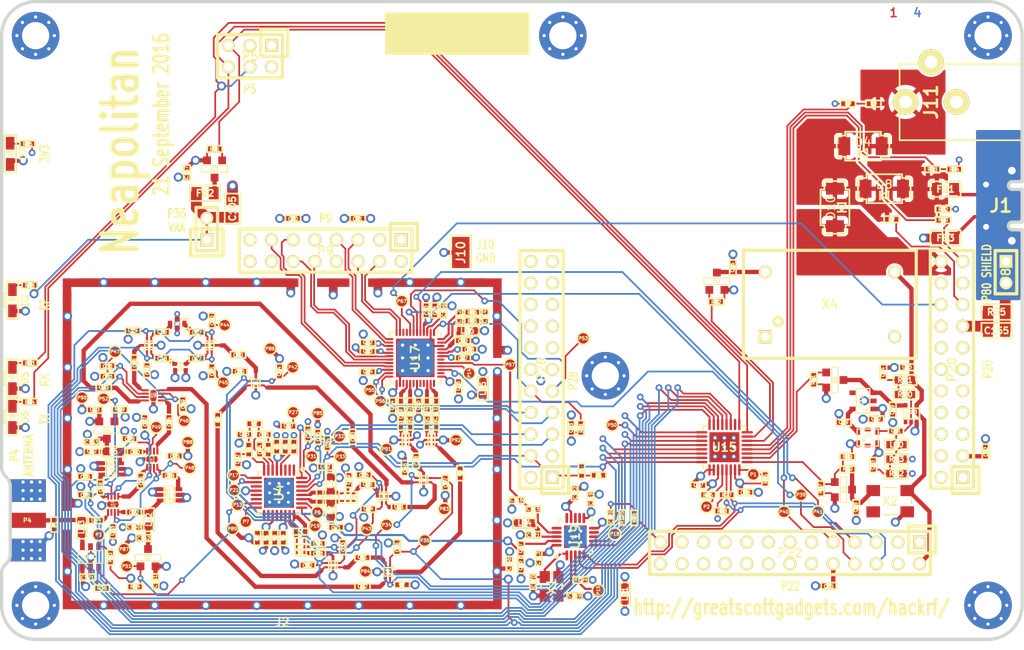
<source format=kicad_pcb>
(kicad_pcb (version 20221018) (generator pcbnew)
  (title_block (date "19 may 2014"))
  (layers (0 "F.Cu" signal "C1F") (1 "In1.Cu" signal "C2") (2 "In2.Cu" signal "C3") (31 "B.Cu" signal "C4B") (34 "B.Paste" user) (35 "F.Paste" user) (36 "B.SilkS" user "B.Silkscreen") (37 "F.SilkS" user "F.Silkscreen") (38 "B.Mask" user) (39 "F.Mask" user) (44 "Edge.Cuts" user))
  (net 0 "")
  (net 1 "!MIX_BYPASS")
  (net 2 "!RX_AMP_PWR")
  (net 3 "!TX_AMP_PWR")
  (net 4 "!VAA_ENABLE")
  (net 5 "/baseband/CLK5")
  (net 6 "/baseband/CPOUT+")
  (net 7 "/baseband/CPOUT-")
  (net 8 "/baseband/INTR")
  (net 9 "/baseband/OEB")
  (net 10 "/baseband/RXBBI+")
  (net 11 "/baseband/RXBBI-")
  (net 12 "/baseband/RXBBQ+")
  (net 13 "/baseband/RXBBQ-")
  (net 14 "/baseband/TXBBI+")
  (net 15 "/baseband/TXBBI-")
  (net 16 "/baseband/TXBBQ+")
  (net 17 "/baseband/TXBBQ-")
  (net 18 "/baseband/XA")
  (net 19 "/baseband/XB")
  (net 20 "/baseband/XCVR_CLKOUT")
  (net 21 "/baseband/XTAL2")
  (net 22 "/frontend/REF_IN")
  (net 23 "/frontend/RX_AMP_OUT")
  (net 24 "/frontend/TX_AMP_IN")
  (net 25 "/frontend/TX_AMP_OUT")
  (net 26 "/mcu/usb/power/LED2")
  (net 27 "/mcu/usb/power/LED3")
  (net 28 "/mcu/usb/power/USB_SHIELD")
  (net 29 "AMP_BYPASS")
  (net 30 "CLK6")
  (net 31 "CS_XCVR")
  (net 32 "GND")
  (net 33 "HP")
  (net 34 "LP")
  (net 35 "MIXER_ENX")
  (net 36 "MIXER_RESETX")
  (net 37 "MIXER_SCLK")
  (net 38 "MIXER_SDATA")
  (net 39 "MIX_BYPASS")
  (net 40 "MIX_CLK")
  (net 41 "RSSI")
  (net 42 "RX")
  (net 43 "RXENABLE")
  (net 44 "RX_AMP")
  (net 45 "RX_IF")
  (net 46 "RX_MIX_BP")
  (net 47 "TX")
  (net 48 "TXENABLE")
  (net 49 "TX_AMP")
  (net 50 "TX_IF")
  (net 51 "TX_MIX_BP")
  (net 52 "VAA")
  (net 53 "VCC")
  (net 54 "XCVR_EN")
  (net 55 "Net-(C8-Pad2)")
  (net 56 "Net-(C9-Pad2)")
  (net 57 "Net-(C9-Pad1)")
  (net 58 "Net-(C12-Pad1)")
  (net 59 "Net-(C13-Pad1)")
  (net 60 "Net-(C14-Pad2)")
  (net 61 "Net-(C14-Pad1)")
  (net 62 "Net-(C15-Pad2)")
  (net 63 "Net-(C17-Pad2)")
  (net 64 "Net-(C17-Pad1)")
  (net 65 "Net-(C18-Pad2)")
  (net 66 "Net-(C18-Pad1)")
  (net 67 "Net-(C20-Pad2)")
  (net 68 "Net-(C20-Pad1)")
  (net 69 "Net-(C21-Pad2)")
  (net 70 "Net-(C21-Pad1)")
  (net 71 "Net-(C23-Pad2)")
  (net 72 "Net-(C23-Pad1)")
  (net 73 "Net-(C25-Pad1)")
  (net 74 "Net-(C26-Pad2)")
  (net 75 "Net-(C26-Pad1)")
  (net 76 "Net-(C27-Pad2)")
  (net 77 "Net-(C27-Pad1)")
  (net 78 "Net-(C28-Pad2)")
  (net 79 "Net-(C28-Pad1)")
  (net 80 "Net-(C31-Pad2)")
  (net 81 "Net-(C31-Pad1)")
  (net 82 "Net-(C32-Pad2)")
  (net 83 "Net-(C32-Pad1)")
  (net 84 "Net-(C43-Pad2)")
  (net 85 "Net-(C43-Pad1)")
  (net 86 "Net-(C44-Pad2)")
  (net 87 "Net-(C44-Pad1)")
  (net 88 "Net-(C46-Pad2)")
  (net 89 "Net-(C46-Pad1)")
  (net 90 "Net-(C48-Pad1)")
  (net 91 "Net-(C49-Pad2)")
  (net 92 "Net-(C50-Pad1)")
  (net 93 "Net-(C51-Pad2)")
  (net 94 "Net-(C51-Pad1)")
  (net 95 "Net-(C163-Pad2)")
  (net 96 "Net-(C58-Pad2)")
  (net 97 "Net-(C58-Pad1)")
  (net 98 "Net-(C59-Pad2)")
  (net 99 "Net-(C61-Pad2)")
  (net 100 "Net-(C61-Pad1)")
  (net 101 "Net-(C62-Pad2)")
  (net 102 "Net-(C64-Pad2)")
  (net 103 "Net-(C64-Pad1)")
  (net 104 "Net-(C99-Pad2)")
  (net 105 "Net-(C99-Pad1)")
  (net 106 "Net-(C102-Pad2)")
  (net 107 "Net-(C102-Pad1)")
  (net 108 "Net-(C104-Pad2)")
  (net 109 "Net-(C104-Pad1)")
  (net 110 "Net-(C105-Pad1)")
  (net 111 "Net-(C106-Pad1)")
  (net 112 "Net-(C111-Pad2)")
  (net 113 "Net-(C111-Pad1)")
  (net 114 "Net-(C114-Pad2)")
  (net 115 "Net-(C114-Pad1)")
  (net 116 "Net-(C160-Pad1)")
  (net 117 "Net-(D2-Pad2)")
  (net 118 "Net-(D5-Pad2)")
  (net 119 "Net-(D6-Pad2)")
  (net 120 "Net-(D7-Pad2)")
  (net 121 "Net-(FB1-Pad1)")
  (net 122 "Net-(FB2-Pad1)")
  (net 123 "Net-(FB3-Pad1)")
  (net 124 "Net-(L1-Pad2)")
  (net 125 "Net-(L1-Pad1)")
  (net 126 "Net-(L2-Pad1)")
  (net 127 "Net-(L3-Pad1)")
  (net 128 "Net-(L13-Pad1)")
  (net 129 "Net-(P6-Pad1)")
  (net 130 "Net-(P7-Pad1)")
  (net 131 "Net-(P17-Pad1)")
  (net 132 "Net-(P19-Pad1)")
  (net 133 "Net-(R4-Pad2)")
  (net 134 "/mcu/usb/power/VBUSCTRL")
  (net 135 "I2C1_SCL")
  (net 136 "I2C1_SDA")
  (net 137 "SSP0_MISO")
  (net 138 "SSP0_SCK")
  (net 139 "SSP0_MOSI")
  (net 140 "/mcu/usb/power/VBUS")
  (net 141 "/mcu/usb/power/VIN")
  (net 142 "/mcu/usb/power/BARREL")
  (net 143 "/mcu/usb/power/VBUS2")
  (net 144 "/mcu/usb/power/!IO_INT")
  (net 145 "/mcu/usb/power/!IO_RESET")
  (net 146 "/mcu/usb/power/BARREL_SENSE")
  (net 147 "/mcu/usb/power/VBUS_SENSE")
  (net 148 "/mcu/usb/power/VBUS2_SENSE")
  (net 149 "CLKIN")
  (net 150 "Net-(C68-Pad1)")
  (net 151 "Net-(C69-Pad1)")
  (net 152 "Net-(C71-Pad2)")
  (net 153 "Net-(C71-Pad1)")
  (net 154 "Net-(C73-Pad2)")
  (net 155 "Net-(C74-Pad2)")
  (net 156 "Net-(C76-Pad2)")
  (net 157 "/mcu/usb/power/X2_ENABLE")
  (net 158 "/mcu/usb/power/X3_ENABLE")
  (net 159 "/mcu/usb/power/X4_ENABLE")
  (net 160 "/mcu/usb/power/DIODE_TOWN")
  (net 161 "Net-(C1-Pad1)")
  (net 162 "Net-(C121-Pad2)")
  (net 163 "Net-(C88-Pad1)")
  (net 164 "Net-(C89-Pad1)")
  (net 165 "Net-(C79-Pad1)")
  (net 166 "Net-(P3-Pad1)")
  (net 167 "/frontend/ANT_BIAS")
  (footprint "gsg-modules:LTST-S220" (layer "F.Cu") (at 61.27 148.838 -90)
    (fp_text reference "D6")
    (fp_text value "TXLED" hide)
  )
  (footprint "gsg-modules:LTST-S220" (layer "F.Cu") (at 61.27 144.266 -90)
    (fp_text reference "D5")
    (fp_text value "RXLED" hide)
  )
  (footprint "gsg-modules:LTST-S220" (layer "F.Cu") (at 61.27 135.122 -90)
    (fp_text reference "D2")
    (fp_text value "VAALED" hide)
  )
  (footprint "gsg-modules:LTST-S220" (layer "F.Cu") (at 61 117.9 -90)
    (fp_text reference "D7")
    (fp_text value "VCCLED" hide)
  )
  (footprint "hackrf:GSG-0402" (layer "F.Cu") (at 91.0964 163.0468 -90)
    (fp_text reference "C1")
    (fp_text value "33pF" hide)
  )
  (footprint "hackrf:GSG-0402" (layer "F.Cu") (at 90.0804 163.0468 -90)
    (fp_text reference "C2")
    (fp_text value "10nF" hide)
  )
  (footprint "hackrf:GSG-0402" (layer "F.Cu") (at 93.1284 163.0468 -90)
    (fp_text reference "C3")
    (fp_text value "33pF" hide)
  )
  (footprint "hackrf:GSG-0402" (layer "F.Cu") (at 92.1124 163.0468 -90)
    (fp_text reference "C4")
    (fp_text value "10nF" hide)
  )
  (footprint "hackrf:GSG-0402" (layer "F.Cu") (at 92.341 152.328 90)
    (fp_text reference "C5")
    (fp_text value "33pF" hide)
  )
  (footprint "hackrf:GSG-0402" (layer "F.Cu") (at 93.357 152.328 90)
    (fp_text reference "C6")
    (fp_text value "10nF" hide)
  )
  (footprint "hackrf:GSG-0402" (layer "F.Cu") (at 107.084 168.5762 180)
    (fp_text reference "C7")
    (fp_text value "33pF" hide)
  )
  (footprint "hackrf:GSG-0402" (layer "F.Cu") (at 113.919 155.448 -90)
    (fp_text reference "C8")
    (fp_text value "22pF" hide)
  )
  (footprint "hackrf:GSG-0402" (layer "F.Cu") (at 85.4 149.1682 90)
    (fp_text reference "C9")
    (fp_text value "100nF" hide)
  )
  (footprint "hackrf:GSG-0402" (layer "F.Cu") (at 87.9808 143.4816)
    (fp_text reference "C10")
    (fp_text value "33pF" hide)
  )
  (footprint "hackrf:GSG-0402" (layer "F.Cu") (at 84.7138 143.4622 90)
    (fp_text reference "C11")
    (fp_text value "33pF" hide)
  )
  (footprint "hackrf:GSG-0402" (layer "F.Cu") (at 87.7944 153.8266 -90)
    (fp_text reference "C12")
    (fp_text value "330pF" hide)
  )
  (footprint "hackrf:GSG-0402" (layer "F.Cu") (at 88.5564 150.9056 180)
    (fp_text reference "C13")
    (fp_text value "330pF" hide)
  )
  (footprint "hackrf:GSG-0402" (layer "F.Cu") (at 90.3344 152.6836 90)
    (fp_text reference "C14")
    (fp_text value "8p2" hide)
  )
  (footprint "hackrf:GSG-0402" (layer "F.Cu") (at 90.8424 150.9056)
    (fp_text reference "C15")
    (fp_text value "180pF" hide)
  )
  (footprint "hackrf:GSG-0402" (layer "F.Cu") (at 106.4998 164.1566 90)
    (fp_text reference "C16")
    (fp_text value "33pF" hide)
  )
  (footprint "hackrf:GSG-0402" (layer "F.Cu") (at 82.9358 141.9382)
    (fp_text reference "C17")
    (fp_text value "100nF" hide)
  )
  (footprint "hackrf:GSG-0402" (layer "F.Cu") (at 78.8718 141.9382)
    (fp_text reference "C18")
    (fp_text value "100nF" hide)
  )
  (footprint "hackrf:GSG-0402" (layer "F.Cu") (at 77.0938 143.3352 90)
    (fp_text reference "C19")
    (fp_text value "33pF" hide)
  )
  (footprint "hackrf:GSG-0402" (layer "F.Cu") (at 87.8078 141.5288)
    (fp_text reference "C20")
    (fp_text value "100nF" hide)
  )
  (footprint "hackrf:GSG-0402" (layer "F.Cu") (at 102.4382 165.3794 180)
    (fp_text reference "C21")
    (fp_text value "22pF" hide)
  )
  (footprint "hackrf:GSG-0402" (layer "F.Cu") (at 95.9732 166.2726)
    (fp_text reference "C22")
    (fp_text value "33pF" hide)
  )
  (footprint "hackrf:GSG-0402" (layer "F.Cu") (at 101.2698 151.1808 90)
    (fp_text reference "C23")
    (fp_text value "100nF" hide)
  )
  (footprint "hackrf:GSG-0402" (layer "F.Cu") (at 92.6798 143.4816 -90)
    (fp_text reference "C24")
    (fp_text value "33pF" hide)
  )
  (footprint "hackrf:GSG-0402" (layer "F.Cu") (at 97.1924 163.7326)
    (fp_text reference "C25")
    (fp_text value "100nF" hide)
  )
  (footprint "hackrf:GSG-0402" (layer "F.Cu") (at 78.8718 138.8902 180)
    (fp_text reference "C26")
    (fp_text value "47pF" hide)
  )
  (footprint "hackrf:GSG-0402" (layer "F.Cu") (at 82.9358 138.8902)
    (fp_text reference "C27")
    (fp_text value "47pF" hide)
  )
  (footprint "hackrf:GSG-0402" (layer "F.Cu") (at 97.1924 164.8756)
    (fp_text reference "C28")
    (fp_text value "100nF" hide)
  )
  (footprint "hackrf:GSG-0402" (layer "F.Cu") (at 75.4174 138.7124 180)
    (fp_text reference "C29")
    (fp_text value "33pF" hide)
  )
  (footprint "hackrf:GSG-0402" (layer "F.Cu") (at 84.7138 137.4932 90)
    (fp_text reference "C30")
    (fp_text value "33pF" hide)
  )
  (footprint "hackrf:GSG-0402" (layer "F.Cu") (at 75.5952 142.4462 90)
    (fp_text reference "C31")
    (fp_text value "100nF" hide)
  )
  (footprint "hackrf:GSG-0402" (layer "F.Cu") (at 102.4382 168.8084 180)
    (fp_text reference "C32")
    (fp_text value "22pF" hide)
  )
  (footprint "hackrf:GSG-0402" (layer "F.Cu") (at 100.1134 164.139 90)
    (fp_text reference "C33")
    (fp_text value "33pF" hide)
  )
  (footprint "hackrf:GSG-0402" (layer "F.Cu") (at 98.31 151.9216 90)
    (fp_text reference "C34")
    (fp_text value "33pF" hide)
  )
  (footprint "hackrf:GSG-0402" (layer "F.Cu") (at 97.167 151.1596 90)
    (fp_text reference "C35")
    (fp_text value "33pF" hide)
  )
  (footprint "hackrf:GSG-0402" (layer "F.Cu") (at 96.024 150.7786 90)
    (fp_text reference "C36")
    (fp_text value "33pF" hide)
  )
  (footprint "hackrf:GSG-0402" (layer "F.Cu") (at 93.738 149.915 180)
    (fp_text reference "C37")
    (fp_text value "33pF" hide)
  )
  (footprint "hackrf:GSG-0402" (layer "F.Cu") (at 72.4456 142.8272)
    (fp_text reference "C38")
    (fp_text value "33pF" hide)
  )
  (footprint "hackrf:GSG-0402" (layer "F.Cu") (at 81.3054 147.3454 90)
    (fp_text reference "C39")
    (fp_text value "33pF" hide)
  )
  (footprint "hackrf:GSG-0402" (layer "F.Cu") (at 72.4456 144.0718)
    (fp_text reference "C40")
    (fp_text value "33pF" hide)
  )
  (footprint "hackrf:GSG-0402" (layer "F.Cu") (at 99.326 161.8276)
    (fp_text reference "C41")
    (fp_text value "100pF" hide)
  )
  (footprint "hackrf:GSG-0402" (layer "F.Cu") (at 98.056 154.7156 180)
    (fp_text reference "C42")
    (fp_text value "100pF" hide)
  )
  (footprint "hackrf:GSG-0402" (layer "F.Cu") (at 72.009 145.415 180)
    (fp_text reference "C43")
    (fp_text value "22pF" hide)
  )
  (footprint "hackrf:GSG-0402" (layer "F.Cu") (at 79.6798 149.4282 90)
    (fp_text reference "C44")
    (fp_text value "100nF" hide)
  )
  (footprint "hackrf:GSG-0402" (layer "F.Cu") (at 102.5906 155.6512)
    (fp_text reference "C45")
    (fp_text value "33pF" hide)
  )
  (footprint "hackrf:GSG-0402" (layer "F.Cu") (at 103.0478 156.7942 180)
    (fp_text reference "C46")
    (fp_text value "100nF" hide)
  )
  (footprint "hackrf:GSG-0402" (layer "F.Cu") (at 112.1664 156.5656 90)
    (fp_text reference "C47")
    (fp_text value "33pF" hide)
  )
  (footprint "hackrf:GSG-0402" (layer "F.Cu") (at 108.7374 154.0002 90)
    (fp_text reference "C48")
    (fp_text value "22pF" hide)
  )
  (footprint "hackrf:GSG-0402" (layer "F.Cu") (at 100.85 156.2396 -90)
    (fp_text reference "C49")
    (fp_text value "100nF" hide)
  )
  (footprint "hackrf:GSG-0402" (layer "F.Cu") (at 75.678 152.92)
    (fp_text reference "C50")
    (fp_text value "100nF" hide)
  )
  (footprint "hackrf:GSG-0402" (layer "F.Cu") (at 106.7414 159.434 180)
    (fp_text reference "C51")
    (fp_text value "22pF" hide)
  )
  (footprint "hackrf:GSG-0402" (layer "F.Cu") (at 70.598 152.92 180)
    (fp_text reference "C52")
    (fp_text value "100pF" hide)
  )
  (footprint "hackrf:GSG-0402" (layer "F.Cu") (at 70.9474 147.9998 180)
    (fp_text reference "C53")
    (fp_text value "1uF" hide)
  )
  (footprint "hackrf:GSG-0402" (layer "F.Cu") (at 103.124 159.6644 180)
    (fp_text reference "C54")
    (fp_text value "33pF" hide)
  )
  (footprint "hackrf:GSG-0402" (layer "F.Cu") (at 80.377 153.428)
    (fp_text reference "C55")
    (fp_text value "33pF" hide)
  )
  (footprint "hackrf:GSG-0402" (layer "F.Cu") (at 107.3912 154.8638 90)
    (fp_text reference "C56")
    (fp_text value "33pF" hide)
  )
  (footprint "hackrf:GSG-0402" (layer "F.Cu") (at 76.835 149.4282 90)
    (fp_text reference "C57")
    (fp_text value "33pF" hide)
  )
  (footprint "hackrf:GSG-0402" (layer "F.Cu") (at 71.614 157.111 90)
    (fp_text reference "C58")
    (fp_text value "100nF" hide)
  )
  (footprint "hackrf:GSG-0402" (layer "F.Cu") (at 79.742 155.714)
    (fp_text reference "C59")
    (fp_text value "100nF" hide)
  )
  (footprint "hackrf:GSG-0402" (layer "F.Cu") (at 75.043 151.396)
    (fp_text reference "C60")
    (fp_text value "33pF" hide)
  )
  (footprint "hackrf:GSG-0402" (layer "F.Cu") (at 76.3638 156.3236 90)
    (fp_text reference "C61")
    (fp_text value "100nF" hide)
  )
  (footprint "hackrf:GSG-0402" (layer "F.Cu") (at 75.551 160.032)
    (fp_text reference "C62")
    (fp_text value "100nF" hide)
  )
  (footprint "hackrf:GSG-0402" (layer "F.Cu") (at 73.0872 162.2418 -90)
    (fp_text reference "C63")
    (fp_text value "33pF" hide)
  )
  (footprint "hackrf:GSG-0402" (layer "F.Cu") (at 71.1 161 180)
    (fp_text reference "C64")
    (fp_text value "100nF" hide)
  )
  (footprint "hackrf:GSG-0402" (layer "F.Cu") (at 69.836 158)
    (fp_text reference "C65")
    (fp_text value "33pF" hide)
  )
  (footprint "hackrf:GSG-0402" (layer "F.Cu") (at 69.836 155.841)
    (fp_text reference "C66")
    (fp_text value "33pF" hide)
  )
  (footprint "hackrf:GSG-0402" (layer "F.Cu") (at 121.0802 164.2964 -90)
    (fp_text reference "C67")
    (fp_text value "33pF" hide)
  )
  (footprint "hackrf:GSG-0402" (layer "F.Cu") (at 121.0802 166.3284 -90)
    (fp_text reference "C70")
    (fp_text value "100pF" hide)
  )
  (footprint "hackrf:GSG-0402" (layer "F.Cu") (at 105.9815 147.4851 -90)
    (fp_text reference "C84")
    (fp_text value "22pF" hide)
  )
  (footprint "hackrf:GSG-0402" (layer "F.Cu") (at 109.0295 147.4851 -90)
    (fp_text reference "C85")
    (fp_text value "22pF" hide)
  )
  (footprint "hackrf:GSG-0402" (layer "F.Cu") (at 113.7285 145.1991 -90)
    (fp_text reference "C86")
    (fp_text value "22pF" hide)
  )
  (footprint "hackrf:GSG-0402" (layer "F.Cu") (at 114.2365 141.8971)
    (fp_text reference "C87")
    (fp_text value "10nF" hide)
  )
  (footprint "hackrf:GSG-0402" (layer "F.Cu") (at 114.9985 140.8811)
    (fp_text reference "C88")
    (fp_text value "10nF" hide)
  )
  (footprint "hackrf:GSG-0402" (layer "F.Cu") (at 114.2365 139.8651)
    (fp_text reference "C89")
    (fp_text value "10nF" hide)
  )
  (footprint "hackrf:GSG-0402" (layer "F.Cu") (at 109.9185 136.3091 90)
    (fp_text reference "C90")
    (fp_text value "100pF" hide)
  )
  (footprint "hackrf:GSG-0402" (layer "F.Cu") (at 110.9345 136.3091 90)
    (fp_text reference "C91")
    (fp_text value "100nF" hide)
  )
  (footprint "hackrf:GSG-0402" (layer "F.Cu") (at 103.0605 140.1191 180)
    (fp_text reference "C92")
    (fp_text value "10nF" hide)
  )
  (footprint "hackrf:GSG-0402" (layer "F.Cu") (at 103.0605 141.1351 180)
    (fp_text reference "C93")
    (fp_text value "10nF" hide)
  )
  (footprint "hackrf:GSG-0402" (layer "F.Cu") (at 103.0605 143.5481 180)
    (fp_text reference "C94")
    (fp_text value "22pF" hide)
  )
  (footprint "hackrf:GSG-0402" (layer "F.Cu") (at 106.9975 148.5011 -90)
    (fp_text reference "C99")
    (fp_text value "22pF" hide)
  )
  (footprint "hackrf:GSG-0402" (layer "F.Cu") (at 108.0135 148.5011 -90)
    (fp_text reference "C102")
    (fp_text value "22pF" hide)
  )
  (footprint "hackrf:GSG-0402" (layer "F.Cu") (at 110.0455 148.5011 -90)
    (fp_text reference "C104")
    (fp_text value "3pF" hide)
  )
  (footprint "hackrf:GSG-0805" (layer "F.Cu") (at 87.1526 124.3524 90)
    (fp_text reference "C105")
    (fp_text value "10uF" hide)
  )
  (footprint "hackrf:GSG-0402" (layer "F.Cu") (at 111.9505 136.3091 90)
    (fp_text reference "C106")
    (fp_text value "1uF" hide)
  )
  (footprint "hackrf:GSG-0402" (layer "F.Cu") (at 111.0615 148.5011 -90)
    (fp_text reference "C111")
    (fp_text value "3pF" hide)
  )
  (footprint "hackrf:GSG-0402" (layer "F.Cu") (at 113.8285 137.0411 -90)
    (fp_text reference "C112")
    (fp_text value "180pF" hide)
  )
  (footprint "hackrf:GSG-0402" (layer "F.Cu") (at 123.1512 165.466 -90)
    (fp_text reference "C113")
    (fp_text value "100nF" hide)
  )
  (footprint "hackrf:GSG-0402" (layer "F.Cu") (at 116.8765 137.0411 -90)
    (fp_text reference "C114")
    (fp_text value "3.3nF" hide)
  )
  (footprint "hackrf:GSG-0402" (layer "F.Cu") (at 122.5142 159.7142 180)
    (fp_text reference "C115")
    (fp_text value "33pF" hide)
  )
  (footprint "hackrf:GSG-0402" (layer "F.Cu") (at 120.5584 158.6474 180)
    (fp_text reference "C116")
    (fp_text value "47pF" hide)
  )
  (footprint "hackrf:GSG-0402" (layer "F.Cu") (at 129.2472 158.481 90)
    (fp_text reference "C119")
    (fp_text value "100nF" hide)
  )
  (footprint "hackrf:GSG-0402" (layer "F.Cu") (at 131.628 160.6236 90)
    (fp_text reference "C120")
    (fp_text value "100nF" hide)
  )
  (footprint "hackrf:GSG-0402" (layer "F.Cu") (at 122.5334 162.7)
    (fp_text reference "C121")
    (fp_text value "100nF" hide)
  )
  (footprint "hackrf:GSG-0402" (layer "F.Cu") (at 127.4 157.7666 90)
    (fp_text reference "C122")
    (fp_text value "100nF" hide)
  )
  (footprint "hackrf:GSG-0805" (layer "F.Cu") (at 177 138.7 180)
    (fp_text reference "C155")
    (fp_text value "DNP" hide)
  )
  (footprint "hackrf:GSG-0402" (layer "F.Cu") (at 75.551 161.81 180)
    (fp_text reference "C160")
    (fp_text value "100pF" hide)
  )
  (footprint "hackrf:GSG-0402" (layer "F.Cu") (at 78.1057 168.1848 -90)
    (fp_text reference "C161")
    (fp_text value "1uF" hide)
  )
  (footprint "hackrf:GSG-0402" (layer "F.Cu") (at 76.694 163.08)
    (fp_text reference "C162")
    (fp_text value "10nF" hide)
  )
  (footprint "hackrf:GSG-0402" (layer "F.Cu") (at 70.598 151.777)
    (fp_text reference "C163")
    (fp_text value "10nF" hide)
  )
  (footprint "hackrf:GSG-0402" (layer "F.Cu") (at 119.7154 166.1354 -90)
    (fp_text reference "C166")
    (fp_text value "100nF" hide)
  )
  (footprint "hackrf:GSG-0402" (layer "F.Cu") (at 81.7932 120.1106 -90)
    (fp_text reference "C167")
    (fp_text value "100nF" hide)
  )
  (footprint "hackrf:GSG-0402" (layer "F.Cu") (at 127.381 169.9006 180)
    (fp_text reference "C169")
    (fp_text value "DNP" hide)
  )
  (footprint "hackrf:GSG-0402" (layer "F.Cu") (at 122.5 168.2 90)
    (fp_text reference "C170")
    (fp_text value "DNP" hide)
  )
  (footprint "hackrf:GSG-0402" (layer "F.Cu") (at 70.1 167.7)
    (fp_text reference "C171")
    (fp_text value "1uF" hide)
  )
  (footprint "hackrf:GSG-0402" (layer "F.Cu") (at 66.2 161.5 90)
    (fp_text reference "D1")
    (fp_text value "GSG-DIODE-TVS-BI" hide)
  )
  (footprint "hackrf:GSG-0805" (layer "F.Cu") (at 171 122.05 180)
    (fp_text reference "FB1")
    (fp_text value "FILTER" hide)
  )
  (footprint "hackrf:GSG-0805" (layer "F.Cu") (at 83.9216 122.5296 180)
    (fp_text reference "FB2")
    (fp_text value "FILTER" hide)
  )
  (footprint "hackrf:GSG-0805" (layer "F.Cu") (at 171 127.8 180)
    (fp_text reference "FB3")
    (fp_text value "FILTER" hide)
  )
  (footprint "hackrf:GSG-USB-MICROB-FCI-10103592-EXT" (layer "F.Cu") (at 180 124 180)
    (fp_text reference "J1")
    (fp_text value "USB-MICRO-B" hide)
  )
  (footprint "hackrf:GSG-SHIELD-BMI-S-230" (layer "F.Cu") (at 93 152)
    (fp_text reference "J2")
    (fp_text value "RF-SHIELD-FRAME" hide)
  )
  (footprint "hackrf:GSG-NULL-MODULE" (layer "F.Cu") (at 105.96 172.82)
    (fp_text reference "J3" hide)
    (fp_text value "RF-SHIELD-COVER" hide)
  )
  (footprint "hackrf:GSG-HOLE126MIL-COPPER" (layer "F.Cu") (at 64 104)
    (fp_text reference "J4" hide)
    (fp_text value "MOUNTING_HOLE" hide)
  )
  (footprint "hackrf:GSG-HOLE126MIL-COPPER" (layer "F.Cu") (at 64 171)
    (fp_text reference "J5" hide)
    (fp_text value "MOUNTING_HOLE" hide)
  )
  (footprint "hackrf:GSG-HOLE126MIL-COPPER" (layer "F.Cu") (at 176 171)
    (fp_text reference "J6" hide)
    (fp_text value "MOUNTING_HOLE" hide)
  )
  (footprint "hackrf:GSG-HOLE126MIL-COPPER" (layer "F.Cu") (at 176 104)
    (fp_text reference "J7" hide)
    (fp_text value "MOUNTING_HOLE" hide)
  )
  (footprint "hackrf:GSG-HOLE126MIL-COPPER" (layer "F.Cu") (at 126 104)
    (fp_text reference "J8" hide)
    (fp_text value "MOUNTING_HOLE" hide)
  )
  (footprint "hackrf:GSG-HOLE126MIL-COPPER" (layer "F.Cu") (at 131 144)
    (fp_text reference "J9" hide)
    (fp_text value "MOUNTING_HOLE" hide)
  )
  (footprint "hackrf:GSG-TEST-POINT-S1751-46R" (layer "F.Cu") (at 114 129.5 -90)
    (fp_text reference "J10")
    (fp_text value "GND_CLIP" hide)
  )
  (footprint "hackrf:GSG-0402" (layer "F.Cu") (at 95.1604 162.3356)
    (fp_text reference "L1")
    (fp_text value "DNP" hide)
  )
  (footprint "hackrf:GSG-0603" (layer "F.Cu") (at 98.691 159.7956 -90)
    (fp_text reference "L2")
    (fp_text value "10uH" hide)
  )
  (footprint "hackrf:GSG-0603" (layer "F.Cu") (at 98.691 156.7476 90)
    (fp_text reference "L3")
    (fp_text value "10uH" hide)
  )
  (footprint "hackrf:GSG-0402" (layer "F.Cu") (at 97.421 158.2716 -90)
    (fp_text reference "L4")
    (fp_text value "DNP" hide)
  )
  (footprint "hackrf:GSG-0603" (layer "F.Cu") (at 73.138 152.92)
    (fp_text reference "L5")
    (fp_text value "10uH" hide)
  )
  (footprint "hackrf:GSG-0402" (layer "F.Cu") (at 107.5055 150.0251)
    (fp_text reference "L6")
    (fp_text value "DNP" hide)
  )
  (footprint "hackrf:GSG-0402" (layer "F.Cu") (at 107.5055 146.9771)
    (fp_text reference "L7")
    (fp_text value "6.2nH" hide)
  )
  (footprint "hackrf:GSG-0402" (layer "F.Cu") (at 110.5535 150.0251)
    (fp_text reference "L8")
    (fp_text value "DNP" hide)
  )
  (footprint "hackrf:GSG-0402" (layer "F.Cu") (at 110.5535 146.9771)
    (fp_text reference "L9")
    (fp_text value "DNP" hide)
  )
  (footprint "hackrf:GSG-0603" (layer "F.Cu") (at 77.329 160.921 90)
    (fp_text reference "L12")
    (fp_text value "10uH" hide)
  )
  (footprint "hackrf:GSG-0603" (layer "F.Cu") (at 69.4 161.8 90)
    (fp_text reference "L13")
    (fp_text value "10uH" hide)
  )
  (footprint "hackrf:GSG-SMA-73251-2120" (layer "F.Cu") (at 61.02 161)
    (fp_text reference "P4")
    (fp_text value "ANTENNA" hide)
  )
  (footprint "hackrf:GSG-HEADER-2x3" (layer "F.Cu") (at 89.21 106.42 180)
    (fp_text reference "P5")
    (fp_text value "LEDS" hide)
  )
  (footprint "hackrf:GSG-TESTPOINT-50MIL" (layer "F.Cu") (at 97.155 160.0708)
    (fp_text reference "P6")
    (fp_text value "GPO4" hide)
  )
  (footprint "hackrf:GSG-TESTPOINT-50MIL" (layer "F.Cu") (at 88.7222 161.163)
    (fp_text reference "P7")
    (fp_text value "GPO2" hide)
  )
  (footprint "hackrf:GSG-HEADER-2x8" (layer "F.Cu") (at 98.1 129.28 180)
    (fp_text reference "P9")
    (fp_text value "BASEBAND" hide)
  )
  (footprint "hackrf:GSG-TESTPOINT-50MIL" (layer "F.Cu") (at 87.7622 159.1758)
    (fp_text reference "P13")
    (fp_text value "GPO1" hide)
  )
  (footprint "hackrf:GSG-TESTPOINT-50MIL" (layer "F.Cu") (at 114.991 143.7072 90)
    (fp_text reference "P14")
    (fp_text value "XCVR_CLKOUT" hide)
  )
  (footprint "hackrf:GSG-TESTPOINT-50MIL" (layer "F.Cu") (at 130.175 169.2402 90)
    (fp_text reference "P15")
    (fp_text value "INTR" hide)
  )
  (footprint "hackrf:GSG-TESTPOINT-50MIL" (layer "F.Cu") (at 87.2796 155.696)
    (fp_text reference "P17")
    (fp_text value "GPO6" hide)
  )
  (footprint "hackrf:GSG-TESTPOINT-50MIL" (layer "F.Cu") (at 132.1 162.6 180)
    (fp_text reference "P18")
    (fp_text value "OEB" hide)
  )
  (footprint "hackrf:GSG-TESTPOINT-50MIL" (layer "F.Cu") (at 96.8554 161.665)
    (fp_text reference "P19")
    (fp_text value "GPO3" hide)
  )
  (footprint "hackrf:GSG-HEADER-2x11" (layer "F.Cu") (at 171.76 143.25 90)
    (fp_text reference "P20")
    (fp_text value "GPIO" hide)
  )
  (footprint "hackrf:GSG-TESTPOINT-50MIL" (layer "F.Cu") (at 87.3304 157.4486)
    (fp_text reference "P21")
    (fp_text value "REF_IN" hide)
  )
  (footprint "hackrf:GSG-HEADER-2x13" (layer "F.Cu") (at 152.71 164.84 180)
    (fp_text reference "P22")
    (fp_text value "I2S" hide)
  )
  (footprint "hackrf:GSG-TESTPOINT-50MIL" (layer "F.Cu") (at 94.29 148.3046)
    (fp_text reference "P27")
    (fp_text value "MIXER_SDATA" hide)
  )
  (footprint "hackrf:GSG-HEADER-2x11" (layer "F.Cu") (at 123.5 143.25 90)
    (fp_text reference "P28")
    (fp_text value "SD" hide)
  )
  (footprint "hackrf:GSG-TESTPOINT-50MIL" (layer "F.Cu") (at 96.4744 153.4862)
    (fp_text reference "P31")
    (fp_text value "MIXER_SCLK" hide)
  )
  (footprint "hackrf:GSG-TESTPOINT-50MIL" (layer "F.Cu") (at 99.7204 151.13)
    (fp_text reference "P32")
    (fp_text value "MIXER_ENX" hide)
  )
  (footprint "hackrf:GSG-TESTPOINT-50MIL" (layer "F.Cu") (at 99.8526 153.5116)
    (fp_text reference "P33")
    (fp_text value "MIXER_RESETX" hide)
  )
  (footprint "hackrf:GSG-TESTPOINT-50MIL" (layer "F.Cu") (at 105.2628 161.538)
    (fp_text reference "P34")
    (fp_text value "MIX_BYPASS" hide)
  )
  (footprint "hackrf:GSG-TESTPOINT-50MIL" (layer "F.Cu") (at 109.7586 163.3668)
    (fp_text reference "P35")
    (fp_text value "!MIX_BYPASS" hide)
  )
  (footprint "hackrf:GSG-HEADER-1x2" (layer "F.Cu") (at 84.13 126.74 90)
    (fp_text reference "P36")
    (fp_text value "VAA" hide)
  )
  (footprint "hackrf:GSG-TESTPOINT-50MIL" (layer "F.Cu") (at 154 158)
    (fp_text reference "P39")
    (fp_text value "SSP0_SCK" hide)
  )
  (footprint "hackrf:GSG-TESTPOINT-50MIL" (layer "F.Cu") (at 152 160)
    (fp_text reference "P40")
    (fp_text value "SSP0_MOSI" hide)
  )
  (footprint "hackrf:GSG-TESTPOINT-50MIL" (layer "F.Cu") (at 156 160 180)
    (fp_text reference "P41")
    (fp_text value "SSP0_MISO" hide)
  )
  (footprint "hackrf:GSG-TESTPOINT-50MIL" (layer "F.Cu") (at 94.2392 142.996)
    (fp_text reference "P42")
    (fp_text value "TX" hide)
  )
  (footprint "hackrf:GSG-TESTPOINT-50MIL" (layer "F.Cu") (at 102.926 161.9952)
    (fp_text reference "P43")
    (fp_text value "RX" hide)
  )
  (footprint "hackrf:GSG-TESTPOINT-50MIL" (layer "F.Cu") (at 86.2382 138.043)
    (fp_text reference "P44")
    (fp_text value "HP" hide)
  )
  (footprint "hackrf:GSG-TESTPOINT-50MIL" (layer "F.Cu") (at 86.0604 144.7994)
    (fp_text reference "P45")
    (fp_text value "LP" hide)
  )
  (footprint "hackrf:GSG-TESTPOINT-50MIL" (layer "F.Cu") (at 81.463 149.2952)
    (fp_text reference "P46")
    (fp_text value "TX_MIX_BP" hide)
  )
  (footprint "hackrf:GSG-TESTPOINT-50MIL" (layer "F.Cu") (at 73.335 141.1672)
    (fp_text reference "P47")
    (fp_text value "RX_MIX_BP" hide)
  )
  (footprint "hackrf:GSG-TESTPOINT-50MIL" (layer "F.Cu") (at 82.1234 154.8324)
    (fp_text reference "P48")
    (fp_text value "TX_AMP" hide)
  )
  (footprint "hackrf:GSG-TESTPOINT-50MIL" (layer "F.Cu") (at 78.1812 150.0378)
    (fp_text reference "P49")
    (fp_text value "RX_AMP" hide)
  )
  (footprint "hackrf:GSG-TESTPOINT-50MIL" (layer "F.Cu") (at 131.8 149.8)
    (fp_text reference "P50")
    (fp_text value "AMP_BYPASS" hide)
  )
  (footprint "hackrf:GSG-TESTPOINT-50MIL" (layer "F.Cu") (at 74.7066 166.3894)
    (fp_text reference "P51")
    (fp_text value "!TX_AMP_PWR" hide)
  )
  (footprint "hackrf:GSG-TESTPOINT-50MIL" (layer "F.Cu") (at 71.9836 146.7104)
    (fp_text reference "P52")
    (fp_text value "!RX_AMP_PWR" hide)
  )
  (footprint "hackrf:GSG-TESTPOINT-50MIL" (layer "F.Cu") (at 128.4 139.6)
    (fp_text reference "P53")
    (fp_text value "CS_XCVR" hide)
  )
  (footprint "hackrf:GSG-TESTPOINT-50MIL" (layer "F.Cu") (at 103.307 145.6884)
    (fp_text reference "P55")
    (fp_text value "TXENABLE" hide)
  )
  (footprint "hackrf:GSG-TESTPOINT-50MIL" (layer "F.Cu") (at 104.5516 146.9838)
    (fp_text reference "P56")
    (fp_text value "RXENABLE" hide)
  )
  (footprint "hackrf:GSG-TESTPOINT-50MIL" (layer "F.Cu") (at 119.8 142.7)
    (fp_text reference "P57")
    (fp_text value "XTAL2" hide)
  )
  (footprint "hackrf:GSG-TESTPOINT-50MIL" (layer "F.Cu") (at 107.061 135.2296)
    (fp_text reference "P67")
    (fp_text value "RSSI" hide)
  )
  (footprint "hackrf:GSG-HEADER-NOMARK-1x2" (layer "F.Cu") (at 178.11 131.82 -90)
    (fp_text reference "P80")
    (fp_text value "SHIELD" hide)
  )
  (footprint "hackrf:GSG-TESTPOINT-50MIL" (layer "F.Cu") (at 112.0446 159.6584)
    (fp_text reference "P83")
    (fp_text value "GND" hide)
  )
  (footprint "hackrf:GSG-TESTPOINT-50MIL" (layer "F.Cu") (at 102.7736 166.999)
    (fp_text reference "P84")
    (fp_text value "GND" hide)
  )
  (footprint "hackrf:GSG-TESTPOINT-50MIL" (layer "F.Cu") (at 97.1856 148.4062)
    (fp_text reference "P85")
    (fp_text value "GND" hide)
  )
  (footprint "hackrf:GSG-TESTPOINT-50MIL" (layer "F.Cu") (at 91.5722 140.8116)
    (fp_text reference "P86")
    (fp_text value "GND" hide)
  )
  (footprint "hackrf:GSG-TESTPOINT-50MIL" (layer "F.Cu") (at 74.4 164.4)
    (fp_text reference "P87")
    (fp_text value "GND" hide)
  )
  (footprint "hackrf:GSG-TESTPOINT-50MIL" (layer "F.Cu") (at 81.8948 151.8098)
    (fp_text reference "P88")
    (fp_text value "GND" hide)
  )
  (footprint "hackrf:GSG-TESTPOINT-50MIL" (layer "F.Cu") (at 87.1272 161.9952)
    (fp_text reference "P89")
    (fp_text value "GND" hide)
  )
  (footprint "hackrf:GSG-TESTPOINT-50MIL" (layer "F.Cu") (at 69.4488 146.5774)
    (fp_text reference "P90")
    (fp_text value "GND" hide)
  )
  (footprint "hackrf:GSG-TESTPOINT-50MIL" (layer "F.Cu") (at 105.2628 152.6226)
    (fp_text reference "P91")
    (fp_text value "GND" hide)
  )
  (footprint "hackrf:GSG-TESTPOINT-50MIL" (layer "F.Cu") (at 113.4416 151.5812)
    (fp_text reference "P92")
    (fp_text value "GND" hide)
  )
  (footprint "gsg-modules:SOT23GDS" (layer "F.Cu") (at 72.376 150.38)
    (fp_text reference "Q1")
    (fp_text value "MOSFET_P" hide)
  )
  (footprint "gsg-modules:SOT23GDS" (layer "F.Cu") (at 77.2167 165.3908 180)
    (fp_text reference "Q2")
    (fp_text value "MOSFET_P" hide)
  )
  (footprint "gsg-modules:SOT23GDS" (layer "F.Cu") (at 85.0444 119.6788)
    (fp_text reference "Q3")
    (fp_text value "MOSFET_P" hide)
  )
  (footprint "hackrf:GSG-0402" (layer "F.Cu") (at 89.0644 152.6836 -90)
    (fp_text reference "R1")
    (fp_text value "470" hide)
  )
  (footprint "hackrf:GSG-0402" (layer "F.Cu") (at 89.6994 149.6356 180)
    (fp_text reference "R2")
    (fp_text value "470" hide)
  )
  (footprint "hackrf:GSG-0402" (layer "F.Cu") (at 91.3504 152.6836 90)
    (fp_text reference "R3")
    (fp_text value "22k" hide)
  )
  (footprint "hackrf:GSG-0402" (layer "F.Cu") (at 94.373 152.328 -90)
    (fp_text reference "R4")
    (fp_text value "51k" hide)
  )
  (footprint "hackrf:GSG-0402" (layer "F.Cu") (at 130.2 155.7)
    (fp_text reference "R5")
    (fp_text value "10k" hide)
  )
  (footprint "hackrf:GSG-0402" (layer "F.Cu") (at 128.2 155.2 90)
    (fp_text reference "R6")
    (fp_text value "10k" hide)
  )
  (footprint "hackrf:GSG-0402" (layer "F.Cu") (at 85.0646 117.3226)
    (fp_text reference "R11")
    (fp_text value "10k" hide)
  )
  (footprint "hackrf:GSG-0402" (layer "F.Cu") (at 63.302 133.344)
    (fp_text reference "R18")
    (fp_text value "1k8" hide)
  )
  (footprint "hackrf:GSG-0402" (layer "F.Cu") (at 75.6927 168.8198 180)
    (fp_text reference "R24")
    (fp_text value "10k" hide)
  )
  (footprint "hackrf:GSG-0402" (layer "F.Cu") (at 115.3525 137.5491)
    (fp_text reference "R25")
    (fp_text value "475" hide)
  )
  (footprint "hackrf:GSG-0402" (layer "F.Cu") (at 115.3525 136.5331)
    (fp_text reference "R26")
    (fp_text value "475" hide)
  )
  (footprint "hackrf:GSG-0402" (layer "F.Cu") (at 145.2666 158)
    (fp_text reference "R27")
    (fp_text value "1k8" hide)
  )
  (footprint "hackrf:GSG-0402" (layer "F.Cu") (at 144.7334 159.9)
    (fp_text reference "R28")
    (fp_text value "1k8" hide)
  )
  (footprint "hackrf:GSG-0402" (layer "F.Cu") (at 73.9 147.967 180)
    (fp_text reference "R29")
    (fp_text value "10k" hide)
  )
  (footprint "hackrf:GSG-0805" (layer "F.Cu") (at 177 136.5 180)
    (fp_text reference "R35")
    (fp_text value "DNP" hide)
  )
  (footprint "hackrf:GSG-0402" (layer "F.Cu") (at 71.8 169 180)
    (fp_text reference "R36")
    (fp_text value "10k" hide)
  )
  (footprint "hackrf:GSG-0402" (layer "F.Cu") (at 128.1 150.1334 90)
    (fp_text reference "R41")
    (fp_text value "10k" hide)
  )
  (footprint "hackrf:GSG-0402" (layer "F.Cu") (at 63.302 142.488)
    (fp_text reference "R73")
    (fp_text value "1k" hide)
  )
  (footprint "hackrf:GSG-0402" (layer "F.Cu") (at 63.302 147.06)
    (fp_text reference "R74")
    (fp_text value "1k8" hide)
  )
  (footprint "hackrf:GSG-0402" (layer "F.Cu") (at 63.048 116.707)
    (fp_text reference "R75")
    (fp_text value "470" hide)
  )
  (footprint "hackrf:GSG-0402" (layer "F.Cu") (at 134.4 160.7 90)
    (fp_text reference "R85")
    (fp_text value "10k" hide)
  )
  (footprint "hackrf:GSG-0402" (layer "F.Cu") (at 128.1042 168.006 180)
    (fp_text reference "R104")
    (fp_text value "10k" hide)
  )
  (footprint "hackrf:GSG-0402" (layer "F.Cu") (at 133 160.6666 -90)
    (fp_text reference "R105")
    (fp_text value "10k" hide)
  )
  (footprint "hackrf:GSG-B0310J50100AHF" (layer "F.Cu") (at 95.1604 164.1136 -90)
    (fp_text reference "T1")
    (fp_text value "MIX_IN_BALUN" hide)
  )
  (footprint "hackrf:GSG-B0310J50100AHF" (layer "F.Cu") (at 100.723 158.2716)
    (fp_text reference "T2")
    (fp_text value "MIX_OUT_BALUN" hide)
  )
  (footprint "hackrf:GSG-2500BL14M100" (layer "F.Cu") (at 107.5055 151.5491 90)
    (fp_text reference "T3")
    (fp_text value "RX_BALUN" hide)
  )
  (footprint "hackrf:GSG-2500BL14M100" (layer "F.Cu") (at 110.5535 151.5491 90)
    (fp_text reference "T4")
    (fp_text value "TX_BALUN" hide)
  )
  (footprint "hackrf:GSG-SKY13350-385LF" (layer "F.Cu") (at 105.433 167.0522 -90)
    (fp_text reference "U1")
    (fp_text value "SKY13350" hide)
  )
  (footprint "hackrf:GSG-SKY13350-385LF" (layer "F.Cu") (at 89.8858 144.8786)
    (fp_text reference "U2")
    (fp_text value "SKY13350" hide)
  )
  (footprint "hackrf:GSG-LP0603" (layer "F.Cu") (at 81.0308 142.9542)
    (fp_text reference "U3")
    (fp_text value "RX_LOWPASS_FILTER" hide)
  )
  (footprint "hackrf:GSG-QFN32" (layer "F.Cu") (at 92.6204 157.7636 -90)
    (fp_text reference "U4")
    (fp_text value "RFFC5072" hide)
  )
  (footprint "hackrf:GSG-SKY13350-385LF" (layer "F.Cu") (at 77.3478 140.4142 90)
    (fp_text reference "U5")
    (fp_text value "SKY13350" hide)
  )
  (footprint "hackrf:GSG-SKY13350-385LF" (layer "F.Cu") (at 84.4598 140.4142 -90)
    (fp_text reference "U6")
    (fp_text value "SKY13350" hide)
  )
  (footprint "hackrf:GSG-SKY13350-385LF" (layer "F.Cu") (at 98.9704 166.2726)
    (fp_text reference "U7")
    (fp_text value "SKY13350" hide)
  )
  (footprint "hackrf:GSG-HP-DEA" (layer "F.Cu") (at 80.6498 137.8742 180)
    (fp_text reference "U8")
    (fp_text value "RX_HIGHPASS_FILTER" hide)
  )
  (footprint "hackrf:GSG-SKY13317-373LF" (layer "F.Cu") (at 77.851 146.304 180)
    (fp_text reference "U9")
    (fp_text value "SKY13317" hide)
  )
  (footprint "hackrf:GSG-SKY13350-385LF" (layer "F.Cu") (at 104.9634 158.164 90)
    (fp_text reference "U10")
    (fp_text value "SKY13350" hide)
  )
  (footprint "hackrf:GSG-SKY13350-385LF" (layer "F.Cu") (at 109.6285 156.2753)
    (fp_text reference "U11")
    (fp_text value "SKY13350" hide)
  )
  (footprint "hackrf:GSG-SKY13317-373LF" (layer "F.Cu") (at 77.71 153.809 -90)
    (fp_text reference "U12")
    (fp_text value "SKY13317" hide)
  )
  (footprint "hackrf:GSG-SOT363" (layer "F.Cu") (at 72.884 154.952 -90)
    (fp_text reference "U13")
    (fp_text value "MGA-81563" hide)
  )
  (footprint "hackrf:GSG-SKY13317-373LF" (layer "F.Cu") (at 73.1126 159.1176 90)
    (fp_text reference "U14")
    (fp_text value "SKY13317" hide)
  )
  (footprint "hackrf:GSG-QFN48-6" (layer "F.Cu") (at 108.6485 141.8971 90)
    (fp_text reference "U17")
    (fp_text value "MAX2837" hide)
  )
  (footprint "hackrf:GSG-QFN20-4" (layer "F.Cu") (at 127.4692 162.926 90)
    (fp_text reference "U19")
    (fp_text value "SI5351C" hide)
  )
  (footprint "hackrf:GSG-SOT363" (layer "F.Cu") (at 79.742 158 90)
    (fp_text reference "U25")
    (fp_text value "MGA-81563" hide)
  )
  (footprint "hackrf:GSG-XTAL3.2x2.5mm" (layer "F.Cu") (at 124.6752 168.768 90)
    (fp_text reference "X1")
    (fp_text value "GSG-XTAL4PIN" hide)
  )
  (footprint "hackrf:GSG-0402" (layer "F.Cu") (at 164.6666 125.6)
    (fp_text reference "R7")
    (fp_text value "470" hide)
  )
  (footprint "gsg-modules:SOD128" (layer "F.Cu") (at 161.3 117)
    (fp_text reference "D4")
    (fp_text value "BARREL_DIODE" hide)
  )
  (footprint "gsg-modules:SOD128" (layer "F.Cu") (at 163.8 122)
    (fp_text reference "D8")
    (fp_text value "VBUS2_DIODE" hide)
  )
  (footprint "gsg-modules:SOD128" (layer "F.Cu") (at 158 124.2 90)
    (fp_text reference "D10")
    (fp_text value "VIN_DIODE" hide)
  )
  (footprint "hackrf:GSG-TESTPOINT-50MIL" (layer "F.Cu") (at 148.4 155.6)
    (fp_text reference "P1")
    (fp_text value "!IO_INT" hide)
  )
  (footprint "hackrf:GSG-TESTPOINT-50MIL" (layer "F.Cu") (at 142.9 159.4)
    (fp_text reference "P2")
    (fp_text value "!IO_RESET" hide)
  )
  (footprint "hackrf:GSG-0402" (layer "F.Cu") (at 162.5334 112 180)
    (fp_text reference "R8")
    (fp_text value "10k" hide)
  )
  (footprint "hackrf:GSG-0402" (layer "F.Cu") (at 159.5334 112 180)
    (fp_text reference "R9")
    (fp_text value "18k" hide)
  )
  (footprint "hackrf:GSG-0402" (layer "F.Cu") (at 170.7334 125.7 180)
    (fp_text reference "R10")
    (fp_text value "10k" hide)
  )
  (footprint "hackrf:GSG-0402" (layer "F.Cu") (at 170.7334 124.4)
    (fp_text reference "R12")
    (fp_text value "18k" hide)
  )
  (footprint "hackrf:GSG-0402" (layer "F.Cu") (at 169.4666 119.7)
    (fp_text reference "R13")
    (fp_text value "10k" hide)
  )
  (footprint "hackrf:GSG-0402" (layer "F.Cu") (at 172.0334 119.7)
    (fp_text reference "R14")
    (fp_text value "18k" hide)
  )
  (footprint "hackrf:GSG-0402" (layer "F.Cu") (at 149.8 156.1334 90)
    (fp_text reference "R15")
    (fp_text value "10k" hide)
  )
  (footprint "hackrf:GSG-0402" (layer "F.Cu") (at 143.0666 158)
    (fp_text reference "R16")
    (fp_text value "10k" hide)
  )
  (footprint "gsg-modules:QFN32-5" (layer "F.Cu") (at 145 152.4 180)
    (fp_text reference "U15")
    (fp_text value "TCA6424A" hide)
  )
  (footprint "gsg-modules:CUI_PJ-102[AB]H" (layer "F.Cu") (at 169.3 111.8 -90)
    (fp_text reference "J11")
    (fp_text value "BARREL_JACK" hide)
  )
  (footprint "hackrf:GSG-0402" (layer "F.Cu") (at 160.5 159.4666 -90)
    (fp_text reference "C68")
    (fp_text value "100nF" hide)
  )
  (footprint "hackrf:GSG-0402" (layer "F.Cu") (at 159 149.5 180)
    (fp_text reference "C69")
    (fp_text value "1uF" hide)
  )
  (footprint "hackrf:GSG-0402" (layer "F.Cu") (at 165.1666 150.5 180)
    (fp_text reference "C71")
    (fp_text value "10nF" hide)
  )
  (footprint "hackrf:GSG-0402" (layer "F.Cu") (at 162.8334 149.1 180)
    (fp_text reference "C72")
    (fp_text value "100nF" hide)
  )
  (footprint "hackrf:GSG-0402" (layer "F.Cu") (at 162.5 154.5 -90)
    (fp_text reference "C73")
    (fp_text value "10nF" hide)
  )
  (footprint "hackrf:GSG-0402" (layer "F.Cu") (at 163.7 143.5666 -90)
    (fp_text reference "C74")
    (fp_text value "10nF" hide)
  )
  (footprint "hackrf:GSG-0402" (layer "F.Cu") (at 166.4666 143 180)
    (fp_text reference "C75")
    (fp_text value "22pF" hide)
  )
  (footprint "hackrf:GSG-0402" (layer "F.Cu") (at 146 131.2666 -90)
    (fp_text reference "C76")
    (fp_text value "10nF" hide)
  )
  (footprint "hackrf:GSG-0603" (layer "F.Cu") (at 165.238 152.1)
    (fp_text reference "L10")
    (fp_text value "10uH" hide)
  )
  (footprint "gsg-modules:SOT23GDS" (layer "F.Cu") (at 159 157.389 90)
    (fp_text reference "Q5")
    (fp_text value "MOSFET_P" hide)
  )
  (footprint "gsg-modules:SOT23GDS" (layer "F.Cu") (at 157.984 144.5 90)
    (fp_text reference "Q6")
    (fp_text value "MOSFET_P" hide)
  )
  (footprint "gsg-modules:SOT23GDS" (layer "F.Cu") (at 144.111 132.884 180)
    (fp_text reference "Q7")
    (fp_text value "MOSFET_P" hide)
  )
  (footprint "hackrf:GSG-0402" (layer "F.Cu") (at 156.337 157.2768 -90)
    (fp_text reference "R17")
    (fp_text value "10k" hide)
  )
  (footprint "hackrf:GSG-0402" (layer "F.Cu") (at 159.4666 153.5)
    (fp_text reference "R19")
    (fp_text value "10k" hide)
  )
  (footprint "hackrf:GSG-0402" (layer "F.Cu") (at 159.5 155 180)
    (fp_text reference "R20")
    (fp_text value "0" hide)
  )
  (footprint "hackrf:GSG-0402" (layer "F.Cu") (at 155.5 144.4666 -90)
    (fp_text reference "R21")
    (fp_text value "10k" hide)
  )
  (footprint "hackrf:GSG-0603" (layer "F.Cu") (at 165.2286 155.5 180)
    (fp_text reference "R22")
    (fp_text value "470k" hide)
  )
  (footprint "hackrf:GSG-0603" (layer "F.Cu") (at 165.238 153.8)
    (fp_text reference "R23")
    (fp_text value "470k" hide)
  )
  (footprint "hackrf:GSG-0603" (layer "F.Cu") (at 166.238 146.2 180)
    (fp_text reference "R30")
    (fp_text value "470k" hide)
  )
  (footprint "hackrf:GSG-0603" (layer "F.Cu") (at 166.238 144.5)
    (fp_text reference "R31")
    (fp_text value "470k" hide)
  )
  (footprint "hackrf:GSG-0402" (layer "F.Cu") (at 144.0334 135.3)
    (fp_text reference "R32")
    (fp_text value "10k" hide)
  )
  (footprint "gsg-modules:SOT25" (layer "F.Cu") (at 161.3 146.95 90)
    (fp_text reference "U16")
    (fp_text value "TCR2EF" hide)
  )
  (footprint "gsg-modules:SOT353-1" (layer "F.Cu") (at 166.95 148.45)
    (fp_text reference "U18")
    (fp_text value "74LVC1G14" hide)
  )
  (footprint "gsg-modules:XTAL5.0x3.2mm" (layer "F.Cu") (at 164.5 158.75)
    (fp_text reference "X2")
    (fp_text value "FOX924B" hide)
  )
  (footprint "gsg-modules:KT2520K" (layer "F.Cu") (at 161.85 151.2625)
    (fp_text reference "X3")
    (fp_text value "KT2520" hide)
  )
  (footprint "gsg-modules:OH4" (layer "F.Cu") (at 157.4 135.6)
    (fp_text reference "X4")
    (fp_text value "OH4" hide)
  )
  (footprint "hackrf:GSG-0603" (layer "F.Cu") (at 133.3 169.662 90)
    (fp_text reference "L11")
    (fp_text value "10uH" hide)
  )
  (footprint "hackrf:GSG-0603" (layer "F.Cu") (at 121.5 161.3 180)
    (fp_text reference "L14")
    (fp_text value "10uH" hide)
  )
  (footprint "hackrf:GSG-0603" (layer "F.Cu") (at 116.6 145.5 -90)
    (fp_text reference "L15")
    (fp_text value "10uH" hide)
  )
  (footprint "hackrf:GSG-0603" (layer "F.Cu") (at 114.762 138.7 180)
    (fp_text reference "L16")
    (fp_text value "10uH" hide)
  )
  (footprint "hackrf:GSG-0402" (layer "F.Cu") (at 141.9334 156.9 180)
    (fp_text reference "C77")
    (fp_text value "100nF" hide)
  )
  (footprint "hackrf:GSG-0402" (layer "F.Cu") (at 147.4666 157.7)
    (fp_text reference "C78")
    (fp_text value "100nF" hide)
  )
  (footprint "hackrf:GSG-0402" (layer "F.Cu") (at 164.8 148 -90)
    (fp_text reference "C79")
    (fp_text value "100nF" hide)
  )
  (footprint "hackrf:GSG-0402" (layer "F.Cu") (at 94.2666 125.5)
    (fp_text reference "C80")
    (fp_text value "100nF" hide)
  )
  (footprint "hackrf:GSG-0402" (layer "F.Cu") (at 101.8666 125.5)
    (fp_text reference "C81")
    (fp_text value "100nF" hide)
  )
  (footprint "hackrf:GSG-0402" (layer "F.Cu") (at 175.7 152.9334 90)
    (fp_text reference "C82")
    (fp_text value "100nF" hide)
  )
  (footprint "hackrf:GSG-0402" (layer "F.Cu") (at 127 150.1334 -90)
    (fp_text reference "C83")
    (fp_text value "100nF" hide)
  )
  (footprint "hackrf:GSG-0402" (layer "F.Cu") (at 157.2666 168.7)
    (fp_text reference "C95")
    (fp_text value "100nF" hide)
  )
  (footprint "hackrf:GSG-TESTPOINT-50MIL" (layer "F.Cu") (at 71.4 162.7)
    (fp_text reference "P3")
    (fp_text value "ANT_FAULT" hide)
  )
  (footprint "hackrf:GSG-0402" (layer "F.Cu") (at 72.8 165.3666 -90)
    (fp_text reference "R33")
    (fp_text value "10k" hide)
  )
  (footprint "gsg-modules:SOT457" (layer "F.Cu") (at 70.45 165.3)
    (fp_text reference "U20")
    (fp_text value "AP2553W6-7" hide)
  )
  (gr_circle (center 105.4 145.2) (end 105.6 145.2) (stroke (width 0.2032)) (fill none) (layer "F.SilkS"))
  (gr_circle (center 95.4 155) (end 95.6 155) (stroke (width 0.2032)) (fill none) (layer "F.SilkS"))
  (gr_circle (center 125.2 165.2) (end 125.4 165.2) (stroke (width 0.2032)) (fill none) (layer "F.SilkS"))
  (gr_arc (start 60.58066 155.93934) (mid 60.905819 156.425975) (end 61.02 157) (stroke (width 0.381)) (layer "Edge.Cuts"))
  (gr_line (start 180 121.175) (end 178.85 121.175) (stroke (width 0.381)) (layer "Edge.Cuts"))
  (gr_line (start 178.85 122.075) (end 180 122.075) (stroke (width 0.381)) (layer "Edge.Cuts"))
  (gr_arc (start 178.85 126.825) (mid 178.4 126.375) (end 178.85 125.925) (stroke (width 0.381)) (layer "Edge.Cuts"))
  (gr_line (start 180 104) (end 180 121.175) (stroke (width 0.381)) (layer "Edge.Cuts"))
  (gr_arc (start 64 175) (mid 61.171573 173.828427) (end 60 171) (stroke (width 0.381)) (layer "Edge.Cuts"))
  (gr_line (start 180 125.925) (end 178.85 125.925) (stroke (width 0.381)) (layer "Edge.Cuts"))
  (gr_arc (start 60.43934 155.80066) (mid 60.114181 155.314025) (end 60 154.74) (stroke (width 0.381)) (layer "Edge.Cuts"))
  (gr_arc (start 176 100) (mid 178.828427 101.171573) (end 180 104) (stroke (width 0.381)) (layer "Edge.Cuts"))
  (gr_line (start 176 100) (end 64 100) (stroke (width 0.381)) (layer "Edge.Cuts"))
  (gr_line (start 180 126.825) (end 178.85 126.825) (stroke (width 0.381)) (layer "Edge.Cuts"))
  (gr_line (start 61.02 157) (end 61.02 165) (stroke (width 0.381)) (layer "Edge.Cuts"))
  (gr_line (start 180 126.825) (end 180 171) (stroke (width 0.381)) (layer "Edge.Cuts"))
  (gr_arc (start 60 167.26) (mid 60.114181 166.685975) (end 60.43934 166.19934) (stroke (width 0.381)) (layer "Edge.Cuts"))
  (gr_line (start 60 167.26) (end 60 171) (stroke (width 0.381)) (layer "Edge.Cuts"))
  (gr_line (start 64 175) (end 176 175) (stroke (width 0.381)) (layer "Edge.Cuts"))
  (gr_arc (start 180 171) (mid 178.828427 173.828427) (end 176 175) (stroke (width 0.381)) (layer "Edge.Cuts"))
  (gr_line (start 60.58 155.94) (end 60.44 155.8) (stroke (width 0.381)) (layer "Edge.Cuts"))
  (gr_arc (start 178.85 122.075) (mid 178.4 121.625) (end 178.85 121.175) (stroke (width 0.381)) (layer "Edge.Cuts"))
  (gr_line (start 60 154.74) (end 60 104) (stroke (width 0.381)) (layer "Edge.Cuts"))
  (gr_arc (start 60 104) (mid 61.171573 101.171573) (end 64 100) (stroke (width 0.381)) (layer "Edge.Cuts"))
  (gr_arc (start 61.02 165) (mid 60.905819 165.574025) (end 60.58066 166.06066) (stroke (width 0.381)) (layer "Edge.Cuts"))
  (gr_line (start 180 122.075) (end 180 125.925) (stroke (width 0.381)) (layer "Edge.Cuts"))
  (gr_line (start 60.44 166.2) (end 60.58 166.06) (stroke (width 0.381)) (layer "Edge.Cuts"))
  (gr_text "1" (at 164.9 101.3) (layer "F.Cu") (effects (font (size 1.016 1.016) (thickness 0.1778))))
  (gr_text "4" (at 167.7 101.3) (layer "B.Cu") (effects (font (size 1.016 1.016) (thickness 0.1778))))
  (gr_text "RF" (at 65.08 135.63 90) (layer "F.SilkS") (effects (font (size 1.016 0.762) (thickness 0.1905))))
  (gr_text "J10\nGND" (at 116.9214 129.407) (layer "F.SilkS") (effects (font (size 1.016 0.762) (thickness 0.1905))))
  (gr_text "P22" (at 152.7608 168.7516) (layer "F.SilkS") (effects (font (size 1.016 0.762) (thickness 0.1905))))
  (gr_text "P5" (at 89.21 110.3062) (layer "F.SilkS") (effects (font (size 1.016 0.762) (thickness 0.1905))))
  (gr_text "P36\nVAA" (at 80.5994 125.7494) (layer "F.SilkS") (effects (font (size 1.016 0.762) (thickness 0.1905))))
  (gr_text "P9" (at 98.1 125.47) (layer "F.SilkS") (effects (font (size 1.016 0.762) (thickness 0.1905))))
  (gr_text "3V3" (at 65.08 117.85 90) (layer "F.SilkS") (effects (font (size 1.016 0.762) (thickness 0.1905))))
  (gr_text "RX" (at 65.08 144.52 90) (layer "F.SilkS") (effects (font (size 1.016 0.762) (thickness 0.1905))))
  (gr_text "Neapolitan" (at 73.97 117.596 90) (layer "F.SilkS") (effects (font (size 4.064 3.048) (thickness 0.6096))))
  (gr_text "P20" (at 176 143.25 90) (layer "F.SilkS") (effects (font (size 1.016 0.762) (thickness 0.1905))))
  (gr_text "P80 SHIELD" (at 175.8494 131.8962 90) (layer "F.SilkS") (effects (font (size 1.016 0.762) (thickness 0.1905))))
  (gr_text "P28" (at 127.2084 144.5962 90) (layer "F.SilkS") (effects (font (size 1.016 0.762) (thickness 0.1905))))
  (gr_text "21 September 2016" (at 78.796 113.278 90) (layer "F.SilkS") (effects (font (size 1.778 1.27) (thickness 0.3048))))
  (gr_text "P4\nANTENNA" (at 62.3622 153.3846 90) (layer "F.SilkS") (effects (font (size 1.016 0.762) (thickness 0.1905))))
  (gr_text "http://greatscottgadgets.com/hackrf/" (at 152.8878 171.2154) (layer "F.SilkS") (effects (font (size 1.778 1.27) (thickness 0.3048))))
  (gr_text "TX" (at 65.08 149.092 90) (layer "F.SilkS") (effects (font (size 1.016 0.762) (thickness 0.1905))))
  (segment (start 74.70236 143.58536) (end 73.9442 142.8272) (width 0.2032) (layer "F.Cu") (net 1))
  (segment (start 106.3788 164.69) (end 105.68192 165.38688) (width 0.2032) (layer "F.Cu") (net 1))
  (segment (start 75.99934 146.10334) (end 74.70236 144.80636) (width 0.2032) (layer "F.Cu") (net 1))
  (segment (start 74.70236 144.80636) (end 74.70236 143.58536) (width 0.2032) (layer "F.Cu") (net 1))
  (segment (start 111.05598 156.02638) (end 111.0636 156.034) (width 0.2032) (layer "F.Cu") (net 1))
  (segment (start 111.0654 156.0322) (end 111.0636 156.034) (width 0.2032) (layer "F.Cu") (net 1))
  (segment (start 112.9844 160.141) (end 112.9844 156.8502) (width 0.2032) (layer "F.Cu") (net 1))
  (segment (start 112.9844 156.8502) (end 112.1664 156.0322) (width 0.2032) (layer "F.Cu") (net 1))
  (segment (start 108.4326 164.6682) (end 108.4326 164.69) (width 0.2032) (layer "F.Cu") (net 1))
  (segment (start 108.4326 164.69) (end 106.4998 164.69) (width 0.2032) (layer "F.Cu") (net 1))
  (segment (start 108.4572 164.6682) (end 109.7586 163.3668) (width 0.2032) (layer "F.Cu") (net 1))
  (segment (start 119.6086 167.9336) (end 119.5884 167.9134) (width 0.2032) (layer "F.Cu") (net 1))
  (segment (start 105.68192 165.38688) (end 105.68192 166.4087) (width 0.2032) (layer "F.Cu") (net 1))
  (segment (start 73.9442 142.8272) (end 72.979 142.8272) (width 0.2032) (layer "F.Cu") (net 1))
  (segment (start 76.9635 146.10334) (end 75.99934 146.10334) (width 0.2032) (layer "F.Cu") (net 1))
  (segment (start 106.4998 164.69) (end 106.3788 164.69) (width 0.2032) (layer "F.Cu") (net 1))
  (segment (start 144.25 149.725) (end 144.25 148.75) (width 0.2032) (layer "F.Cu") (net 1))
  (segment (start 144.25 148.75) (end 142.71122 147.21122) (width 0.2032) (layer "F.Cu") (net 1))
  (segment (start 119.6086 172.339) (end 119.6086 167.9336) (width 0.2032) (layer "F.Cu") (net 1))
  (segment (start 110.272 156.02638) (end 111.05598 156.02638) (width 0.2032) (layer "F.Cu") (net 1))
  (segment (start 142.71122 147.21122) (end 135.811219 147.211219) (width 0.2032) (layer "F.Cu") (net 1))
  (segment (start 135.493699 146.893699) (end 135.1 146.5) (width 0.2032) (layer "F.Cu") (net 1))
  (segment (start 109.7586 163.3668) (end 112.9844 160.141) (width 0.2032) (layer "F.Cu") (net 1))
  (segment (start 108.4326 164.6682) (end 108.4572 164.6682) (width 0.2032) (layer "F.Cu") (net 1))
  (segment (start 135.811219 147.211219) (end 135.493699 146.893699) (width 0.2032) (layer "F.Cu") (net 1))
  (segment (start 112.1664 156.0322) (end 111.0654 156.0322) (width 0.2032) (layer "F.Cu") (net 1))
  (segment (start 120.2944 173.0248) (end 119.6086 172.339) (width 0.2032) (layer "F.Cu") (net 1))
  (via (at 108.4326 164.6682) (size 0.7874) (drill 0.4064) (layers "F.Cu" "B.Cu") (net 1))
  (via (at 119.5884 167.9134) (size 1.0668) (drill 0.635) (layers "F.Cu" "B.Cu") (net 1))
  (via (at 120.2944 173.0248) (size 0.7874) (drill 0.4064) (layers "F.Cu" "B.Cu") (net 1))
  (via (at 135.1 146.5) (size 0.7874) (drill 0.4064) (layers "F.Cu" "B.Cu") (net 1))
  (via (at 73.9442 142.8272) (size 0.6858) (drill 0.3302) (layers "F.Cu" "B.Cu") (net 1))
  (segment (start 119.5884 167.9134) (end 111.6778 167.9134) (width 0.2032) (layer "B.Cu") (net 1))
  (segment (start 111.6778 167.9134) (end 108.4326 164.6682) (width 0.2032) (layer "B.Cu") (net 1))
  (segment (start 119.438847 173.323578) (end 119.737625 173.0248) (width 0.2032) (layer "B.Cu") (net 1))
  (segment (start 131.33317 169.658106) (end 127.667698 173.323578) (width 0.2032) (layer "B.Cu") (net 1))
  (segment (start 135.73317 149.558106) (end 135.73317 161.858106) (width 0.2032) (layer "B.Cu") (net 1))
  (segment (start 69.091783 166.162953) (end 69.091783 169.294773) (width 0.2032) (layer "B.Cu") (net 1))
  (segment (start 127.667698 173.323578) (end 121.149953 173.323578) (width 0.2032) (layer "B.Cu") (net 1))
  (segment (start 69.091783 169.294773) (end 73.120588 173.323578) (width 0.2032) (layer "B.Cu") (net 1))
  (segment (start 66.578606 147.883018) (end 66.578606 155.462294) (width 0.2032) (layer "B.Cu") (net 1))
  (segment (start 66.578606 155.462294) (end 67.462404 156.346092) (width 0.2032) (layer "B.Cu") (net 1))
  (segment (start 73.9442 142.8272) (end 71.362404 145.408996) (width 0.2032) (layer "B.Cu") (net 1))
  (segment (start 71.362404 145.408996) (end 69.052628 145.408996) (width 0.2032) (layer "B.Cu") (net 1))
  (segment (start 136.18878 149.102496) (end 135.73317 149.558106) (width 0.2032) (layer "B.Cu") (net 1))
  (segment (start 67.462404 164.533574) (end 69.091783 166.162953) (width 0.2032) (layer "B.Cu") (net 1))
  (segment (start 136.18878 147.58878) (end 136.18878 149.102496) (width 0.2032) (layer "B.Cu") (net 1))
  (segment (start 67.462404 156.346092) (end 67.462404 164.533574) (width 0.2032) (layer "B.Cu") (net 1))
  (segment (start 135.73317 161.858106) (end 131.33317 166.258106) (width 0.2032) (layer "B.Cu") (net 1))
  (segment (start 131.33317 166.258106) (end 131.33317 169.658106) (width 0.2032) (layer "B.Cu") (net 1))
  (segment (start 121.149953 173.323578) (end 120.851175 173.0248) (width 0.2032) (layer "B.Cu") (net 1))
  (segment (start 69.052628 145.408996) (end 66.578606 147.883018) (width 0.2032) (layer "B.Cu") (net 1))
  (segment (start 119.737625 173.0248) (end 120.2944 173.0248) (width 0.2032) (layer "B.Cu") (net 1))
  (segment (start 135.1 146.5) (end 136.18878 147.58878) (width 0.2032) (layer "B.Cu") (net 1))
  (segment (start 120.851175 173.0248) (end 120.2944 173.0248) (width 0.2032) (layer "B.Cu") (net 1))
  (segment (start 73.120588 173.323578) (end 119.438847 173.323578) (width 0.2032) (layer "B.Cu") (net 1))
  (segment (start 72.1106 146.8374) (end 73.253 146.8374) (width 0.2032) (layer "F.Cu") (net 2))
  (segment (start 73.253 146.8374) (end 73.3412 146.9256) (width 0.2032) (layer "F.Cu") (net 2))
  (segment (start 71.9836 146.7104) (end 72.1106 146.8374) (width 0.2032) (layer "F.Cu") (net 2))
  (segment (start 73.3412 146.9256) (end 73.3666 146.951) (width 0.2032) (layer "F.Cu") (net 2))
  (segment (start 143.25 148.8468) (end 142.4032 148) (width 0.2032) (layer "F.Cu") (net 2))
  (segment (start 73.3666 149.2624) (end 73.265 149.364) (width 0.508) (layer "F.Cu") (net 2))
  (segment (start 142.4032 148) (end 135.8 148) (width 0.2032) (layer "F.Cu") (net 2))
  (segment (start 135.8 148) (end 135.1 148.7) (width 0.2032) (layer "F.Cu") (net 2))
  (segment (start 73.3666 147.967) (end 73.3666 146.951) (width 0.2032) (layer "F.Cu") (net 2))
  (segment (start 143.25 149.725) (end 143.25 148.8468) (width 0.2032) (layer "F.Cu") (net 2))
  (segment (start 73.3666 147.967) (end 73.3666 149.2624) (width 0.508) (layer "F.Cu") (net 2))
  (via (at 135.1 148.7) (size 0.7874) (drill 0.4064) (layers "F.Cu" "B.Cu") (net 2))
  (via (at 73.3412 146.9256) (size 0.6858) (drill 0.3302) (layers "F.Cu" "B.Cu") (net 2))
  (segment (start 68.961 156.2354) (end 72.351198 156.2354) (width 0.2032) (layer "B.Cu") (net 2))
  (segment (start 68.173624 164.238978) (end 68.173624 157.022776) (width 0.2032) (layer "B.Cu") (net 2))
  (segment (start 127.373102 172.612358) (end 121.471964 172.612358) (width 0.2032) (layer "B.Cu") (net 2))
  (segment (start 121.471964 172.612358) (end 120.868396 172.00879) (width 0.2032) (layer "B.Cu") (net 2))
  (segment (start 72.351198 156.2354) (end 73.3412 155.245398) (width 0.2032) (layer "B.Cu") (net 2))
  (segment (start 73.3412 155.245398) (end 73.3412 147.410533) (width 0.2032) (layer "B.Cu") (net 2))
  (segment (start 135.1 148.7) (end 135.02195 148.77805) (width 0.2032) (layer "B.Cu") (net 2))
  (segment (start 73.3412 147.410533) (end 73.3412 146.9256) (width 0.2032) (layer "B.Cu") (net 2))
  (segment (start 135.02195 161.56351) (end 130.62195 165.96351) (width 0.2032) (layer "B.Cu") (net 2))
  (segment (start 70.85561 168.10111) (end 70.855609 166.920963) (width 0.2032) (layer "B.Cu") (net 2))
  (segment (start 119.06002 172.612358) (end 75.366858 172.612358) (width 0.2032) (layer "B.Cu") (net 2))
  (segment (start 135.02195 148.77805) (end 135.02195 161.56351) (width 0.2032) (layer "B.Cu") (net 2))
  (segment (start 130.62195 169.36351) (end 127.373102 172.612358) (width 0.2032) (layer "B.Cu") (net 2))
  (segment (start 70.855609 166.920963) (end 68.173624 164.238978) (width 0.2032) (layer "B.Cu") (net 2))
  (segment (start 75.366858 172.612358) (end 70.85561 168.10111) (width 0.2032) (layer "B.Cu") (net 2))
  (segment (start 120.868396 172.00879) (end 119.663587 172.008791) (width 0.2032) (layer "B.Cu") (net 2))
  (segment (start 130.62195 165.96351) (end 130.62195 169.36351) (width 0.2032) (layer "B.Cu") (net 2))
  (segment (start 68.173624 157.022776) (end 68.961 156.2354) (width 0.2032) (layer "B.Cu") (net 2))
  (segment (start 119.663587 172.008791) (end 119.06002 172.612358) (width 0.2032) (layer "B.Cu") (net 2))
  (segment (start 76.3103 166.3894) (end 74.7066 166.3894) (width 0.2032) (layer "F.Cu") (net 3))
  (segment (start 76.3277 167.8038) (end 76.3277 168.7182) (width 0.2032) (layer "F.Cu") (net 3))
  (segment (start 133.856775 152) (end 134.006775 152.15) (width 0.2032) (layer "F.Cu") (net 3))
  (segment (start 141.4468 152.15) (end 142.325 152.15) (width 0.2032) (layer "F.Cu") (net 3))
  (segment (start 133.3 152) (end 133.856775 152) (width 0.2032) (layer "F.Cu") (net 3))
  (segment (start 76.3277 168.7182) (end 76.2261 168.8198) (width 0.2032) (layer "F.Cu") (net 3))
  (segment (start 76.3277 166.4068) (end 76.3103 166.3894) (width 0.2032) (layer "F.Cu") (net 3))
  (segment (start 76.3277 166.4068) (end 76.3277 167.8038) (width 0.2032) (layer "F.Cu") (net 3))
  (segment (start 134.006775 152.15) (end 141.4468 152.15) (width 0.2032) (layer "F.Cu") (net 3))
  (via (at 133.3 152) (size 0.7874) (drill 0.4064) (layers "F.Cu" "B.Cu") (net 3))
  (via (at 76.3277 167.8038) (size 0.6858) (drill 0.3302) (layers "F.Cu" "B.Cu") (net 3))
  (segment (start 123.38391 171.189918) (end 133.3 161.273828) (width 0.2032) (layer "B.Cu") (net 3))
  (segment (start 78.34829 169.82439) (end 120.695628 169.82439) (width 0.2032) (layer "B.Cu") (net 3))
  (segment (start 133.3 152.556775) (end 133.3 152) (width 0.2032) (layer "B.Cu") (net 3))
  (segment (start 133.3 161.273828) (end 133.3 152.556775) (width 0.2032) (layer "B.Cu") (net 3))
  (segment (start 120.695628 169.82439) (end 122.061156 171.189918) (width 0.2032) (layer "B.Cu") (net 3))
  (segment (start 76.3277 167.8038) (end 78.34829 169.82439) (width 0.2032) (layer "B.Cu") (net 3))
  (segment (start 122.061156 171.189918) (end 123.38391 171.189918) (width 0.2032) (layer "B.Cu") (net 3))
  (segment (start 85.9334 117.658) (end 85.598 117.3226) (width 0.2032) (layer "F.Cu") (net 4))
  (segment (start 146.75 149.725) (end 146.75 142.35) (width 0.2032) (layer "F.Cu") (net 4))
  (segment (start 85.598 117.3226) (end 85.598 114.1222) (width 0.2032) (layer "F.Cu") (net 4))
  (segment (start 107.7 103.3) (end 88.52 103.3) (width 0.2032) (layer "F.Cu") (net 4))
  (segment (start 88.52 103.3) (end 86.67 105.15) (width 0.2032) (layer "F.Cu") (net 4))
  (segment (start 85.598 114.1222) (end 87.94 111.7802) (width 0.2032) (layer "F.Cu") (net 4))
  (segment (start 146.75 142.35) (end 107.7 103.3) (width 0.2032) (layer "F.Cu") (net 4))
  (segment (start 86.67 105.15) (end 87.94 106.42) (width 0.2032) (layer "F.Cu") (net 4))
  (segment (start 87.94 111.7802) (end 87.94 106.42) (width 0.2032) (layer "F.Cu") (net 4))
  (segment (start 85.9334 118.6628) (end 85.9334 117.658) (width 0.2032) (layer "F.Cu") (net 4))
  (segment (start 123.0476 161.1872) (end 123.0476 159.7142) (width 0.254) (layer "F.Cu") (net 5))
  (segment (start 124.2864 162.426) (end 123.0476 161.1872) (width 0.254) (layer "F.Cu") (net 5))
  (segment (start 125.2692 162.426) (end 124.2864 162.426) (width 0.254) (layer "F.Cu") (net 5))
  (segment (start 112.12576 140.09624) (end 112.20376 140.09624) (width 0.254) (layer "F.Cu") (net 6))
  (segment (start 113.007091 139.292909) (end 113.007091 138.014909) (width 0.254) (layer "F.Cu") (net 6))
  (segment (start 112.20376 140.09624) (end 113.007091 139.292909) (width 0.254) (layer "F.Cu") (net 6))
  (segment (start 113.4475 137.5745) (end 113.8285 137.5745) (width 0.2413) (layer "F.Cu") (net 6))
  (segment (start 114.7937 137.5745) (end 114.8191 137.5491) (width 0.254) (layer "F.Cu") (net 6))
  (segment (start 113.8285 137.5745) (end 114.7937 137.5745) (width 0.254) (layer "F.Cu") (net 6))
  (segment (start 113.007091 138.014909) (end 113.4475 137.5745) (width 0.254) (layer "F.Cu") (net 6))
  (segment (start 111.64824 140.09624) (end 112.12576 140.09624) (width 0.2413) (layer "F.Cu") (net 6))
  (segment (start 113.8031 136.5077) (end 113.8285 136.5077) (width 0.254) (layer "F.Cu") (net 7))
  (segment (start 114.8191 136.5331) (end 113.8539 136.5331) (width 0.254) (layer "F.Cu") (net 7))
  (segment (start 112.573101 137.737699) (end 113.8031 136.5077) (width 0.254) (layer "F.Cu") (net 7))
  (segment (start 111.64824 139.69746) (end 111.96574 139.69746) (width 0.2413) (layer "F.Cu") (net 7))
  (segment (start 111.96574 139.69746) (end 112.3315 139.3317) (width 0.2413) (layer "F.Cu") (net 7))
  (segment (start 112.3315 139.3317) (end 112.573101 139.090099) (width 0.254) (layer "F.Cu") (net 7))
  (segment (start 113.8539 136.5331) (end 113.8285 136.5077) (width 0.254) (layer "F.Cu") (net 7))
  (segment (start 112.573101 139.090099) (end 112.573101 137.737699) (width 0.254) (layer "F.Cu") (net 7))
  (segment (start 129.9972 169.0624) (end 128.6272 169.0624) (width 0.254) (layer "F.Cu") (net 8))
  (segment (start 128.6272 169.0624) (end 127.5708 168.006) (width 0.254) (layer "F.Cu") (net 8))
  (segment (start 127.4692 164.92498) (end 127.4692 167.9044) (width 0.254) (layer "F.Cu") (net 8))
  (segment (start 127.4692 167.9044) (end 127.5708 168.006) (width 0.254) (layer "F.Cu") (net 8))
  (segment (start 130.175 169.2402) (end 129.9972 169.0624) (width 0.254) (layer "F.Cu") (net 8))
  (segment (start 133 161.7) (end 132.1 162.6) (width 0.2032) (layer "F.Cu") (net 9))
  (segment (start 129.6692 163.426) (end 131.274 163.426) (width 0.2032) (layer "F.Cu") (net 9))
  (segment (start 133 161.2) (end 133 161.7) (width 0.2032) (layer "F.Cu") (net 9))
  (segment (start 131.274 163.426) (end 132.1 162.6) (width 0.2032) (layer "F.Cu") (net 9))
  (segment (start 105.12044 140.09624) (end 101.2698 136.2456) (width 0.2032) (layer "F.Cu") (net 10))
  (segment (start 100.431598 131.535398) (end 100.431598 129.071598) (width 0.2032) (layer "F.Cu") (net 10))
  (segment (start 100.431598 129.071598) (end 99.37 128.01) (width 0.2032) (layer "F.Cu") (net 10))
  (segment (start 105.64876 140.09624) (end 105.12044 140.09624) (width 0.2032) (layer "F.Cu") (net 10))
  (segment (start 101.2698 136.2456) (end 101.2698 132.3736) (width 0.2032) (layer "F.Cu") (net 10))
  (segment (start 101.2698 132.3736) (end 100.431598 131.535398) (width 0.2032) (layer "F.Cu") (net 10))
  (segment (start 105.224558 139.69746) (end 101.625402 136.098304) (width 0.2032) (layer "F.Cu") (net 11))
  (segment (start 100.7872 131.388102) (end 100.7872 129.1328) (width 0.2032) (layer "F.Cu") (net 11))
  (segment (start 100.7872 129.1328) (end 101.91 128.01) (width 0.2032) (layer "F.Cu") (net 11))
  (segment (start 101.7322 128.01) (end 101.91 128.01) (width 0.2032) (layer "F.Cu") (net 11))
  (segment (start 101.625402 132.226304) (end 100.7872 131.388102) (width 0.2032) (layer "F.Cu") (net 11))
  (segment (start 101.625402 136.098304) (end 101.625402 132.226304) (width 0.2032) (layer "F.Cu") (net 11))
  (segment (start 105.64876 139.69746) (end 105.224558 139.69746) (width 0.2032) (layer "F.Cu") (net 11))
  (segment (start 102.387398 132.081498) (end 101.91 131.6041) (width 0.2032) (layer "F.Cu") (net 12))
  (segment (start 101.91 131.6041) (end 101.91 130.55) (width 0.2032) (layer "F.Cu") (net 12))
  (segment (start 102.387398 135.269198) (end 102.387398 132.081498) (width 0.2032) (layer "F.Cu") (net 12))
  (segment (start 106.4485 137.4253) (end 105.5676 136.5444) (width 0.2032) (layer "F.Cu") (net 12))
  (segment (start 105.5676 136.5444) (end 103.6626 136.5444) (width 0.2032) (layer "F.Cu") (net 12))
  (segment (start 103.6626 136.5444) (end 102.387398 135.269198) (width 0.2032) (layer "F.Cu") (net 12))
  (segment (start 106.4485 138.8971) (end 106.4485 137.4253) (width 0.2032) (layer "F.Cu") (net 12))
  (segment (start 102.743 132.257) (end 104.45 130.55) (width 0.2032) (layer "F.Cu") (net 13))
  (segment (start 106.8485 137.322402) (end 105.714896 136.188798) (width 0.2032) (layer "F.Cu") (net 13))
  (segment (start 105.714896 136.188798) (end 103.809896 136.188798) (width 0.2032) (layer "F.Cu") (net 13))
  (segment (start 103.809896 136.188798) (end 102.743 135.121902) (width 0.2032) (layer "F.Cu") (net 13))
  (segment (start 102.743 135.121902) (end 102.743 132.257) (width 0.2032) (layer "F.Cu") (net 13))
  (segment (start 106.8485 138.8971) (end 106.8485 137.322402) (width 0.2032) (layer "F.Cu") (net 13))
  (segment (start 96.392998 135.827998) (end 97.1348 136.5698) (width 0.2032) (layer "F.Cu") (net 14))
  (segment (start 97.1348 136.5698) (end 99.0144 136.5698) (width 0.2032) (layer "F.Cu") (net 14))
  (segment (start 99.0144 136.5698) (end 100.512998 138.068398) (width 0.2032) (layer "F.Cu") (net 14))
  (segment (start 100.512998 138.068398) (end 100.512998 141.152998) (width 0.2032) (layer "F.Cu") (net 14))
  (segment (start 95.306 130.55) (end 96.392998 131.636998) (width 0.2032) (layer "F.Cu") (net 14))
  (segment (start 96.392998 131.636998) (end 96.392998 135.827998) (width 0.2032) (layer "F.Cu") (net 14))
  (segment (start 101.45776 142.09776) (end 100.512998 141.152998) (width 0.2032) (layer "F.Cu") (net 14))
  (segment (start 101.45776 142.09776) (end 105.64876 142.09776) (width 0.2032) (layer "F.Cu") (net 14))
  (segment (start 94.29 130.55) (end 95.306 130.55) (width 0.2032) (layer "F.Cu") (net 14))
  (segment (start 100.8686 137.921102) (end 99.161696 136.214198) (width 0.2032) (layer "F.Cu") (net 15))
  (segment (start 99.161696 136.214198) (end 97.282096 136.214198) (width 0.2032) (layer "F.Cu") (net 15))
  (segment (start 97.282096 136.214198) (end 96.7486 135.680702) (width 0.2032) (layer "F.Cu") (net 15))
  (segment (start 96.7486 135.680702) (end 96.7486 130.6314) (width 0.2032) (layer "F.Cu") (net 15))
  (segment (start 96.7486 130.6314) (end 96.83 130.55) (width 0.2032) (layer "F.Cu") (net 15))
  (segment (start 105.1433 141.73708) (end 101.60508 141.73708) (width 0.2032) (layer "F.Cu") (net 15))
  (segment (start 100.8686 141.0006) (end 100.8686 137.921102) (width 0.2032) (layer "F.Cu") (net 15))
  (segment (start 101.60508 141.73708) (end 100.8686 141.0006) (width 0.2032) (layer "F.Cu") (net 15))
  (segment (start 105.18394 141.69644) (end 105.1433 141.73708) (width 0.2032) (layer "F.Cu") (net 15))
  (segment (start 105.64876 141.69644) (end 105.18394 141.69644) (width 0.2032) (layer "F.Cu") (net 15))
  (segment (start 100.416338 142.45844) (end 95.631002 137.673104) (width 0.2032) (layer "F.Cu") (net 16))
  (segment (start 95.631002 132.327904) (end 95.097696 131.794598) (width 0.2032) (layer "F.Cu") (net 16))
  (segment (start 93.694598 131.794598) (end 93.1672 131.2672) (width 0.2032) (layer "F.Cu") (net 16))
  (segment (start 93.1672 129.991102) (end 92.9438 129.767702) (width 0.2032) (layer "F.Cu") (net 16))
  (segment (start 92.9438 129.767702) (end 92.9438 128.3402) (width 0.2032) (layer "F.Cu") (net 16))
  (segment (start 92.9438 128.3402) (end 93.274 128.01) (width 0.2032) (layer "F.Cu") (net 16))
  (segment (start 93.274 128.01) (end 94.29 128.01) (width 0.2032) (layer "F.Cu") (net 16))
  (segment (start 93.1672 131.2672) (end 93.1672 129.991102) (width 0.2032) (layer "F.Cu") (net 16))
  (segment (start 95.631002 137.673104) (end 95.631002 132.327904) (width 0.2032) (layer "F.Cu") (net 16))
  (segment (start 95.097696 131.794598) (end 93.694598 131.794598) (width 0.2032) (layer "F.Cu") (net 16))
  (segment (start 105.64876 142.49654) (end 105.156 142.49654) (width 0.2032) (layer "F.Cu") (net 16))
  (segment (start 105.1179 142.45844) (end 100.416338 142.45844) (width 0.2032) (layer "F.Cu") (net 16))
  (segment (start 105.156 142.49654) (end 105.1179 142.45844) (width 0.2032) (layer "F.Cu") (net 16))
  (segment (start 100.27412 142.81912) (end 95.2754 137.8204) (width 0.2032) (layer "F.Cu") (net 17))
  (segment (start 95.2754 132.4752) (end 94.9504 132.1502) (width 0.2032) (layer "F.Cu") (net 17))
  (segment (start 93.547302 132.1502) (end 92.811598 131.414496) (width 0.2032) (layer "F.Cu") (net 17))
  (segment (start 92.811598 130.138398) (end 91.75 129.0768) (width 0.2032) (layer "F.Cu") (net 17))
  (segment (start 91.75 129.0768) (end 91.75 128.01) (width 0.2032) (layer "F.Cu") (net 17))
  (segment (start 92.811598 131.414496) (end 92.811598 130.138398) (width 0.2032) (layer "F.Cu") (net 17))
  (segment (start 105.01884 142.89786) (end 104.9401 142.81912) (width 0.2032) (layer "F.Cu") (net 17))
  (segment (start 94.9504 132.1502) (end 93.547302 132.1502) (width 0.2032) (layer "F.Cu") (net 17))
  (segment (start 95.2754 137.8204) (end 95.2754 132.4752) (width 0.2032) (layer "F.Cu") (net 17))
  (segment (start 104.9401 142.81912) (end 100.27412 142.81912) (width 0.2032) (layer "F.Cu") (net 17))
  (segment (start 105.64876 142.89786) (end 105.01884 142.89786) (width 0.2032) (layer "F.Cu") (net 17))
  (segment (start 123.87352 167.6666) (end 123.8751 167.66818) (width 0.254) (layer "F.Cu") (net 18))
  (segment (start 125.72422 164.92498) (end 123.8751 166.7741) (width 0.254) (layer "F.Cu") (net 18))
  (segment (start 122.5 167.6666) (end 123.87352 167.6666) (width 0.254) (layer "F.Cu") (net 18))
  (segment (start 126.46844 164.92498) (end 125.72422 164.92498) (width 0.254) (layer "F.Cu") (net 18))
  (segment (start 123.8751 166.7741) (end 123.8751 167.66818) (width 0.254) (layer "F.Cu") (net 18))
  (segment (start 125.50808 169.9006) (end 125.4753 169.86782) (width 0.254) (layer "F.Cu") (net 19))
  (segment (start 126.96882 168.3743) (end 125.4753 169.86782) (width 0.254) (layer "F.Cu") (net 19))
  (segment (start 126.96882 164.92498) (end 126.96882 168.3743) (width 0.254) (layer "F.Cu") (net 19))
  (segment (start 126.8476 169.9006) (end 125.50808 169.9006) (width 0.254) (layer "F.Cu") (net 19))
  (segment (start 114.1809 142.8971) (end 114.991 143.7072) (width 0.2032) (layer "F.Cu") (net 20))
  (segment (start 111.6485 142.8971) (end 114.1809 142.8971) (width 0.2032) (layer "F.Cu") (net 20))
  (segment (start 121.9808 159.5364) (end 121.0918 158.6474) (width 0.254) (layer "F.Cu") (net 21))
  (segment (start 119.8 142.7) (end 119.8 157.3556) (width 0.254) (layer "F.Cu") (net 21))
  (segment (start 121.9808 159.7142) (end 121.9808 159.5364) (width 0.254) (layer "F.Cu") (net 21))
  (segment (start 115.5474 142.7) (end 119.8 142.7) (width 0.2032) (layer "F.Cu") (net 21))
  (segment (start 115.34394 142.49654) (end 115.5474 142.7) (width 0.2032) (layer "F.Cu") (net 21))
  (segment (start 119.8 157.3556) (end 121.0918 158.6474) (width 0.254) (layer "F.Cu") (net 21))
  (segment (start 111.64824 142.49654) (end 115.34394 142.49654) (width 0.2032) (layer "F.Cu") (net 21))
  (segment (start 88.4162 156.5136) (end 88.265 156.3624) (width 0.254) (layer "F.Cu") (net 22))
  (segment (start 87.3304 157.297) (end 88.265 156.3624) (width 0.2032) (layer "F.Cu") (net 22))
  (segment (start 119.668 163.4176) (end 119.5122 163.4176) (width 0.254) (layer "F.Cu") (net 22))
  (segment (start 121.0802 164.8298) (end 119.668 163.4176) (width 0.254) (layer "F.Cu") (net 22))
  (segment (start 121.0802 165.795) (end 121.0802 164.8298) (width 0.254) (layer "F.Cu") (net 22))
  (segment (start 88.4162 156.5136) (end 89.9454 156.5136) (width 0.254) (layer "F.Cu") (net 22))
  (segment (start 87.3304 157.4486) (end 87.3304 157.297) (width 0.2032) (layer "F.Cu") (net 22))
  (via (at 119.5122 163.4176) (size 1.0668) (drill 0.635) (layers "F.Cu" "B.Cu") (net 22))
  (via (at 88.265 156.3624) (size 0.6858) (drill 0.3302) (layers "F.Cu" "B.Cu") (net 22))
  (segment (start 87.813 157.8042) (end 90.251396 160.242596) (width 0.254) (layer "B.Cu") (net 22))
  (segment (start 90.251396 160.242596) (end 97.845996 160.242596) (width 0.254) (layer "B.Cu") (net 22))
  (segment (start 97.845996 160.242596) (end 100.3352 162.7318) (width 0.254) (layer "B.Cu") (net 22))
  (segment (start 87.813 156.8144) (end 87.813 157.8042) (width 0.254) (layer "B.Cu") (net 22))
  (segment (start 119.5122 163.4176) (end 107.9044 163.4176) (width 0.254) (layer "B.Cu") (net 22))
  (segment (start 107.9044 163.4176) (end 107.2186 162.7318) (width 0.254) (layer "B.Cu") (net 22))
  (segment (start 107.2186 162.7318) (end 100.3352 162.7318) (width 0.254) (layer "B.Cu") (net 22))
  (segment (start 87.813 156.8144) (end 88.265 156.3624) (width 0.254) (layer "B.Cu") (net 22))
  (segment (start 76.6326 152.9215) (end 76.6311 152.92) (width 0.2032) (layer "F.Cu") (net 23))
  (segment (start 77.11056 152.9215) (end 76.6326 152.9215) (width 0.2032) (layer "F.Cu") (net 23))
  (segment (start 76.2114 152.92) (end 76.6311 152.92) (width 0.508) (layer "F.Cu") (net 23))
  (segment (start 79.114 155.714) (end 78.7 155.3) (width 0.508) (layer "F.Cu") (net 24))
  (segment (start 78.30944 154.90944) (end 78.7 155.3) (width 0.2032) (layer "F.Cu") (net 24))
  (segment (start 79.114 155.714) (end 79.2086 155.714) (width 0.508) (layer "F.Cu") (net 24))
  (segment (start 78.30944 154.6965) (end 78.30944 154.90944) (width 0.2032) (layer "F.Cu") (net 24))
  (segment (start 74.2033 160.0051) (end 74.2302 160.032) (width 0.2032) (layer "F.Cu") (net 25))
  (segment (start 73.71204 160.0051) (end 74.2033 160.0051) (width 0.2032) (layer "F.Cu") (net 25))
  (segment (start 74.2302 160.032) (end 75.0176 160.032) (width 0.508) (layer "F.Cu") (net 25))
  (segment (start 65.130802 141.192598) (end 65.130802 133.542096) (width 0.2032) (layer "F.Cu") (net 26))
  (segment (start 65.130802 133.542096) (end 85.120602 113.552296) (width 0.2032) (layer "F.Cu") (net 26))
  (segment (start 85.120602 113.552296) (end 85.120602 110.661798) (width 0.2032) (layer "F.Cu") (net 26))
  (segment (start 85.120602 110.661798) (end 85.8572 109.9252) (width 0.2032) (layer "F.Cu") (net 26))
  (segment (start 86.7 102.5) (end 84.94439 104.25561) (width 0.2032) (layer "F.Cu") (net 26))
  (segment (start 85.24439 106.767298) (end 85.24439 109.31239) (width 0.2032) (layer "F.Cu") (net 26))
  (segment (start 85.323801 109.391801) (end 85.8572 109.9252) (width 0.2032) (layer "F.Cu") (net 26))
  (segment (start 147.675 151.15) (end 148.5532 151.15) (width 0.2032) (layer "F.Cu") (net 26))
  (segment (start 84.944391 106.467299) (end 85.24439 106.767298) (width 0.2032) (layer "F.Cu") (net 26))
  (segment (start 63.8354 142.488) (end 65.130802 141.192598) (width 0.2032) (layer "F.Cu") (net 26))
  (segment (start 150.35561 149.34759) (end 150.35561 144.949794) (width 0.2032) (layer "F.Cu") (net 26))
  (segment (start 107.905816 102.5) (end 86.7 102.5) (width 0.2032) (layer "F.Cu") (net 26))
  (segment (start 148.5532 151.15) (end 150.35561 149.34759) (width 0.2032) (layer "F.Cu") (net 26))
  (segment (start 85.24439 109.31239) (end 85.323801 109.391801) (width 0.2032) (layer "F.Cu") (net 26))
  (segment (start 84.94439 104.25561) (end 84.944391 106.467299) (width 0.2032) (layer "F.Cu") (net 26))
  (segment (start 150.35561 144.949794) (end 107.905816 102.5) (width 0.2032) (layer "F.Cu") (net 26))
  (via (at 85.8572 109.9252) (size 1.0668) (drill 0.635) (layers "F.Cu" "B.Cu") (net 26))
  (segment (start 85.8572 109.9252) (end 86.9748 109.9252) (width 0.2032) (layer "B.Cu") (net 26))
  (segment (start 86.9748 109.9252) (end 89.21 107.69) (width 0.2032) (layer "B.Cu") (net 26))
  (segment (start 65.486404 133.689392) (end 86.67 112.505796) (width 0.2032) (layer "F.Cu") (net 27))
  (segment (start 86.67 112.505796) (end 86.67 107.69) (width 0.2032) (layer "F.Cu") (net 27))
  (segment (start 63.8354 143.5802) (end 65.486404 141.929196) (width 0.2032) (layer "F.Cu") (net 27))
  (segment (start 65.486404 141.929196) (end 65.486404 133.689392) (width 0.2032) (layer "F.Cu") (net 27))
  (segment (start 85.3 106.32) (end 85.908001 106.928001) (width 0.2032) (layer "F.Cu") (net 27))
  (segment (start 63.8354 147.06) (end 63.8354 143.5802) (width 0.2032) (layer "F.Cu") (net 27))
  (segment (start 85.3 105.016318) (end 85.3 106.32) (width 0.2032) (layer "F.Cu") (net 27))
  (segment (start 147.675 142.772092) (end 107.847298 102.94439) (width 0.2032) (layer "F.Cu") (net 27))
  (segment (start 107.847298 102.94439) (end 87.371928 102.94439) (width 0.2032) (layer "F.Cu") (net 27))
  (segment (start 87.371928 102.94439) (end 85.3 105.016318) (width 0.2032) (layer "F.Cu") (net 27))
  (segment (start 85.908001 106.928001) (end 86.67 107.69) (width 0.2032) (layer "F.Cu") (net 27))
  (segment (start 147.675 150.65) (end 147.675 142.772092) (width 0.2032) (layer "F.Cu") (net 27))
  (segment (start 178.016 136.5) (end 178.016 133.184) (width 1.27) (layer "F.Cu") (net 28))
  (segment (start 178.016 133.184) (end 178.11 133.09) (width 1.27) (layer "F.Cu") (net 28))
  (segment (start 178.016 138.7) (end 178.016 136.5) (width 1.27) (layer "F.Cu") (net 28))
  (segment (start 73.31326 157.63674) (end 73.75 157.2) (width 0.2032) (layer "F.Cu") (net 29))
  (segment (start 76.835 149.9616) (end 76.835 151.003) (width 0.2032) (layer "F.Cu") (net 29))
  (segment (start 73.31326 158.2301) (end 73.31326 157.63674) (width 0.2032) (layer "F.Cu") (net 29))
  (segment (start 134.65 151.15) (end 133.3 149.8) (width 0.2032) (layer "F.Cu") (net 29))
  (segment (start 77.50934 155.58446) (end 77.3798 155.714) (width 0.2032) (layer "F.Cu") (net 29))
  (segment (start 77.50934 154.5837) (end 77.50934 155.58446) (width 0.2032) (layer "F.Cu") (net 29))
  (segment (start 70.3694 158.9144) (end 70.471 159.016) (width 0.2032) (layer "F.Cu") (net 29))
  (segment (start 70.3694 158) (end 70.3694 158.9144) (width 0.2032) (layer "F.Cu") (net 29))
  (segment (start 133.3 149.8) (end 131.8 149.8) (width 0.2032) (layer "F.Cu") (net 29))
  (segment (start 142.325 151.15) (end 134.65 151.15) (width 0.2032) (layer "F.Cu") (net 29))
  (via (at 133.3 149.8) (size 0.7874) (drill 0.4064) (layers "F.Cu" "B.Cu") (net 29))
  (via (at 70.471 159.016) (size 0.6858) (drill 0.3302) (layers "F.Cu" "B.Cu") (net 29))
  (via (at 77.3798 155.714) (size 0.6858) (drill 0.3302) (layers "F.Cu" "B.Cu") (net 29))
  (via (at 76.835 151.003) (size 1.0668) (drill 0.635) (layers "F.Cu" "B.Cu") (net 29))
  (via (at 73.75 157.2) (size 0.6858) (drill 0.3302) (layers "F.Cu" "B.Cu") (net 29))
  (segment (start 73.75 157.2) (end 74.6 156.35) (width 0.2032) (layer "B.Cu") (net 29))
  (segment (start 74.6 156.35) (end 76.7438 156.35) (width 0.2032) (layer "B.Cu") (net 29))
  (segment (start 76.7438 156.35) (end 77.3798 155.714) (width 0.2032) (layer "B.Cu") (net 29))
  (segment (start 70.471 158.429) (end 71 157.9) (width 0.2032) (layer "B.Cu") (net 29))
  (segment (start 71 157.9) (end 73.05 157.9) (width 0.2032) (layer "B.Cu") (net 29))
  (segment (start 73.05 157.9) (end 73.75 157.2) (width 0.2032) (layer "B.Cu") (net 29))
  (segment (start 77.3798 151.5478) (end 76.835 151.003) (width 0.2032) (layer "B.Cu") (net 29))
  (segment (start 70.471 159.016) (end 70.471 158.429) (width 0.2032) (layer "B.Cu") (net 29))
  (segment (start 70.471 159.500933) (end 70.471 159.016) (width 0.2032) (layer "B.Cu") (net 29))
  (segment (start 71.64301 160.672943) (end 70.471 159.500933) (width 0.2032) (layer "B.Cu") (net 29))
  (segment (start 77.3798 151.5478) (end 77.3798 155.714) (width 0.2032) (layer "B.Cu") (net 29))
  (segment (start 121.76656 171.901138) (end 121.162994 171.297572) (width 0.2032) (layer "B.Cu") (net 29))
  (segment (start 75.661454 171.901138) (end 71.64301 167.882694) (width 0.2032) (layer "B.Cu") (net 29))
  (segment (start 134.31073 161.268914) (end 123.678506 171.901138) (width 0.2032) (layer "B.Cu") (net 29))
  (segment (start 134.31073 150.81073) (end 134.31073 161.268914) (width 0.2032) (layer "B.Cu") (net 29))
  (segment (start 118.765424 171.901138) (end 75.661454 171.901138) (width 0.2032) (layer "B.Cu") (net 29))
  (segment (start 133.3 149.8) (end 134.31073 150.81073) (width 0.2032) (layer "B.Cu") (net 29))
  (segment (start 123.678506 171.901138) (end 121.76656 171.901138) (width 0.2032) (layer "B.Cu") (net 29))
  (segment (start 119.368989 171.297573) (end 118.765424 171.901138) (width 0.2032) (layer "B.Cu") (net 29))
  (segment (start 121.162994 171.297572) (end 119.368989 171.297573) (width 0.2032) (layer "B.Cu") (net 29))
  (segment (start 71.64301 167.882694) (end 71.64301 160.672943) (width 0.2032) (layer "B.Cu") (net 29))
  (segment (start 135.1334 161.2334) (end 137.47 163.57) (width 0.2032) (layer "F.Cu") (net 30))
  (segment (start 134.4 161.2334) (end 135.1334 161.2334) (width 0.2032) (layer "F.Cu") (net 30))
  (segment (start 134.4 161.7668) (end 132.2408 163.926) (width 0.2032) (layer "F.Cu") (net 30))
  (segment (start 132.2408 163.926) (end 130.5486 163.926) (width 0.2032) (layer "F.Cu") (net 30))
  (segment (start 130.5486 163.926) (end 129.6692 163.926) (width 0.2032) (layer "F.Cu") (net 30))
  (segment (start 134.4 161.2334) (end 134.4 161.7668) (width 0.2032) (layer "F.Cu") (net 30))
  (segment (start 108.133 134.4108) (end 108.133 135.774802) (width 0.2032) (layer "F.Cu") (net 31))
  (segment (start 108.84916 136.490962) (end 108.84916 138.89736) (width 0.2032) (layer "F.Cu") (net 31))
  (segment (start 126.3 144.26) (end 125.531999 145.028001) (width 0.2032) (layer "F.Cu") (net 31))
  (segment (start 126.3 141.7) (end 126.3 144.26) (width 0.2032) (layer "F.Cu") (net 31))
  (segment (start 125.531999 145.028001) (end 124.77 145.79) (width 0.2032) (layer "F.Cu") (net 31))
  (segment (start 108.5902 133.9536) (end 108.133 134.4108) (width 0.2032) (layer "F.Cu") (net 31))
  (segment (start 128.4 139.6) (end 126.3 141.7) (width 0.2032) (layer "F.Cu") (net 31))
  (segment (start 116.8 135.2) (end 115.5536 133.9536) (width 0.2032) (layer "F.Cu") (net 31))
  (segment (start 115.5536 133.9536) (end 108.5902 133.9536) (width 0.2032) (layer "F.Cu") (net 31))
  (segment (start 108.133 135.774802) (end 108.84916 136.490962) (width 0.2032) (layer "F.Cu") (net 31))
  (via (at 116.8 135.2) (size 0.7874) (drill 0.4064) (layers "F.Cu" "B.Cu") (net 31))
  (segment (start 121.1 141.2) (end 121.9 142) (width 0.2032) (layer "B.Cu") (net 31))
  (segment (start 121.9 142) (end 125.6 142) (width 0.2032) (layer "B.Cu") (net 31))
  (segment (start 121.1 137.884298) (end 121.1 141.2) (width 0.2032) (layer "B.Cu") (net 31))
  (segment (start 116.8 135.2) (end 118.415702 135.2) (width 0.2032) (layer "B.Cu") (net 31))
  (segment (start 126.1 144.46) (end 124.77 145.79) (width 0.2032) (layer "B.Cu") (net 31))
  (segment (start 126.1 142.5) (end 126.1 144.46) (width 0.2032) (layer "B.Cu") (net 31))
  (segment (start 125.6 142) (end 126.1 142.5) (width 0.2032) (layer "B.Cu") (net 31))
  (segment (start 118.415702 135.2) (end 121.1 137.884298) (width 0.2032) (layer "B.Cu") (net 31))
  (segment (start 75.323 163.08) (end 75.311 163.068) (width 0.508) (layer "F.Cu") (net 32))
  (segment (start 79.0588 168.7182) (end 79.0702 168.7068) (width 0.508) (layer "F.Cu") (net 32))
  (segment (start 88.714 157.5136) (end 88.6968 157.5308) (width 0.254) (layer "F.Cu") (net 32))
  (segment (start 74.8792 138.7172) (end 74.8792 139.7) (width 0.508) (layer "F.Cu") (net 32))
  (segment (start 107.3912 153.67) (end 107.061 153.3398) (width 0.508) (layer "F.Cu") (net 32))
  (segment (start 102.0064 155.6004) (end 102.0064 154.686) (width 0.508) (layer "F.Cu") (net 32))
  (segment (start 100.4316 155.2878) (end 100.4316 154.8384) (width 0.508) (layer "F.Cu") (net 32))
  (segment (start 122.56238 169.86782) (end 122.5296 169.9006) (width 0.508) (layer "F.Cu") (net 32))
  (segment (start 130.2654 157.9476) (end 130.2818 157.9312) (width 0.508) (layer "F.Cu") (net 32))
  (segment (start 61.0214 118.7136) (end 62.54 118.7136) (width 0.508) (layer "F.Cu") (net 32))
  (segment (start 61.2754 145.5106) (end 62.794 145.5106) (width 0.508) (layer "F.Cu") (net 32))
  (segment (start 61.2754 150.0826) (end 62.794 150.0826) (width 0.508) (layer "F.Cu") (net 32))
  (segment (start 61.29 136.392) (end 62.794 136.392) (width 0.508) (layer "F.Cu") (net 32))
  (segment (start 90.05 133.05) (end 90 133) (width 1.016) (layer "F.Cu") (net 32))
  (segment (start 89.95 133.05) (end 90 133) (width 1.016) (layer "F.Cu") (net 32))
  (segment (start 84.05 133.05) (end 84 133) (width 1.016) (layer "F.Cu") (net 32))
  (segment (start 83.95 133.05) (end 84 133) (width 1.016) (layer "F.Cu") (net 32))
  (segment (start 78.05 133.05) (end 78 133) (width 1.016) (layer "F.Cu") (net 32))
  (segment (start 77.95 133.05) (end 78 133) (width 1.016) (layer "F.Cu") (net 32))
  (segment (start 72.05 133.05) (end 72 133) (width 1.016) (layer "F.Cu") (net 32))
  (segment (start 71.95 133.05) (end 72 133) (width 1.016) (layer "F.Cu") (net 32))
  (segment (start 67.7 136.95) (end 67.75 137) (width 1.016) (layer "F.Cu") (net 32))
  (segment (start 67.7 137.05) (end 67.75 137) (width 1.016) (layer "F.Cu") (net 32))
  (segment (start 108.05 133.05) (end 108 133) (width 1.016) (layer "F.Cu") (net 32))
  (segment (start 107.95 133.05) (end 108 133) (width 1.016) (layer "F.Cu") (net 32))
  (segment (start 118.3 154.95) (end 118.25 155) (width 1.016) (layer "F.Cu") (net 32))
  (segment (start 118.3 155.05) (end 118.25 155) (width 1.016) (layer "F.Cu") (net 32))
  (segment (start 118.3 148.95) (end 118.25 149) (width 1.016) (layer "F.Cu") (net 32))
  (segment (start 118.3 149.05) (end 118.25 149) (width 1.016) (layer "F.Cu") (net 32))
  (segment (start 118.3 160.95) (end 118.25 161) (width 1.016) (layer "F.Cu") (net 32))
  (segment (start 118.3 161.05) (end 118.25 161) (width 1.016) (layer "F.Cu") (net 32))
  (segment (start 104.45 133.05) (end 104.25 133.25) (width 1.016) (layer "F.Cu") (net 32))
  (segment (start 104.25 133.25) (end 104.25 134.25) (width 1.016) (layer "F.Cu") (net 32))
  (segment (start 113.95 133.05) (end 114 133) (width 1.016) (layer "F.Cu") (net 32))
  (segment (start 114.05 133.05) (end 114 133) (width 1.016) (layer "F.Cu") (net 32))
  (segment (start 94.05 133.05) (end 94 133.1) (width 1.016) (layer "F.Cu") (net 32))
  (segment (start 94 133.1) (end 94 134.25) (width 1.016) (layer "F.Cu") (net 32))
  (segment (start 118.3 136.95) (end 118.25 137) (width 1.016) (layer "F.Cu") (net 32))
  (segment (start 118.3 137.05) (end 118.25 137) (width 1.016) (layer "F.Cu") (net 32))
  (segment (start 118.3 166.95) (end 118.25 167) (width 1.016) (layer "F.Cu") (net 32))
  (segment (start 118.3 167.05) (end 118.25 167) (width 1.016) (layer "F.Cu") (net 32))
  (segment (start 83.95 170.95) (end 84 171) (width 1.016) (layer "F.Cu") (net 32))
  (segment (start 84.05 170.95) (end 84 171) (width 1.016) (layer "F.Cu") (net 32))
  (segment (start 89.95 170.95) (end 90 171) (width 1.016) (layer "F.Cu") (net 32))
  (segment (start 90.05 170.95) (end 90 171) (width 1.016) (layer "F.Cu") (net 32))
  (segment (start 95.95 170.95) (end 96 171) (width 1.016) (layer "F.Cu") (net 32))
  (segment (start 96.05 170.95) (end 96 171) (width 1.016) (layer "F.Cu") (net 32))
  (segment (start 77.95 170.95) (end 78 171) (width 1.016) (layer "F.Cu") (net 32))
  (segment (start 78.05 170.95) (end 78 171) (width 1.016) (layer "F.Cu") (net 32))
  (segment (start 72.05 170.95) (end 72 171) (width 1.016) (layer "F.Cu") (net 32))
  (segment (start 71.95 170.95) (end 72 171) (width 1.016) (layer "F.Cu") (net 32))
  (segment (start 101.95 170.95) (end 102 171) (width 1.016) (layer "F.Cu") (net 32))
  (segment (start 102.05 170.95) (end 102 171) (width 1.016) (layer "F.Cu") (net 32))
  (segment (start 107.95 170.95) (end 108 171) (width 1.016) (layer "F.Cu") (net 32))
  (segment (start 108.05 170.95) (end 108 171) (width 1.016) (layer "F.Cu") (net 32))
  (segment (start 113.95 170.95) (end 114 171) (width 1.016) (layer "F.Cu") (net 32))
  (segment (start 114.05 170.95) (end 114 171) (width 1.016) (layer "F.Cu") (net 32))
  (segment (start 118.3 141.05) (end 118.35 141) (width 1.016) (layer "F.Cu") (net 32))
  (segment (start 118.35 141) (end 119.5 141) (width 1.016) (layer "F.Cu") (net 32))
  (segment (start 99.5758 163.068) (end 99.187 163.068) (width 0.508) (layer "F.Cu") (net 32))
  (segment (start 67.7 166.95) (end 67.75 167) (width 1.016) (layer "F.Cu") (net 32))
  (segment (start 67.7 167.05) (end 67.75 167) (width 1.016) (layer "F.Cu") (net 32))
  (segment (start 67.7 155.05) (end 67.75 155) (width 1.016) (layer "F.Cu") (net 32))
  (segment (start 67.7 154.95) (end 67.75 155) (width 1.016) (layer "F.Cu") (net 32))
  (segment (start 67.7 149.05) (end 67.75 149) (width 1.016) (layer "F.Cu") (net 32))
  (segment (start 67.7 148.95) (end 67.75 149) (width 1.016) (layer "F.Cu") (net 32))
  (segment (start 67.7 142.95) (end 67.75 143) (width 1.016) (layer "F.Cu") (net 32))
  (segment (start 67.7 143.05) (end 67.75 143) (width 1.016) (layer "F.Cu") (net 32))
  (segment (start 67.7 158.45) (end 68.25 159) (width 1.016) (layer "F.Cu") (net 32))
  (segment (start 68.25 159) (end 69 159) (width 1.016) (layer "F.Cu") (net 32))
  (segment (start 118.5812 166.6688) (end 118.25 167) (width 0.508) (layer "F.Cu") (net 32))
  (segment (start 111.9572 151.5812) (end 111.9251 151.5491) (width 0.508) (layer "F.Cu") (net 32))
  (segment (start 105.2628 152.4202) (end 106.1339 151.5491) (width 0.508) (layer "F.Cu") (net 32))
  (segment (start 104.1098 166.999) (end 104.163 167.0522) (width 0.508) (layer "F.Cu") (net 32))
  (segment (start 88.1788 163.0468) (end 89.0644 163.0468) (width 0.508) (layer "F.Cu") (net 32))
  (segment (start 81.901 151.816) (end 81.901 153.428) (width 0.508) (layer "F.Cu") (net 32))
  (segment (start 92.6798 141.9192) (end 92.6798 141.983) (width 0.508) (layer "F.Cu") (net 32))
  (segment (start 97.167 148.4248) (end 97.167 149.7626) (width 0.508) (layer "F.Cu") (net 32))
  (segment (start 112.1664 159.5366) (end 112.1664 158.0642) (width 0.508) (layer "F.Cu") (net 32))
  (segment (start 122.5 169.871) (end 122.5296 169.9006) (width 0.508) (layer "F.Cu") (net 32))
  (segment (start 66.2 162.196) (end 65.588 162.808) (width 0.508) (layer "F.Cu") (net 32))
  (segment (start 63.9035 164.4925) (end 63.115 164.4925) (width 0.508) (layer "F.Cu") (net 32))
  (segment (start 74.4 163.979) (end 74.4 164.4) (width 0.508) (layer "F.Cu") (net 32))
  (segment (start 168.414 127.8) (end 168.4072 127.8068) (width 1.016) (layer "F.Cu") (net 32))
  (segment (start 141.4 156.6) (end 142.2 155.8) (width 0.508) (layer "F.Cu") (net 32))
  (segment (start 162.3 149.1) (end 161.3 149.1) (width 0.508) (layer "F.Cu") (net 32))
  (segment (start 122.5 168.7334) (end 122.5 169.871) (width 0.508) (layer "F.Cu") (net 32))
  (segment (start 89.5978 163.5802) (end 89.0644 163.0468) (width 0.508) (layer "F.Cu") (net 32))
  (segment (start 80.7453 158.6604) (end 81.4438 158.6604) (width 0.508) (layer "F.Cu") (net 32))
  (segment (start 113.95 133.05) (end 111 133.05) (width 1.016) (layer "F.Cu") (net 32))
  (segment (start 108.05 133.05) (end 111 133.05) (width 1.016) (layer "F.Cu") (net 32))
  (segment (start 88.023 150.9056) (end 88.023 151.82) (width 0.508) (layer "F.Cu") (net 32))
  (segment (start 75.0176 161.81) (end 74.2556 161.81) (width 0.508) (layer "F.Cu") (net 32))
  (segment (start 148 157.7) (end 149 157.7) (width 0.508) (layer "F.Cu") (net 32))
  (segment (start 83.7232 136.9598) (end 83.6978 136.9852) (width 0.508) (layer "F.Cu") (net 32))
  (segment (start 159.8232 152) (end 159.8168 151.9936) (width 0.508) (layer "F.Cu") (net 32))
  (segment (start 113.4416 151.5812) (end 111.9572 151.5812) (width 0.508) (layer "F.Cu") (net 32))
  (segment (start 77.0938 143.8686) (end 77.9828 143.8686) (width 0.508) (layer "F.Cu") (net 32))
  (segment (start 87.1272 161.9952) (end 88.1788 163.0468) (width 0.508) (layer "F.Cu") (net 32))
  (segment (start 133.841 159.0742) (end 132.382341 159.0742) (width 0.2032) (layer "F.Cu") (net 32))
  (segment (start 118.3 152) (end 118.3 149.05) (width 1.016) (layer "F.Cu") (net 32))
  (segment (start 102.5271 140.1191) (end 102.5271 139.1031) (width 0.508) (layer "F.Cu") (net 32))
  (segment (start 67.7 169.775) (end 67.7 167.05) (width 1.016) (layer "F.Cu") (net 32))
  (segment (start 102.4 125.5) (end 103.4 125.5) (width 0.508) (layer "F.Cu") (net 32))
  (segment (start 71.2666 169) (end 71.2666 168.3332) (width 0.2032) (layer "F.Cu") (net 32))
  (segment (start 165.0004 143) (end 164.973 143.0274) (width 0.508) (layer "F.Cu") (net 32))
  (segment (start 71.9188 159.1176) (end 71.7664 159.27) (width 0.4572) (layer "F.Cu") (net 32))
  (segment (start 109.6285 156.72488) (end 109.6285 157.6723) (width 0.2032) (layer "F.Cu") (net 32))
  (segment (start 107.3912 154.3304) (end 107.3912 153.67) (width 0.508) (layer "F.Cu") (net 32))
  (segment (start 91.0964 163.5802) (end 91.0964 164.1898) (width 0.508) (layer "F.Cu") (net 32))
  (segment (start 118.3 160.95) (end 118.3 158) (width 1.016) (layer "F.Cu") (net 32))
  (segment (start 175.984 136.5) (end 175.984 138.7) (width 1.27) (layer "F.Cu") (net 32))
  (segment (start 106.84764 144.89684) (end 106.84764 143.69796) (width 0.2413) (layer "F.Cu") (net 32))
  (segment (start 122.56238 169.86782) (end 123.8751 169.86782) (width 0.508) (layer "F.Cu") (net 32))
  (segment (start 162.5 153.9666) (end 162.5 153.7046) (width 0.508) (layer "F.Cu") (net 32))
  (segment (start 61.27 145.516) (end 61.2754 145.5106) (width 0.508) (layer "F.Cu") (net 32))
  (segment (start 164.8 148.5334) (end 164.8 149.5) (width 0.508) (layer "F.Cu") (net 32))
  (segment (start 110.9345 135.0137) (end 111.1885 134.7597) (width 0.508) (layer "F.Cu") (net 32))
  (segment (start 70.5 165.3) (end 70.5 164.15) (width 0.2032) (layer "F.Cu") (net 32))
  (segment (start 74.5096 151.396) (end 74.5096 150.507) (width 0.508) (layer "F.Cu") (net 32))
  (segment (start 107.6174 168.5762) (end 108.6334 168.5762) (width 0.508) (layer "F.Cu") (net 32))
  (segment (start 74.5858 154.952) (end 74.916 155.2822) (width 0.4572) (layer "F.Cu") (net 32))
  (segment (start 73.0872 162.7752) (end 73.0872 163.5372) (width 0.508) (layer "F.Cu") (net 32))
  (segment (start 61.27 150.088) (end 61.2754 150.0826) (width 0.508) (layer "F.Cu") (net 32))
  (segment (start 87.4474 143.4816) (end 86.4822 143.4816) (width 0.508) (layer "F.Cu") (net 32))
  (segment (start 121.0802 166.8618) (end 121.0802 167.8778) (width 0.508) (layer "F.Cu") (net 32))
  (segment (start 70.45 165.35) (end 70.5 165.3) (width 0.508) (layer "F.Cu") (net 32))
  (segment (start 172.5668 119.7) (end 172.5668 118.6332) (width 0.2032) (layer "F.Cu") (net 32))
  (segment (start 74.5858 155.6124) (end 73.8873 155.6124) (width 0.4572) (layer "F.Cu") (net 32))
  (segment (start 87 133.05) (end 89.95 133.05) (width 1.016) (layer "F.Cu") (net 32))
  (segment (start 102.5271 141.1351) (end 102.1207 141.1351) (width 0.508) (layer "F.Cu") (net 32))
  (segment (start 80.40596 143.30472) (end 80.40596 144.21404) (width 0.4572) (layer "F.Cu") (net 32))
  (segment (start 70.5 164.15) (end 70.45 164.1) (width 0.2032) (layer "F.Cu") (net 32))
  (segment (start 127 150.6668) (end 128.1 150.6668) (width 0.2032) (layer "F.Cu") (net 32))
  (segment (start 75 133.05) (end 77.95 133.05) (width 1.016) (layer "F.Cu") (net 32))
  (segment (start 106.1339 151.5491) (end 107.08132 151.5491) (width 0.254) (layer "F.Cu") (net 32))
  (segment (start 102.7736 166.999) (end 104.1098 166.999) (width 0.508) (layer "F.Cu") (net 32))
  (segment (start 118.3 140) (end 118.3 137.05) (width 1.016) (layer "F.Cu") (net 32))
  (segment (start 143.75 155.075) (end 143.25 155.075) (width 0.2032) (layer "F.Cu") (net 32))
  (segment (start 160.5 161.008) (end 160.5026 161.0106) (width 0.508) (layer "F.Cu") (net 32))
  (segment (start 69.125 133.05) (end 71.95 133.05) (width 1.016) (layer "F.Cu") (net 32))
  (segment (start 80.6498 138.32378) (end 80.6498 139.0172) (width 0.508) (layer "F.Cu") (net 32))
  (segment (start 160.5 160) (end 160.5 161.008) (width 0.508) (layer "F.Cu") (net 32))
  (segment (start 87.7944 154.36) (end 88.7088 154.36) (width 0.508) (layer "F.Cu") (net 32))
  (segment (start 128.2668 157.2332) (end 128.5 157) (width 0.508) (layer "F.Cu") (net 32))
  (segment (start 69.125 170.95) (end 71.95 170.95) (width 1.016) (layer "F.Cu") (net 32))
  (segment (start 105.5092 163.6232) (end 105.4838 163.6486) (width 0.508) (layer "F.Cu") (net 32))
  (segment (start 134.4 160.1666) (end 134.4 159.6332) (width 0.2032) (layer "F.Cu") (net 32))
  (segment (start 129.2472 157.9476) (end 130.2654 157.9476) (width 0.508) (layer "F.Cu") (net 32))
  (segment (start 93.1284 163.5802) (end 93.1284 164.3168) (width 0.508) (layer "F.Cu") (net 32))
  (segment (start 81.4438 158) (end 80.7453 158) (width 0.508) (layer "F.Cu") (net 32))
  (segment (start 107.92968 151.5491) (end 108.2929 151.5491) (width 0.254) (layer "F.Cu") (net 32))
  (segment (start 112.0446 159.6584) (end 112.1664 159.5366) (width 0.508) (layer "F.Cu") (net 32))
  (segment (start 132.382341 159.0742) (end 131.628 159.0742) (width 0.2032) (layer "F.Cu") (net 32))
  (segment (start 127.9144 169.9006) (end 128.9558 169.9006) (width 0.508) (layer "F.Cu") (net 32))
  (segment (start 162.5 153.7046) (end 163.1696 153.035) (width 0.508) (layer "F.Cu") (net 32))
  (segment (start 118.3 146) (end 118.3 143.5) (width 1.016) (layer "F.Cu") (net 32))
  (segment (start 119.7154 166.6688) (end 118.5812 166.6688) (width 0.508) (layer "F.Cu") (net 32))
  (segment (start 81 133.05) (end 83.95 133.05) (width 1.016) (layer "F.Cu") (net 32))
  (segment (start 143.25 155.075) (end 142.925 155.075) (width 0.2032) (layer "F.Cu") (net 32))
  (segment (start 110.12932 151.5491) (end 109.7661 151.5491) (width 0.254) (layer "F.Cu") (net 32))
  (segment (start 78.7387 158) (end 78.0656 158) (width 0.4572) (layer "F.Cu") (net 32))
  (segment (start 71.9122 142.8272) (end 71.9122 141.862) (width 0.508) (layer "F.Cu") (net 32))
  (segment (start 66.2 162.0334) (end 66.2 162.196) (width 0.508) (layer "F.Cu") (net 32))
  (segment (start 105.9815 148.0185) (end 105.9815 149.0091) (width 0.508) (layer "F.Cu") (net 32))
  (segment (start 92.341 151.7946) (end 92.341 151.0072) (width 0.508) (layer "F.Cu") (net 32))
  (segment (start 75.311 163.068) (end 74.4 163.979) (width 0.508) (layer "F.Cu") (net 32))
  (segment (start 84.05 133.05) (end 87 133.05) (width 1.016) (layer "F.Cu") (net 32))
  (segment (start 102.5271 143.5481) (end 102.5271 144.5641) (width 0.508) (layer "F.Cu") (net 32))
  (segment (start 88.023 151.82) (end 87.9214 151.9216) (width 0.508) (layer "F.Cu") (net 32))
  (segment (start 123.1512 165.9994) (end 122.1352 165.9994) (width 0.508) (layer "F.Cu") (net 32))
  (segment (start 70.0646 152.92) (end 69.201 152.92) (width 0.508) (layer "F.Cu") (net 32))
  (segment (start 100.85 155.7062) (end 100.4316 155.2878) (width 0.508) (layer "F.Cu") (net 32))
  (segment (start 69.3026 155.841) (end 69.3026 154.9266) (width 0.508) (layer "F.Cu") (net 32))
  (segment (start 67.7 140) (end 67.7 137.05) (width 1.016) (layer "F.Cu") (net 32))
  (segment (start 84.7138 143.9956) (end 83.6978 143.9956) (width 0.508) (layer "F.Cu") (net 32))
  (segment (start 81.8948 151.8098) (end 81.901 151.816) (width 0.508) (layer "F.Cu") (net 32))
  (segment (start 163 152) (end 163 152.8654) (width 0.508) (layer "F.Cu") (net 32))
  (segment (start 131.628 160.0902) (end 131.628 159.0742) (width 0.2032) (layer "F.Cu") (net 32))
  (segment (start 84.7138 136.9598) (end 83.7232 136.9598) (width 0.508) (layer "F.Cu") (net 32))
  (segment (start 111 170.95) (end 108.05 170.95) (width 1.016) (layer "F.Cu") (net 32))
  (segment (start 115.7351 141.8971) (end 115.7859 141.8463) (width 0.508) (layer "F.Cu") (net 32))
  (segment (start 107.95 170.95) (end 105 170.95) (width 1.016) (layer "F.Cu") (net 32))
  (segment (start 78.1057 168.7182) (end 79.0588 168.7182) (width 0.508) (layer "F.Cu") (net 32))
  (segment (start 61.016 118.719) (end 61.0214 118.7136) (width 0.508) (layer "F.Cu") (net 32))
  (segment (start 112.1664 158.0642) (end 112.1664 157.099) (width 0.508) (layer "F.Cu") (net 32))
  (segment (start 89.8858 145.32818) (end 89.8858 146.2756) (width 0.2032) (layer "F.Cu") (net 32))
  (segment (start 67.7 158) (end 67.7 158.45) (width 1.016) (layer "F.Cu") (net 32))
  (segment (start 81.901 153.428) (end 80.9104 153.428) (width 0.508) (layer "F.Cu") (net 32))
  (segment (start 71.1822 154.2916) (end 70.852 154.6218) (width 0.508) (layer "F.Cu") (net 32))
  (segment (start 67.7 146) (end 67.7 148.95) (width 1.016) (layer "F.Cu") (net 32))
  (segment (start 142.925 155.075) (end 142.2 155.8) (width 0.2032) (layer "F.Cu") (net 32))
  (segment (start 93.357 151.7946) (end 93.357 151.0072) (width 0.508) (layer "F.Cu") (net 32))
  (segment (start 118.3 166.95) (end 118.3 164) (width 1.016) (layer "F.Cu") (net 32))
  (segment (start 99.8594 161.8276) (end 100.85 161.8276) (width 0.508) (layer "F.Cu") (net 32))
  (segment (start 105 133.05) (end 107.95 133.05) (width 1.016) (layer "F.Cu") (net 32))
  (segment (start 120.025 159.675) (end 120 159.7) (width 0.508) (layer "F.Cu") (net 32))
  (segment (start 109.7661 151.5491) (end 109.2073 152.1079) (width 0.254) (layer "F.Cu") (net 32))
  (segment (start 166.5 160) (end 166.3138 160) (width 0.508) (layer "F.Cu") (net 32))
  (segment (start 81.65564 143.30472) (end 81.65564 144.21404) (width 0.4572) (layer "F.Cu") (net 32))
  (segment (start 93 170.95) (end 90.05 170.95) (width 1.016) (layer "F.Cu") (net 32))
  (segment (start 94.8 125.5) (end 95.8 125.5) (width 0.508) (layer "F.Cu") (net 32))
  (segment (start 141.4 156.9) (end 141.4 156.6) (width 0.508) (layer "F.Cu") (net 32))
  (segment (start 105 170.95) (end 102.05 170.95) (width 1.016) (layer "F.Cu") (net 32))
  (segment (start 96.786 154.7156) (end 96.659 154.8426) (width 0.508) (layer "F.Cu") (net 32))
  (segment (start 166 153.8) (end 167.1 153.8) (width 0.2032) (layer "F.Cu") (net 32))
  (segment (start 175.7 152.4) (end 175.7 151.4) (width 0.508) (layer "F.Cu") (net 32))
  (segment (start 81.7932 120.644) (end 80.7772 120.644) (width 0.508) (layer "F.Cu") (net 32))
  (segment (start 109.0295 148.0185) (end 109.0295 149.0091) (width 0.508) (layer "F.Cu") (net 32))
  (segment (start 105.41298 158.164) (end 106.3604 158.164) (width 0.2032) (layer "F.Cu") (net 32))
  (segment (start 88.7088 154.36) (end 88.8104 154.4616) (width 0.508) (layer "F.Cu") (net 32))
  (segment (start 78.05 133.05) (end 81 133.05) (width 1.016) (layer "F.Cu") (net 32))
  (segment (start 73.1126 159.1176) (end 71.9188 159.1176) (width 0.4572) (layer "F.Cu") (net 32))
  (segment (start 89.9454 157.5136) (end 88.714 157.5136) (width 0.254) (layer "F.Cu") (net 32))
  (segment (start 163 152.8654) (end 163.1696 153.035) (width 0.508) (layer "F.Cu") (net 32))
  (segment (start 74.5096 150.507) (end 74.4842 150.4816) (width 0.508) (layer "F.Cu") (net 32))
  (segment (start 97.167 149.7626) (end 97.167 150.6262) (width 0.508) (layer "F.Cu") (net 32))
  (segment (start 110.44936 138.89736) (end 110.44936 140.09624) (width 0.2413) (layer "F.Cu") (net 32))
  (segment (start 116.875 170.95) (end 114.05 170.95) (width 1.016) (layer "F.Cu") (net 32))
  (segment (start 118.3 154.95) (end 118.3 152) (width 1.016) (layer "F.Cu") (net 32))
  (segment (start 104.163 167.0522) (end 104.98342 167.0522) (width 0.2032) (layer "F.Cu") (net 32))
  (segment (start 125.4753 167.66818) (end 125.4753 166.4439) (width 0.508) (layer "F.Cu") (net 32))
  (segment (start 93 133.05) (end 94.05 133.05) (width 1.016) (layer "F.Cu") (net 32))
  (segment (start 70.0646 151.777) (end 70.0646 150.9134) (width 0.508) (layer "F.Cu") (net 32))
  (segment (start 83.95 170.95) (end 81 170.95) (width 1.016) (layer "F.Cu") (net 32))
  (segment (start 171.2668 124.4) (end 172.2 124.4) (width 0.2032) (layer "F.Cu") (net 32))
  (segment (start 125.4753 166.4439) (end 125.6912 166.228) (width 0.508) (layer "F.Cu") (net 32))
  (segment (start 118.3 164) (end 118.3 161.05) (width 1.016) (layer "F.Cu") (net 32))
  (segment (start 71.1822 154.952) (end 70.852 154.6218) (width 0.508) (layer "F.Cu") (net 32))
  (segment (start 67.7 152) (end 67.7 154.95) (width 1.016) (layer "F.Cu") (net 32))
  (segment (start 108.2929 151.5491) (end 108.8517 150.9903) (width 0.254) (layer "F.Cu") (net 32))
  (segment (start 160 152.1768) (end 159.8168 151.9936) (width 0.2032) (layer "F.Cu") (net 32))
  (segment (start 106.84764 143.69796) (end 108.6485 141.8971) (width 0.2413) (layer "F.Cu") (net 32))
  (segment (start 95.4398 166.2726) (end 94.5762 166.2726) (width 0.508) (layer "F.Cu") (net 32))
  (segment (start 105.2628 152.6226) (end 105.2628 152.4202) (width 0.508) (layer "F.Cu") (net 32))
  (segment (start 118.3 136.95) (end 118.3 134.225) (width 1.016) (layer "F.Cu") (net 32))
  (segment (start 70.45 167.5166) (end 70.6334 167.7) (width 0.508) (layer "F.Cu") (net 32))
  (segment (start 91.0964 164.1898) (end 90.7154 164.5708) (width 0.508) (layer "F.Cu") (net 32))
  (segment (start 169.984 127.8) (end 168.414 127.8) (width 1.016) (layer "F.Cu") (net 32))
  (segment (start 67.7 136.95) (end 67.7 134.225) (width 1.016) (layer "F.Cu") (net 32))
  (segment (start 157.8 166.12) (end 157.79 166.11) (width 0.508) (layer "F.Cu") (net 32))
  (segment (start 72.05 170.95) (end 75 170.95) (width 1.016) (layer "F.Cu") (net 32))
  (segment (start 146 130.7332) (end 146 129.7) (width 0.508) (layer "F.Cu") (net 32))
  (segment (start 76.835 148.8948) (end 75.8698 148.8948) (width 0.508) (layer "F.Cu") (net 32))
  (segment (start 162.5 146.95) (end 161.4534 146.95) (width 0.508) (layer "F.Cu") (net 32))
  (segment (start 118.3 148.95) (end 118.3 146) (width 1.016) (layer "F.Cu") (net 32))
  (segment (start 90.05 133.05) (end 93 133.05) (width 1.016) (layer "F.Cu") (net 32))
  (segment (start 100.1134 163.6056) (end 99.5758 163.068) (width 0.508) (layer "F.Cu") (net 32))
  (segment (start 69.4488 147.9998) (end 70.414 147.9998) (width 0.508) (layer "F.Cu") (net 32))
  (segment (start 110.9345 135.7757) (end 110.9345 135.0137) (width 0.508) (layer "F.Cu") (net 32))
  (segment (start 105 133.05) (end 104.45 133.05) (width 1.016) (layer "F.Cu") (net 32))
  (segment (start 173.03 138.17) (end 175.454 138.17) (width 1.27) (layer "F.Cu") (net 32))
  (segment (start 99 170.95) (end 96.05 170.95) (width 1.016) (layer "F.Cu") (net 32))
  (segment (start 114 129.5) (end 112 129.5) (width 0.508) (layer "F.Cu") (net 32))
  (segment (start 158.4666 149.5) (end 158.4666 148.4416) (width 0.508) (layer "F.Cu") (net 32))
  (segment (start 76.1606 163.08) (end 75.323 163.08) (width 0.508) (layer "F.Cu") (net 32))
  (segment (start 172.5668 118.6332) (end 172.6 118.6) (width 0.2032) (layer "F.Cu") (net 32))
  (segment (start 157.8 168.7) (end 157.8 166.12) (width 0.508) (layer "F.Cu") (net 32))
  (segment (start 102.0572 155.6512) (end 102.0064 155.6004) (width 0.508) (layer "F.Cu") (net 32))
  (segment (start 167.6 150.3) (end 167.4 150.5) (width 0.508) (layer "F.Cu") (net 32))
  (segment (start 118.3 140) (end 118.3 141.05) (width 1.016) (layer "F.Cu") (net 32))
  (segment (start 165.9332 143) (end 165.0004 143) (width 0.508) (layer "F.Cu") (net 32))
  (segment (start 78.0656 157.3396) (end 78.7387 157.3396) (width 0.4572) (layer "F.Cu") (net 32))
  (segment (start 110.04804 140.49756) (end 108.6485 141.8971) (width 0.2413) (layer "F.Cu") (net 32))
  (segment (start 71.2666 168.3332) (end 70.6334 167.7) (width 0.2032) (layer "F.Cu") (net 32))
  (segment (start 167.6 149.4) (end 167.6 150.3) (width 0.508) (layer "F.Cu") (net 32))
  (segment (start 114.7699 139.8651) (end 115.7605 139.8651) (width 0.508) (layer "F.Cu") (net 32))
  (segment (start 91.5722 140.8116) (end 92.6798 141.9192) (width 0.508) (layer "F.Cu") (net 32))
  (segment (start 81.65564 144.21404) (end 81.6658 144.2242) (width 0.4572) (layer "F.Cu") (net 32))
  (segment (start 61.27 136.372) (end 61.29 136.392) (width 0.508) (layer "F.Cu") (net 32))
  (segment (start 109.9185 135.7757) (end 109.9185 134.7597) (width 0.508) (layer "F.Cu") (net 32))
  (segment (start 74.884 138.7124) (end 74.8792 138.7172) (width 0.508) (layer "F.Cu") (net 32))
  (segment (start 97.7258 163.7326) (end 97.7258 162.7166) (width 0.508) (layer "F.Cu") (net 32))
  (segment (start 127 150.6668) (end 127 151.7) (width 0.508) (layer "F.Cu") (net 32))
  (segment (start 67.7 166.95) (end 67.7 164) (width 1.016) (layer "F.Cu") (net 32))
  (segment (start 67.7 155.05) (end 67.7 158) (width 1.016) (layer "F.Cu") (net 32))
  (segment (start 163.7 143.0332) (end 164.9672 143.0332) (width 0.508) (layer "F.Cu") (net 32))
  (segment (start 80.6498 137.42462) (end 80.6498 136.7312) (width 0.508) (layer "F.Cu") (net 32))
  (segment (start 76.5924 153.809) (end 76.2876 154.1138) (width 0.4572) (layer "F.Cu") (net 32))
  (segment (start 111.9505 135.7757) (end 112.9665 135.7757) (width 0.508) (layer "F.Cu") (net 32))
  (segment (start 160.7 152) (end 159.8232 152) (width 0.508) (layer "F.Cu") (net 32))
  (segment (start 67.7 146) (end 67.7 143.05) (width 1.016) (layer "F.Cu") (net 32))
  (segment (start 116.875 133.05) (end 114.05 133.05) (width 1.016) (layer "F.Cu") (net 32))
  (segment (start 69.3026 158) (end 69.3026 157.0348) (width 0.508) (layer "F.Cu") (net 32))
  (segment (start 111.9251 151.5491) (end 110.97768 151.5491) (width 0.254) (layer "F.Cu") (net 32))
  (segment (start 80.40596 144.21404) (end 80.3958 144.2242) (width 0.4572) (layer "F.Cu") (net 32))
  (segment (start 92.1124 163.5802) (end 92.1124 164.5708) (width 0.508) (layer "F.Cu") (net 32))
  (segment (start 102.5906 159.6644) (end 102.5906 160.6296) (width 0.508) (layer "F.Cu") (net 32))
  (segment (start 115.5319 140.8811) (end 116.5225 140.8811) (width 0.508) (layer "F.Cu") (net 32))
  (segment (start 164.9672 143.0332) (end 164.973 143.0274) (width 0.508) (layer "F.Cu") (net 32))
  (segment (start 73.8873 154.952) (end 74.5858 154.952) (width 0.4572) (layer "F.Cu") (net 32))
  (segment (start 106.4998 163.6232) (end 105.5092 163.6232) (width 0.508) (layer "F.Cu") (net 32))
  (segment (start 72.05 133.05) (end 75 133.05) (width 1.016) (layer "F.Cu") (net 32))
  (segment (start 81.3054 147.8788) (end 82.2706 147.8788) (width 0.508) (layer "F.Cu") (net 32))
  (segment (start 111.64824 140.49756) (end 110.04804 140.49756) (width 0.2413) (layer "F.Cu") (net 32))
  (segment (start 96.024 150.2452) (end 96.024 149.3816) (width 0.508) (layer "F.Cu") (net 32))
  (segment (start 113.95 170.95) (end 111 170.95) (width 1.016) (layer "F.Cu") (net 32))
  (segment (start 110.44936 140.09624) (end 108.6485 141.8971) (width 0.2413) (layer "F.Cu") (net 32))
  (segment (start 81 170.95) (end 78.05 170.95) (width 1.016) (layer "F.Cu") (net 32))
  (segment (start 94.373 151.7946) (end 94.373 151.0072) (width 0.508) (layer "F.Cu") (net 32))
  (segment (start 114.7699 141.8971) (end 115.7351 141.8971) (width 0.508) (layer "F.Cu") (net 32))
  (segment (start 69.4488 146.5774) (end 69.4488 147.9998) (width 0.508) (layer "F.Cu") (net 32))
  (segment (start 92.6798 141.983) (end 92.6798 142.9482) (width 0.508) (layer "F.Cu") (net 32))
  (segment (start 70.0646 150.9134) (end 70.09 150.888) (width 0.508) (layer "F.Cu") (net 32))
  (segment (start 89.95 170.95) (end 87 170.95) (width 1.016) (layer "F.Cu") (net 32))
  (segment (start 161.4534 146.95) (end 161.4424 146.939) (width 0.508) (layer "F.Cu") (net 32))
  (segment (start 77.95 170.95) (end 75 170.95) (width 1.016) (layer "F.Cu") (net 32))
  (segment (start 160 153.5) (end 160 152.1768) (width 0.2032) (layer "F.Cu") (net 32))
  (segment (start 77.79738 140.4142) (end 78.7448 140.4142) (width 0.2032) (layer "F.Cu") (net 32))
  (segment (start 93.1284 164.3168) (end 93.3824 164.5708) (width 0.508) (layer "F.Cu") (net 32))
  (segment (start 102.1207 141.1351) (end 101.6381 140.6525) (width 0.508) (layer "F.Cu") (net 32))
  (segment (start 71.9122 144.0718) (end 70.947 144.0718) (width 0.508) (layer "F.Cu") (net 32))
  (segment (start 159 112) (end 158 112) (width 0.2032) (layer "F.Cu") (net 32))
  (segment (start 118.3 169.775) (end 118.3 167.05) (width 1.016) (layer "F.Cu") (net 32))
  (segment (start 71.1822 154.2916) (end 71.8807 154.2916) (width 0.508) (layer "F.Cu") (net 32))
  (segment (start 99 133.05) (end 99 134.5) (width 1.016) (layer "F.Cu") (net 32))
  (segment (start 95.95 170.95) (end 93 170.95) (width 1.016) (layer "F.Cu") (net 32))
  (segment (start 87 170.95) (end 84.05 170.95) (width 1.016) (layer "F.Cu") (net 32))
  (segment (start 77.71 153.809) (end 76.5924 153.809) (width 0.4572) (layer "F.Cu") (net 32))
  (segment (start 118.3 158) (end 118.3 155.05) (width 1.016) (layer "F.Cu") (net 32))
  (segment (start 97.5226 154.7156) (end 96.786 154.7156) (width 0.508) (layer "F.Cu") (net 32))
  (segment (start 113.7285 145.7325) (end 113.7285 146.7231) (width 0.508) (layer "F.Cu") (net 32))
  (segment (start 127.4 157.2332) (end 128.2668 157.2332) (width 0.508) (layer "F.Cu") (net 32))
  (segment (start 84.01022 140.4142) (end 83.0628 140.4142) (width 0.2032) (layer "F.Cu") (net 32))
  (segment (start 122 162.7) (end 121 162.7) (width 0.508) (layer "F.Cu") (net 32))
  (segment (start 77.851 146.304) (end 77.851 147.9042) (width 0.508) (layer "F.Cu") (net 32))
  (segment (start 65.588 162.808) (end 63.9035 164.4925) (width 0.508) (layer "F.Cu") (net 32))
  (segment (start 98.31 151.3882) (end 98.31 150.5246) (width 0.508) (layer "F.Cu") (net 32))
  (segment (start 94.5762 166.2726) (end 94.4492 166.1456) (width 0.508) (layer "F.Cu") (net 32))
  (segment (start 71.8807 154.952) (end 71.1822 154.952) (width 0.508) (layer "F.Cu") (net 32))
  (segment (start 93.2046 149.915) (end 92.595 149.915) (width 0.508) (layer "F.Cu") (net 32))
  (segment (start 166.3138 160) (end 165.1 161.2138) (width 0.508) (layer "F.Cu") (net 32))
  (segment (start 70.45 166.5) (end 70.45 167.5166) (width 0.508) (layer "F.Cu") (net 32))
  (segment (start 81.4438 158) (end 81.774 158.3302) (width 0.508) (layer "F.Cu") (net 32))
  (segment (start 101.95 170.95) (end 99 170.95) (width 1.016) (layer "F.Cu") (net 32))
  (segment (start 67.7 142.95) (end 67.7 140) (width 1.016) (layer "F.Cu") (net 32))
  (segment (start 89.5978 163.5802) (end 90.0804 163.5802) (width 0.508) (layer "F.Cu") (net 32))
  (segment (start 74.5858 155.6124) (end 74.916 155.2822) (width 0.4572) (layer "F.Cu") (net 32))
  (segment (start 80.6498 137.42462) (end 80.6498 137.8742) (width 0.508) (layer "F.Cu") (net 32))
  (segment (start 81.4438 158.6604) (end 81.774 158.3302) (width 0.508) (layer "F.Cu") (net 32))
  (segment (start 87.1526 123.3364) (end 87.1526 121.66) (width 1.27) (layer "F.Cu") (net 32))
  (segment (start 134.4 159.6332) (end 133.841 159.0742) (width 0.2032) (layer "F.Cu") (net 32))
  (segment (start 97.1856 148.4062) (end 97.167 148.4248) (width 0.508) (layer "F.Cu") (net 32))
  (segment (start 92.595 149.915) (end 92.341 149.661) (width 0.508) (layer "F.Cu") (net 32))
  (segment (start 78.0656 157.3396) (end 77.7354 157.6698) (width 0.4572) (layer "F.Cu") (net 32))
  (segment (start 98.9704 166.72218) (end 98.9704 167.5426) (width 0.2032) (layer "F.Cu") (net 32))
  (segment (start 67.7 149.05) (end 67.7 152) (width 1.016) (layer "F.Cu") (net 32))
  (segment (start 120.025 158.6474) (end 120.025 159.675) (width 0.508) (layer "F.Cu") (net 32))
  (segment (start 169.9332 127.7492) (end 169.984 127.8) (width 0.2032) (layer "F.Cu") (net 32))
  (segment (start 78.0656 158) (end 77.7354 157.6698) (width 0.4572) (layer "F.Cu") (net 32))
  (segment (start 158.4666 148.4416) (end 158.4706 148.4376) (width 0.508) (layer "F.Cu") (net 32))
  (segment (start 70.45 166.5) (end 70.45 165.35) (width 0.508) (layer "F.Cu") (net 32))
  (segment (start 175.454 138.17) (end 175.984 138.7) (width 1.27) (layer "F.Cu") (net 32))
  (via (at 113.7285 146.7231) (size 1.0668) (drill 0.635) (layers "F.Cu" "B.Cu") (net 32))
  (via (at 168.4072 127.8068) (size 1.0668) (drill 0.635) (layers "F.Cu" "B.Cu") (net 32))
  (via (at 118.3 143.5) (size 1.0668) (drill 0.635) (layers "F.Cu" "B.Cu") (net 32))
  (via (at 161.3 149.1) (size 1.0668) (drill 0.635) (layers "F.Cu" "B.Cu") (net 32))
  (via (at 109.9185 134.7597) (size 0.9398) (drill 0.508) (layers "F.Cu" "B.Cu") (net 32))
  (via (at 158.4706 148.4376) (size 1.0668) (drill 0.635) (layers "F.Cu" "B.Cu") (net 32))
  (via (at 76.2876 154.1138) (size 1.0668) (drill 0.635) (layers "F.Cu" "B.Cu") (net 32))
  (via (at 104.163 167.0522) (size 1.0668) (drill 0.635) (layers "F.Cu" "B.Cu") (net 32))
  (via (at 112.1664 158.0642) (size 1.0668) (drill 0.635) (layers "F.Cu" "B.Cu") (net 32))
  (via (at 81.901 153.428) (size 1.0668) (drill 0.635) (layers "F.Cu" "B.Cu") (net 32))
  (via (at 72 171) (size 1.0668) (drill 0.635) (layers "F.Cu" "B.Cu") (net 32))
  (via (at 98.31 150.5246) (size 0.7874) (drill 0.4064) (layers "F.Cu" "B.Cu") (net 32))
  (via (at 120 159.7) (size 1.0668) (drill 0.635) (layers "F.Cu" "B.Cu") (net 32))
  (via (at 70.5 165.3) (size 1.0668) (drill 0.635) (layers "F.Cu" "B.Cu") (net 32))
  (via (at 84 133) (size 1.0668) (drill 0.635) (layers "F.Cu" "B.Cu") (net 32))
  (via (at 172.6 118.6) (size 0.7874) (drill 0.4064) (layers "F.Cu" "B.Cu") (net 32))
  (via (at 80.6498 137.8742) (size 0.6858) (drill 0.3302) (layers "F.Cu" "B.Cu") (net 32))
  (via (at 108 171) (size 1.0668) (drill 0.635) (layers "F.Cu" "B.Cu") (net 32))
  (via (at 99 134.5) (size 1.0668) (drill 0.635) (layers "F.Cu" "B.Cu") (net 32))
  (via (at 92.1124 164.5708) (size 1.0668) (drill 0.635) (layers "F.Cu" "B.Cu") (net 32))
  (via (at 65.588 162.808) (size 1.0668) (drill 0.635) (layers "F.Cu" "B.Cu") (net 32))
  (via (at 108.6334 168.5762) (size 1.0668) (drill 0.635) (layers "F.Cu" "B.Cu") (net 32))
  (via (at 72 133) (size 1.0668) (drill 0.635) (layers "F.Cu" "B.Cu") (net 32))
  (via (at 80.7772 120.644) (size 1.0668) (drill 0.635) (layers "F.Cu" "B.Cu") (net 32))
  (via (at 101.6381 140.6525) (size 0.9398) (drill 0.508) (layers "F.Cu" "B.Cu") (net 32))
  (via (at 99.187 163.068) (size 1.0668) (drill 0.635) (layers "F.Cu" "B.Cu") (net 32))
  (via (at 104.25 134.25) (size 1.0668) (drill 0.635) (layers "F.Cu" "B.Cu") (net 32))
  (via (at 111.9251 151.5491) (size 1.0668) (drill 0.635) (layers "F.Cu" "B.Cu") (net 32))
  (via (at 80.6498 139.0172) (size 0.6858) (drill 0.3302) (layers "F.Cu" "B.Cu") (net 32))
  (via (at 73.0872 163.5372) (size 0.9398) (drill 0.508) (layers "F.Cu" "B.Cu") (net 32))
  (via (at 90 133) (size 1.0668) (drill 0.635) (layers "F.Cu" "B.Cu") (net 32))
  (via (at 105.4838 163.6486) (size 1.0668) (drill 0.635) (layers "F.Cu" "B.Cu") (net 32))
  (via (at 98.9704 167.5426) (size 1.0668) (drill 0.635) (layers "F.Cu" "B.Cu") (net 32))
  (via (at 86.4822 143.4816) (size 1.0668) (drill 0.635) (layers "F.Cu" "B.Cu") (net 32))
  (via (at 75.311 163.068) (size 1.0668) (drill 0.635) (layers "F.Cu" "B.Cu") (net 32))
  (via (at 161.4424 146.939) (size 1.0668) (drill 0.635) (layers "F.Cu" "B.Cu") (net 32))
  (via (at 94.4492 166.1456) (size 1.0668) (drill 0.635) (layers "F.Cu" "B.Cu") (net 32))
  (via (at 92.341 151.0072) (size 0.7874) (drill 0.4064) (layers "F.Cu" "B.Cu") (net 32))
  (via (at 118.25 155) (size 1.0668) (drill 0.635) (layers "F.Cu" "B.Cu") (net 32))
  (via (at 90.7154 164.5708) (size 0.9398) (drill 0.508) (layers "F.Cu" "B.Cu") (net 32))
  (via (at 87.9214 151.9216) (size 1.0668) (drill 0.635) (layers "F.Cu" "B.Cu") (net 32))
  (via (at 172.2 124.4) (size 0.7874) (drill 0.4064) (layers "F.Cu" "B.Cu") (net 32))
  (via (at 121.0802 167.8778) (size 1.0668) (drill 0.635) (layers "F.Cu" "B.Cu") (net 32))
  (via (at 94.373 151.0072) (size 0.7874) (drill 0.4064) (layers "F.Cu" "B.Cu") (net 32))
  (via (at 71.9122 141.862) (size 1.0668) (drill 0.635) (layers "F.Cu" "B.Cu") (net 32))
  (via (at 77.7354 157.6698) (size 1.0668) (drill 0.635) (layers "F.Cu" "B.Cu") (net 32))
  (via (at 75.8698 148.8948) (size 1.0668) (drill 0.635) (layers "F.Cu" "B.Cu") (net 32))
  (via (at 118.25 167) (size 1.0668) (drill 0.635) (layers "F.Cu" "B.Cu") (net 32))
  (via (at 92.341 149.661) (size 0.7874) (drill 0.4064) (layers "F.Cu" "B.Cu") (net 32))
  (via (at 96.024 149.3816) (size 0.7874) (drill 0.4064) (layers "F.Cu" "B.Cu") (net 32))
  (via (at 128.9558 169.9006) (size 1.0668) (drill 0.635) (layers "F.Cu" "B.Cu") (net 32))
  (via (at 100.4316 154.8384) (size 1.0668) (drill 0.635) (layers "F.Cu" "B.Cu") (net 32))
  (via (at 81.774 158.3302) (size 1.0668) (drill 0.635) (layers "F.Cu" "B.Cu") (net 32))
  (via (at 102.5271 144.5641) (size 1.0668) (drill 0.635) (layers "F.Cu" "B.Cu") (net 32))
  (via (at 175.7 151.4) (size 1.0668) (drill 0.635) (layers "F.Cu" "B.Cu") (net 32))
  (via (at 118.25 149) (size 1.0668) (drill 0.635) (layers "F.Cu" "B.Cu") (net 32))
  (via (at 67.75 155) (size 1.0668) (drill 0.635) (layers "F.Cu" "B.Cu") (net 32))
  (via (at 116.5225 140.8811) (size 1.0668) (drill 0.635) (layers "F.Cu" "B.Cu") (net 32))
  (via (at 83.6978 143.9956) (size 1.0668) (drill 0.635) (layers "F.Cu" "B.Cu") (net 32))
  (via (at 89.0644 163.0468) (size 1.0668) (drill 0.635) (layers "F.Cu" "B.Cu") (net 32))
  (via (at 74.916 155.2822) (size 1.0668) (drill 0.635) (layers "F.Cu" "B.Cu") (net 32))
  (via (at 80.6498 136.7312) (size 0.6858) (drill 0.3302) (layers "F.Cu" "B.Cu") (net 32))
  (via (at 119.5 141) (size 1.0668) (drill 0.635) (layers "F.Cu" "B.Cu") (net 32))
  (via (at 106.1339 151.5491) (size 1.0668) (drill 0.635) (layers "F.Cu" "B.Cu") (net 32))
  (via (at 69.3026 154.9266) (size 1.0668) (drill 0.635) (layers "F.Cu" "B.Cu") (net 32))
  (via (at 142.2 155.8) (size 1.0668) (drill 0.635) (layers "F.Cu" "B.Cu") (net 32))
  (via (at 167.1 153.8) (size 0.7874) (drill 0.4064) (layers "F.Cu" "B.Cu") (net 32))
  (via (at 80.3958 144.2242) (size 1.0668) (drill 0.635) (layers "F.Cu" "B.Cu") (net 32))
  (via (at 77.9828 143.8686) (size 1.0668) (drill 0.635) (layers "F.Cu" "B.Cu") (net 32))
  (via (at 89.8858 146.2756) (size 1.0668) (drill 0.635) (layers "F.Cu" "B.Cu") (net 32))
  (via (at 77.851 147.9042) (size 1.0668) (drill 0.635) (layers "F.Cu" "B.Cu") (net 32))
  (via (at 103.4 125.5) (size 1.0668) (drill 0.635) (layers "F.Cu" "B.Cu") (net 32))
  (via (at 114 133) (size 1.0668) (drill 0.635) (layers "F.Cu" "B.Cu") (net 32))
  (via (at 149 157.7) (size 1.0668) (drill 0.635) (layers "F.Cu" "B.Cu") (net 32))
  (via (at 100.85 161.8276) (size 1.0668) (drill 0.635) (layers "F.Cu" "B.Cu") (net 32))
  (via (at 109.0295 149.0091) (size 1.0668) (drill 0.635) (layers "F.Cu" "B.Cu") (net 32))
  (via (at 67.75 137) (size 1.0668) (drill 0.635) (layers "F.Cu" "B.Cu") (net 32))
  (via (at 115.7605 139.8651) (size 0.9398) (drill 0.508) (layers "F.Cu" "B.Cu") (net 32))
  (via (at 70.852 154.6218) (size 1.0668) (drill 0.635) (layers "F.Cu" "B.Cu") (net 32))
  (via (at 67.75 143) (size 1.0668) (drill 0.635) (layers "F.Cu" "B.Cu") (net 32))
  (via (at 74.4842 150.4816) (size 1.0668) (drill 0.635) (layers "F.Cu" "B.Cu") (net 32))
  (via (at 94 134.25) (size 1.0668) (drill 0.635) (layers "F.Cu" "B.Cu") (net 32))
  (via (at 112.9665 135.7757) (size 1.0668) (drill 0.635) (layers "F.Cu" "B.Cu") (net 32))
  (via (at 70.09 150.888) (size 1.0668) (drill 0.635) (layers "F.Cu" "B.Cu") (net 32))
  (via (at 146 129.7) (size 1.0668) (drill 0.635) (layers "F.Cu" "B.Cu") (net 32))
  (via (at 62.794 150.0826) (size 1.0668) (drill 0.635) (layers "F.Cu" "B.Cu") (net 32))
  (via (at 164.8 149.5) (size 1.0668) (drill 0.635) (layers "F.Cu" "B.Cu") (net 32))
  (via (at 97.167 149.7626) (size 0.7874) (drill 0.4064) (layers "F.Cu" "B.Cu") (net 32))
  (via (at 109.6285 157.6723) (size 1.0668) (drill 0.635) (layers "F.Cu" "B.Cu") (net 32))
  (via (at 102.5271 139.1031) (size 1.0668) (drill 0.635) (layers "F.Cu" "B.Cu") (net 32))
  (via (at 84 171) (size 1.0668) (drill 0.635) (layers "F.Cu" "B.Cu") (net 32))
  (via (at 81.6658 144.2242) (size 1.0668) (drill 0.635) (layers "F.Cu" "B.Cu") (net 32))
  (via (at 108.8517 150.9903) (size 0.9398) (drill 0.508) (layers "F.Cu" "B.Cu") (net 32))
  (via (at 93.357 151.0072) (size 0.7874) (drill 0.4064) (layers "F.Cu" "B.Cu") (net 32))
  (via (at 67.75 167) (size 1.0668) (drill 0.635) (layers "F.Cu" "B.Cu") (net 32))
  (via (at 70.947 144.0718) (size 1.0668) (drill 0.635) (layers "F.Cu" "B.Cu") (net 32))
  (via (at 128.5 157) (size 1.0668) (drill 0.635) (layers "F.Cu" "B.Cu") (net 32))
  (via (at 164.973 143.0274) (size 1.0668) (drill 0.635) (layers "F.Cu" "B.Cu") (net 32))
  (via (at 118.25 137) (size 1.0668) (drill 0.635) (layers "F.Cu" "B.Cu") (net 32))
  (via (at 78.7448 140.4142) (size 1.0668) (drill 0.635) (layers "F.Cu" "B.Cu") (net 32))
  (via (at 160.5026 161.0106) (size 1.0668) (drill 0.635) (layers "F.Cu" "B.Cu") (net 32))
  (via (at 82.2706 147.8788) (size 1.0668) (drill 0.635) (layers "F.Cu" "B.Cu") (net 32))
  (via (at 87.1526 121.66) (size 1.0668) (drill 0.635) (layers "F.Cu" "B.Cu") (net 32))
  (via (at 96.659 154.8426) (size 1.0668) (drill 0.635) (layers "F.Cu" "B.Cu") (net 32))
  (via (at 114 171) (size 1.0668) (drill 0.635) (layers "F.Cu" "B.Cu") (net 32))
  (via (at 83.0628 140.4142) (size 1.0668) (drill 0.635) (layers "F.Cu" "B.Cu") (net 32))
  (via (at 62.54 118.7136) (size 1.0668) (drill 0.635) (layers "F.Cu" "B.Cu") (net 32))
  (via (at 69.3026 157.0348) (size 1.0668) (drill 0.635) (layers "F.Cu" "B.Cu") (net 32))
  (via (at 90 171) (size 1.0668) (drill 0.635) (layers "F.Cu" "B.Cu") (net 32))
  (via (at 83.6978 136.9852) (size 1.0668) (drill 0.635) (layers "F.Cu" "B.Cu") (net 32))
  (via (at 118.25 161) (size 1.0668) (drill 0.635) (layers "F.Cu" "B.Cu") (net 32))
  (via (at 111.1885 134.7597) (size 1.0668) (drill 0.635) (layers "F.Cu" "B.Cu") (net 32))
  (via (at 102 171) (size 1.0668) (drill 0.635) (layers "F.Cu" "B.Cu") (net 32))
  (via (at 102.0064 154.686) (size 1.0668) (drill 0.635) (layers "F.Cu" "B.Cu") (net 32))
  (via (at 163.1696 153.035) (size 1.0668) (drill 0.635) (layers "F.Cu" "B.Cu") (net 32))
  (via (at 105.9815 149.0091) (size 1.0668) (drill 0.635) (layers "F.Cu" "B.Cu") (net 32))
  (via (at 88.6968 157.5308) (size 1.0668) (drill 0.635) (layers "F.Cu" "B.Cu") (net 32))
  (via (at 112 129.5) (size 1.0668) (drill 0.635) (layers "F.Cu" "B.Cu") (net 32))
  (via (at 79.0702 168.7068) (size 1.0668) (drill 0.635) (layers "F.Cu" "B.Cu") (net 32))
  (via (at 109.2073 152.1079) (size 0.9398) (drill 0.508) (layers "F.Cu" "B.Cu") (net 32))
  (via (at 62.794 136.392) (size 1.0668) (drill 0.635) (layers "F.Cu" "B.Cu") (net 32))
  (via (at 125.6912 166.228) (size 1.0668) (drill 0.635) (layers "F.Cu" "B.Cu") (net 32))
  (via (at 122.1352 165.9994) (size 1.0668) (drill 0.635) (layers "F.Cu" "B.Cu") (net 32))
  (via (at 93.3824 164.5708) (size 0.9398) (drill 0.508) (layers "F.Cu" "B.Cu") (net 32))
  (via (at 71.7664 159.27) (size 1.0668) (drill 0.635) (layers "F.Cu" "B.Cu") (net 32))
  (via (at 69.4488 147.9998) (size 1.0668) (drill 0.635) (layers "F.Cu" "B.Cu") (net 32))
  (via (at 102.5906 160.6296) (size 1.0668) (drill 0.635) (layers "F.Cu" "B.Cu") (net 32))
  (via (at 127 151.7) (size 1.0668) (drill 0.635) (layers "F.Cu" "B.Cu") (net 32))
  (via (at 131.628 159.0742) (size 0.6858) (drill 0.3302) (layers "F.Cu" "B.Cu") (net 32))
  (via (at 121 162.7) (size 1.0668) (drill 0.635) (layers "F.Cu" "B.Cu") (net 32))
  (via (at 78 133) (size 1.0668) (drill 0.635) (layers "F.Cu" "B.Cu") (net 32))
  (via (at 159.8168 151.9936) (size 1.0668) (drill 0.635) (layers "F.Cu" "B.Cu") (net 32))
  (via (at 69 159) (size 1.0668) (drill 0.635) (layers "F.Cu" "B.Cu") (net 32))
  (via (at 158 112) (size 0.7874) (drill 0.4064) (layers "F.Cu" "B.Cu") (net 32))
  (via (at 95.8 125.5) (size 1.0668) (drill 0.635) (layers "F.Cu" "B.Cu") (net 32))
  (via (at 97.7258 162.7166) (size 1.0668) (drill 0.635) (layers "F.Cu" "B.Cu") (net 32))
  (via (at 74.2556 161.81) (size 0.9398) (drill 0.508) (layers "F.Cu" "B.Cu") (net 32))
  (via (at 92.6798 141.983) (size 1.0668) (drill 0.635) (layers "F.Cu" "B.Cu") (net 32))
  (via (at 62.794 145.5106) (size 1.0668) (drill 0.635) (layers "F.Cu" "B.Cu") (net 32))
  (via (at 106.3604 158.164) (size 1.0668) (drill 0.635) (layers "F.Cu" "B.Cu") (net 32))
  (via (at 74.8792 139.7) (size 1.0668) (drill 0.635) (layers "F.Cu" "B.Cu") (net 32))
  (via (at 130.2818 157.9312) (size 1.0668) (drill 0.635) (layers "F.Cu" "B.Cu") (net 32))
  (via (at 115.7859 141.8463) (size 0.9398) (drill 0.508) (layers "F.Cu" "B.Cu") (net 32))
  (via (at 108 133) (size 1.0668) (drill 0.635) (layers "F.Cu" "B.Cu") (net 32))
  (via (at 107.061 153.3398) (size 1.0668) (drill 0.635) (layers "F.Cu" "B.Cu") (net 32))
  (via (at 122.5296 169.9006) (size 1.0668) (drill 0.635) (layers "F.Cu" "B.Cu") (net 32))
  (via (at 69.201 152.92) (size 1.0668) (drill 0.635) (layers "F.Cu" "B.Cu") (net 32))
  (via (at 88.8104 154.4616) (size 1.0668) (drill 0.635) (layers "F.Cu" "B.Cu") (net 32))
  (via (at 165.1 161.2138) (size 1.0668) (drill 0.635) (layers "F.Cu" "B.Cu") (net 32))
  (via (at 167.4 150.5) (size 1.0668) (drill 0.635) (layers "F.Cu" "B.Cu") (net 32))
  (via (at 67.75 149) (size 1.0668) (drill 0.635) (layers "F.Cu" "B.Cu") (net 32))
  (via (at 96 171) (size 1.0668) (drill 0.635) (layers "F.Cu" "B.Cu") (net 32))
  (via (at 78 171) (size 1.0668) (drill 0.635) (layers "F.Cu" "B.Cu") (net 32))
  (segment (start 63.9035 164.4925) (end 63.115 164.4925) (width 0.508) (layer "B.Cu") (net 32))
  (segment (start 126.80626 162.26306) (end 128.13214 162.26306) (width 1.27) (layer "B.Cu") (net 32))
  (segment (start 126.80626 162.26306) (end 126.80626 163.58894) (width 1.27) (layer "B.Cu") (net 32))
  (segment (start 128.13214 163.58894) (end 126.80626 163.58894) (width 1.27) (layer "B.Cu") (net 32))
  (segment (start 107.13974 140.38834) (end 110.15726 140.38834) (width 1.27) (layer "B.Cu") (net 32))
  (segment (start 91.52058 156.66378) (end 93.72022 158.86342) (width 1.27) (layer "B.Cu") (net 32))
  (segment (start 91.52058 158.86342) (end 91.52058 156.66378) (width 1.27) (layer "B.Cu") (net 32))
  (segment (start 93.72022 156.66378) (end 91.52058 158.86342) (width 1.27) (layer "B.Cu") (net 32))
  (segment (start 110.15726 143.40586) (end 107.13974 140.38834) (width 1.27) (layer "B.Cu") (net 32))
  (segment (start 93.72022 158.86342) (end 91.52058 158.86342) (width 1.27) (layer "B.Cu") (net 32))
  (segment (start 128.13214 162.26306) (end 128.13214 163.58894) (width 1.27) (layer "B.Cu") (net 32))
  (segment (start 126.80626 163.58894) (end 128.13214 162.26306) (width 1.27) (layer "B.Cu") (net 32))
  (segment (start 110.15726 143.40586) (end 107.13974 143.40586) (width 1.27) (layer "B.Cu") (net 32))
  (segment (start 107.13974 143.40586) (end 107.13974 140.38834) (width 1.27) (layer "B.Cu") (net 32))
  (segment (start 110.15726 140.38834) (end 107.13974 143.40586) (width 1.27) (layer "B.Cu") (net 32))
  (segment (start 93.72022 156.66378) (end 93.72022 158.86342) (width 1.27) (layer "B.Cu") (net 32))
  (segment (start 65.588 162.808) (end 63.9035 164.4925) (width 0.508) (layer "B.Cu") (net 32))
  (segment (start 91.52058 156.66378) (end 93.72022 156.66378) (width 1.27) (layer "B.Cu") (net 32))
  (segment (start 110.15726 140.38834) (end 110.15726 143.40586) (width 1.27) (layer "B.Cu") (net 32))
  (segment (start 75.9762 138.7378) (end 75.9508 138.7124) (width 0.2032) (layer "F.Cu") (net 33))
  (segment (start 77.09888 138.86988) (end 76.9668 138.7378) (width 0.2032) (layer "F.Cu") (net 33))
  (segment (start 86.2218 138.0266) (end 86.2382 138.043) (width 0.2032) (layer "F.Cu") (net 33))
  (segment (start 140.2 146.1) (end 139.5 145.4) (width 0.2032) (layer "F.Cu") (net 33))
  (segment (start 76.9668 138.7378) (end 75.9762 138.7378) (width 0.2032) (layer "F.Cu") (net 33))
  (segment (start 145.75 149.725) (end 145.75 148.55) (width 0.2032) (layer "F.Cu") (net 33))
  (segment (start 84.7138 138.0266) (end 84.7138 138.8902) (width 0.2032) (layer "F.Cu") (net 33))
  (segment (start 84.70872 138.89528) (end 84.70872 139.87826) (width 0.2032) (layer "F.Cu") (net 33))
  (segment (start 84.70872 138.89528) (end 84.7138 138.8902) (width 0.1524) (layer "F.Cu") (net 33))
  (segment (start 77.09888 139.7707) (end 77.09888 138.86988) (width 0.2032) (layer "F.Cu") (net 33))
  (segment (start 145.75 148.55) (end 143.3 146.1) (width 0.2032) (layer "F.Cu") (net 33))
  (segment (start 84.7138 138.0266) (end 86.2218 138.0266) (width 0.2032) (layer "F.Cu") (net 33))
  (segment (start 143.3 146.1) (end 140.2 146.1) (width 0.2032) (layer "F.Cu") (net 33))
  (via (at 139.5 145.4) (size 0.7874) (drill 0.4064) (layers "F.Cu" "B.Cu") (net 33))
  (via (at 76.9668 138.7378) (size 0.6858) (drill 0.3302) (layers "F.Cu" "B.Cu") (net 33))
  (via (at 84.7138 138.8902) (size 0.6858) (drill 0.3302) (layers "F.Cu" "B.Cu") (net 33))
  (segment (start 78.5924 138.7378) (end 76.9668 138.7378) (width 0.2032) (layer "B.Cu") (net 33))
  (segment (start 132.4 170.1) (end 128.109592 174.390406) (width 0.2032) (layer "B.Cu") (net 33))
  (segment (start 139.5 145.4) (end 139.5 147.3) (width 0.2032) (layer "B.Cu") (net 33))
  (segment (start 68.5546 140.4112) (end 70.228 138.7378) (width 0.2032) (layer "B.Cu") (net 33))
  (segment (start 84.7138 138.8902) (end 83.0628 138.8902) (width 0.2032) (layer "B.Cu") (net 33))
  (segment (start 82.0468 139.9062) (end 83.0628 138.8902) (width 0.2032) (layer "B.Cu") (net 33))
  (segment (start 128.109592 174.390406) (end 72.678693 174.390405) (width 0.2032) (layer "B.Cu") (net 33))
  (segment (start 66.39559 168.107302) (end 66.39559 156.787982) (width 0.2032) (layer "B.Cu") (net 33))
  (segment (start 65.511792 155.904184) (end 65.511792 147.441128) (width 0.2032) (layer "B.Cu") (net 33))
  (segment (start 136.8 162.3) (end 132.4 166.7) (width 0.2032) (layer "B.Cu") (net 33))
  (segment (start 65.511792 147.441128) (end 68.5546 144.39832) (width 0.2032) (layer "B.Cu") (net 33))
  (segment (start 79.7608 139.9062) (end 82.0468 139.9062) (width 0.2032) (layer "B.Cu") (net 33))
  (segment (start 70.228 138.7378) (end 76.9668 138.7378) (width 0.2032) (layer "B.Cu") (net 33))
  (segment (start 66.39559 156.787982) (end 65.511792 155.904184) (width 0.2032) (layer "B.Cu") (net 33))
  (segment (start 136.8 150) (end 136.8 162.3) (width 0.2032) (layer "B.Cu") (net 33))
  (segment (start 79.7608 139.9062) (end 78.5924 138.7378) (width 0.2032) (layer "B.Cu") (net 33))
  (segment (start 72.678693 174.390405) (end 66.39559 168.107302) (width 0.2032) (layer "B.Cu") (net 33))
  (segment (start 68.5546 144.39832) (end 68.5546 140.4112) (width 0.2032) (layer "B.Cu") (net 33))
  (segment (start 139.5 147.3) (end 136.8 150) (width 0.2032) (layer "B.Cu") (net 33))
  (segment (start 132.4 166.7) (end 132.4 170.1) (width 0.2032) (layer "B.Cu") (net 33))
  (segment (start 85.3238 143.5388) (end 85.3238 144.0628) (width 0.2032) (layer "F.Cu") (net 34))
  (segment (start 85.3238 144.0628) (end 86.0604 144.7994) (width 0.2032) (layer "F.Cu") (net 34))
  (segment (start 84.70872 142.06012) (end 84.7138 142.0652) (width 0.1524) (layer "F.Cu") (net 34))
  (segment (start 139.45561 146.45561) (end 138.793699 145.793699) (width 0.2032) (layer "F.Cu") (net 34))
  (segment (start 77.09888 141.93312) (end 77.0938 141.9382) (width 0.1524) (layer "F.Cu") (net 34))
  (segment (start 84.7138 142.9288) (end 84.7138 142.0652) (width 0.2032) (layer "F.Cu") (net 34))
  (segment (start 77.0938 142.8018) (end 77.0938 141.9382) (width 0.2032) (layer "F.Cu") (net 34))
  (segment (start 84.7138 142.9288) (end 85.3238 143.5388) (width 0.2032) (layer "F.Cu") (net 34))
  (segment (start 143.152702 146.45561) (end 139.45561 146.45561) (width 0.2032) (layer "F.Cu") (net 34))
  (segment (start 77.09888 141.93312) (end 77.09888 140.95014) (width 0.2032) (layer "F.Cu") (net 34))
  (segment (start 138.793699 145.793699) (end 138.4 145.4) (width 0.2032) (layer "F.Cu") (net 34))
  (segment (start 84.70872 142.06012) (end 84.70872 140.95014) (width 0.2032) (layer "F.Cu") (net 34))
  (segment (start 145.25 149.725) (end 145.25 148.552908) (width 0.2032) (layer "F.Cu") (net 34))
  (segment (start 145.25 148.552908) (end 143.152702 146.45561) (width 0.2032) (layer "F.Cu") (net 34))
  (via (at 84.7138 142.0652) (size 0.6858) (drill 0.3302) (layers "F.Cu" "B.Cu") (net 34))
  (via (at 77.0938 141.9382) (size 0.6858) (drill 0.3302) (layers "F.Cu" "B.Cu") (net 34))
  (via (at 138.4 145.4) (size 0.7874) (drill 0.4064) (layers "F.Cu" "B.Cu") (net 34))
  (segment (start 72.82599 174.034796) (end 127.962293 174.034797) (width 0.2032) (layer "B.Cu") (net 34))
  (segment (start 75.846198 140.690598) (end 71.404504 140.690598) (width 0.2032) (layer "B.Cu") (net 34))
  (segment (start 78.8718 141.9382) (end 77.0938 141.9382) (width 0.2032) (layer "B.Cu") (net 34))
  (segment (start 66.751192 167.959998) (end 72.82599 174.034796) (width 0.2032) (layer "B.Cu") (net 34))
  (segment (start 66.751192 156.640686) (end 66.751192 167.959998) (width 0.2032) (layer "B.Cu") (net 34))
  (segment (start 71.404504 140.690598) (end 68.910202 143.1849) (width 0.2032) (layer "B.Cu") (net 34))
  (segment (start 136.44439 149.852702) (end 138.4 147.897092) (width 0.2032) (layer "B.Cu") (net 34))
  (segment (start 138.4 147.897092) (end 138.4 145.4) (width 0.2032) (layer "B.Cu") (net 34))
  (segment (start 136.444389 162.152703) (end 136.44439 149.852702) (width 0.2032) (layer "B.Cu") (net 34))
  (segment (start 79.8878 140.9222) (end 78.8718 141.9382) (width 0.2032) (layer "B.Cu") (net 34))
  (segment (start 127.962293 174.034797) (end 132.044389 169.952703) (width 0.2032) (layer "B.Cu") (net 34))
  (segment (start 132.044389 169.952703) (end 132.04439 166.552702) (width 0.2032) (layer "B.Cu") (net 34))
  (segment (start 65.867394 147.588424) (end 65.867394 155.756888) (width 0.2032) (layer "B.Cu") (net 34))
  (segment (start 84.7138 142.0652) (end 83.1898 142.0652) (width 0.2032) (layer "B.Cu") (net 34))
  (segment (start 65.867394 155.756888) (end 66.751192 156.640686) (width 0.2032) (layer "B.Cu") (net 34))
  (segment (start 83.1898 142.0652) (end 82.0468 140.9222) (width 0.2032) (layer "B.Cu") (net 34))
  (segment (start 68.910202 143.1849) (end 68.910202 144.545616) (width 0.2032) (layer "B.Cu") (net 34))
  (segment (start 77.0938 141.9382) (end 75.846198 140.690598) (width 0.2032) (layer "B.Cu") (net 34))
  (segment (start 132.04439 166.552702) (end 136.444389 162.152703) (width 0.2032) (layer "B.Cu") (net 34))
  (segment (start 68.910202 144.545616) (end 65.867394 147.588424) (width 0.2032) (layer "B.Cu") (net 34))
  (segment (start 82.0468 140.9222) (end 79.8878 140.9222) (width 0.2032) (layer "B.Cu") (net 34))
  (segment (start 95.975818 157.0136) (end 97.1296 155.859818) (width 0.2032) (layer "F.Cu") (net 35))
  (segment (start 97.1296 155.859818) (end 97.1296 155.8544) (width 0.2032) (layer "F.Cu") (net 35))
  (segment (start 97.167 151.8024) (end 97.282 151.9174) (width 0.2032) (layer "F.Cu") (net 35))
  (segment (start 97.282 151.9174) (end 98.933 151.9174) (width 0.2032) (layer "F.Cu") (net 35))
  (segment (start 98.933 151.9174) (end 99.7204 151.13) (width 0.2032) (layer "F.Cu") (net 35))
  (segment (start 123.4866 154.6666) (end 128.2 154.6666) (width 0.2032) (layer "F.Cu") (net 35))
  (segment (start 97.167 151.693) (end 97.167 151.8024) (width 0.2032) (layer "F.Cu") (net 35))
  (segment (start 95.2954 157.0136) (end 95.975818 157.0136) (width 0.2032) (layer "F.Cu") (net 35))
  (segment (start 122.23 153.41) (end 123.4866 154.6666) (width 0.2032) (layer "F.Cu") (net 35))
  (segment (start 97.167 152.5566) (end 97.167 151.693) (width 0.2032) (layer "F.Cu") (net 35))
  (via (at 97.1296 155.8544) (size 0.6858) (drill 0.3302) (layers "F.Cu" "B.Cu") (net 35))
  (via (at 97.167 152.5566) (size 0.6858) (drill 0.3302) (layers "F.Cu" "B.Cu") (net 35))
  (segment (start 97.1296 155.8544) (end 97.4972 155.4868) (width 0.2032) (layer "B.Cu") (net 35))
  (segment (start 97.4972 155.4868) (end 97.4972 152.8868) (width 0.2032) (layer "B.Cu") (net 35))
  (segment (start 97.4972 152.8868) (end 97.167 152.5566) (width 0.2032) (layer "B.Cu") (net 35))
  (segment (start 104.28732 151.99106) (end 106.56316 154.2669) (width 0.2032) (layer "B.Cu") (net 35))
  (segment (start 121.15237 153.41) (end 122.23 153.41) (width 0.2032) (layer "B.Cu") (net 35))
  (segment (start 106.56316 154.2669) (end 115.3033 154.2669) (width 0.2032) (layer "B.Cu") (net 35))
  (segment (start 97.73254 151.99106) (end 104.28732 151.99106) (width 0.2032) (layer "B.Cu") (net 35))
  (segment (start 116.1602 153.41) (end 121.15237 153.41) (width 0.2032) (layer "B.Cu") (net 35))
  (segment (start 97.167 152.5566) (end 97.73254 151.99106) (width 0.2032) (layer "B.Cu") (net 35))
  (segment (start 115.3033 154.2669) (end 116.1602 153.41) (width 0.2032) (layer "B.Cu") (net 35))
  (segment (start 96.014636 157.5136) (end 96.780636 156.7476) (width 0.2032) (layer "F.Cu") (net 36))
  (segment (start 96.780636 156.7476) (end 97.3702 156.7476) (width 0.2032) (layer "F.Cu") (net 36))
  (segment (start 98.298 153.5176) (end 98.31 153.5056) (width 0.2032) (layer "F.Cu") (net 36))
  (segment (start 98.31 153.5056) (end 98.31 152.455) (width 0.2032) (layer "F.Cu") (net 36))
  (segment (start 98.304 153.5116) (end 99.8526 153.5116) (width 0.2032) (layer "F.Cu") (net 36))
  (segment (start 131.25 154.15) (end 142.325 154.15) (width 0.2032) (layer "F.Cu") (net 36))
  (segment (start 130.7 154.7) (end 130.7 155.6666) (width 0.2032) (layer "F.Cu") (net 36))
  (segment (start 95.2954 157.5136) (end 96.014636 157.5136) (width 0.2032) (layer "F.Cu") (net 36))
  (segment (start 130.7 154.7) (end 131.25 154.15) (width 0.2032) (layer "F.Cu") (net 36))
  (segment (start 98.298 153.5176) (end 98.304 153.5116) (width 0.2032) (layer "F.Cu") (net 36))
  (segment (start 130.7 155.6666) (end 130.7334 155.7) (width 0.2032) (layer "F.Cu") (net 36))
  (via (at 98.298 153.5176) (size 0.6858) (drill 0.3302) (layers "F.Cu" "B.Cu") (net 36))
  (via (at 97.3702 156.7476) (size 0.6858) (drill 0.3302) (layers "F.Cu" "B.Cu") (net 36))
  (via (at 130.7 154.7) (size 0.7874) (drill 0.4064) (layers "F.Cu" "B.Cu") (net 36))
  (segment (start 97.9036 153.912) (end 98.298 153.5176) (width 0.2032) (layer "B.Cu") (net 36))
  (segment (start 98.298 153.5176) (end 99.4156 152.4) (width 0.2032) (layer "B.Cu") (net 36))
  (segment (start 97.9036 156.2142) (end 97.9036 153.912) (width 0.2032) (layer "B.Cu") (net 36))
  (segment (start 116.36502 153.78938) (end 120.31218 153.78938) (width 0.2032) (layer "B.Cu") (net 36))
  (segment (start 120.31218 153.78938) (end 121.2088 154.686) (width 0.2032) (layer "B.Cu") (net 36))
  (segment (start 106.3498 154.686) (end 115.4684 154.686) (width 0.2032) (layer "B.Cu") (net 36))
  (segment (start 104.0638 152.4) (end 106.3498 154.686) (width 0.2032) (layer "B.Cu") (net 36))
  (segment (start 121.2088 154.686) (end 130.686 154.686) (width 0.2032) (layer "B.Cu") (net 36))
  (segment (start 97.3702 156.7476) (end 97.9036 156.2142) (width 0.2032) (layer "B.Cu") (net 36))
  (segment (start 115.4684 154.686) (end 116.36502 153.78938) (width 0.2032) (layer "B.Cu") (net 36))
  (segment (start 99.4156 152.4) (end 104.0638 152.4) (width 0.2032) (layer "B.Cu") (net 36))
  (segment (start 130.686 154.686) (end 130.7 154.7) (width 0.2032) (layer "B.Cu") (net 36))
  (segment (start 95.937 156.5136) (end 96.266 156.1846) (width 0.2032) (layer "F.Cu") (net 37))
  (segment (start 96.266 156.1846) (end 96.266 155.7274) (width 0.2032) (layer "F.Cu") (net 37))
  (segment (start 96.266 155.7274) (end 95.53378 154.99518) (width 0.2032) (layer "F.Cu") (net 37))
  (segment (start 95.53378 154.99518) (end 95.53378 153.4862) (width 0.2032) (layer "F.Cu") (net 37))
  (segment (start 95.53378 153.4862) (end 95.53378 152.8106) (width 0.2032) (layer "F.Cu") (net 37))
  (segment (start 95.2954 156.5136) (end 95.937 156.5136) (width 0.2032) (layer "F.Cu") (net 37))
  (segment (start 95.53378 153.4862) (end 96.4744 153.4862) (width 0.2032) (layer "F.Cu") (net 37))
  (segment (start 96.024 152.3026) (end 96.024 151.312) (width 0.2032) (layer "F.Cu") (net 37))
  (segment (start 95.53378 152.8106) (end 96.024 152.32038) (width 0.2032) (layer "F.Cu") (net 37))
  (segment (start 96.024 152.3026) (end 96.024 152.32038) (width 0.2032) (layer "F.Cu") (net 37))
  (via (at 96.024 152.3026) (size 0.6858) (drill 0.3302) (layers "F.Cu" "B.Cu") (net 37))
  (segment (start 98.80346 151.61514) (end 96.71146 151.61514) (width 0.2032) (layer "B.Cu") (net 37))
  (segment (start 100.16236 150.25624) (end 98.80346 151.61514) (width 0.2032) (layer "B.Cu") (net 37))
  (segment (start 115.85702 152.1206) (end 113.99266 150.25624) (width 0.2032) (layer "B.Cu") (net 37))
  (segment (start 123.5194 152.1206) (end 115.85702 152.1206) (width 0.2032) (layer "B.Cu") (net 37))
  (segment (start 96.71146 151.61514) (end 96.024 152.3026) (width 0.2032) (layer "B.Cu") (net 37))
  (segment (start 113.99266 150.25624) (end 100.16236 150.25624) (width 0.2032) (layer "B.Cu") (net 37))
  (segment (start 124.77 150.87) (end 123.5194 152.1206) (width 0.2032) (layer "B.Cu") (net 37))
  (segment (start 94.4644 150.108) (end 94.2714 149.915) (width 0.2032) (layer "F.Cu") (net 38))
  (segment (start 95.1282 155.2642) (end 95.2954 155.4314) (width 0.2032) (layer "F.Cu") (net 38))
  (segment (start 95.2954 155.4314) (end 95.2954 156.0136) (width 0.2032) (layer "F.Cu") (net 38))
  (segment (start 94.29 149.8964) (end 94.2714 149.915) (width 0.2032) (layer "F.Cu") (net 38))
  (segment (start 95.1282 150.108) (end 94.4644 150.108) (width 0.2032) (layer "F.Cu") (net 38))
  (segment (start 95.1282 150.108) (end 95.1282 155.2642) (width 0.2032) (layer "F.Cu") (net 38))
  (segment (start 94.29 148.3046) (end 94.29 149.8964) (width 0.2032) (layer "F.Cu") (net 38))
  (via (at 95.1282 150.108) (size 0.7874) (drill 0.4064) (layers "F.Cu" "B.Cu") (net 38))
  (segment (start 114.20602 149.8092) (end 115.26682 150.87) (width 0.2032) (layer "B.Cu") (net 38))
  (segment (start 115.26682 150.87) (end 121.15237 150.87) (width 0.2032) (layer "B.Cu") (net 38))
  (segment (start 96.201 151.1808) (end 98.58248 151.1808) (width 0.2032) (layer "B.Cu") (net 38))
  (segment (start 98.58248 151.1808) (end 99.95408 149.8092) (width 0.2032) (layer "B.Cu") (net 38))
  (segment (start 95.1282 150.108) (end 96.201 151.1808) (width 0.2032) (layer "B.Cu") (net 38))
  (segment (start 99.95408 149.8092) (end 114.20602 149.8092) (width 0.2032) (layer "B.Cu") (net 38))
  (segment (start 121.15237 150.87) (end 122.23 150.87) (width 0.2032) (layer "B.Cu") (net 38))
  (segment (start 107.3912 155.3972) (end 107.6452 155.6512) (width 0.2032) (layer "F.Cu") (net 39))
  (segment (start 108.2802 155.6512) (end 108.65538 156.02638) (width 0.2032) (layer "F.Cu") (net 39))
  (segment (start 108.65538 156.02638) (end 108.985 156.02638) (width 0.2032) (layer "F.Cu") (net 39))
  (segment (start 105.2882 161.5126) (end 105.2628 161.538) (width 0.2032) (layer "F.Cu") (net 39))
  (segment (start 104.0182 162.7826) (end 105.2628 161.538) (width 0.2032) (layer "F.Cu") (net 39))
  (segment (start 142.325 153.15) (end 131.35 153.15) (width 0.2032) (layer "F.Cu") (net 39))
  (segment (start 108.204 155.6512) (end 108.2802 155.6512) (width 0.2032) (layer "F.Cu") (net 39))
  (segment (start 105.68192 168.57112) (end 106.54552 168.57112) (width 0.2032) (layer "F.Cu") (net 39))
  (segment (start 104.0182 163.9764) (end 104.0182 162.7826) (width 0.2032) (layer "F.Cu") (net 39))
  (segment (start 105.68192 168.57112) (end 105.68192 167.58814) (width 0.2032) (layer "F.Cu") (net 39))
  (segment (start 108.204 155.6512) (end 107.6452 155.6512) (width 0.2032) (layer "F.Cu") (net 39))
  (segment (start 106.54552 168.57112) (end 106.5506 168.5762) (width 0.2032) (layer "F.Cu") (net 39))
  (segment (start 106.482 161.5126) (end 105.2882 161.5126) (width 0.2032) (layer "F.Cu") (net 39))
  (segment (start 131.35 153.15) (end 130.7 152.5) (width 0.2032) (layer "F.Cu") (net 39))
  (via (at 104.0182 163.9764) (size 0.7874) (drill 0.4064) (layers "F.Cu" "B.Cu") (net 39))
  (via (at 108.204 155.6512) (size 0.6858) (drill 0.3302) (layers "F.Cu" "B.Cu") (net 39))
  (via (at 130.7 152.5) (size 0.7874) (drill 0.4064) (layers "F.Cu" "B.Cu") (net 39))
  (via (at 105.68192 168.57112) (size 0.6858) (drill 0.3302) (layers "F.Cu" "B.Cu") (net 39))
  (via (at 106.482 161.5126) (size 0.7874) (drill 0.4064) (layers "F.Cu" "B.Cu") (net 39))
  (segment (start 108.204 159.7906) (end 106.482 161.5126) (width 0.2032) (layer "B.Cu") (net 39))
  (segment (start 104.0182 165.6132) (end 105.0266 166.6216) (width 0.2032) (layer "B.Cu") (net 39))
  (segment (start 105.0266 166.6216) (end 105.0266 167.9158) (width 0.2032) (layer "B.Cu") (net 39))
  (segment (start 132.588291 160.979721) (end 124.454842 169.11317) (width 0.2032) (layer "B.Cu") (net 39))
  (segment (start 104.0182 163.9764) (end 104.0182 165.6132) (width 0.2032) (layer "B.Cu") (net 39))
  (segment (start 132.588291 154.388291) (end 132.588291 160.979721) (width 0.2032) (layer "B.Cu") (net 39))
  (segment (start 105.68192 168.57112) (end 105.0266 167.9158) (width 0.2032) (layer "B.Cu") (net 39))
  (segment (start 110.33757 169.11317) (end 108.9406 167.7162) (width 0.2032) (layer "B.Cu") (net 39))
  (segment (start 108.9406 167.7162) (end 106.53684 167.7162) (width 0.2032) (layer "B.Cu") (net 39))
  (segment (start 106.024819 168.228221) (end 105.68192 168.57112) (width 0.2032) (layer "B.Cu") (net 39))
  (segment (start 108.204 155.6512) (end 108.204 159.7906) (width 0.2032) (layer "B.Cu") (net 39))
  (segment (start 124.454842 169.11317) (end 110.33757 169.11317) (width 0.2032) (layer "B.Cu") (net 39))
  (segment (start 130.7 152.5) (end 132.588291 154.388291) (width 0.2032) (layer "B.Cu") (net 39))
  (segment (start 106.53684 167.7162) (end 106.024819 168.228221) (width 0.2032) (layer "B.Cu") (net 39))
  (segment (start 123.9174 163.763) (end 121.0802 163.763) (width 0.254) (layer "F.Cu") (net 40))
  (segment (start 125.2692 163.426) (end 124.2544 163.426) (width 0.254) (layer "F.Cu") (net 40))
  (segment (start 124.2544 163.426) (end 123.9174 163.763) (width 0.254) (layer "F.Cu") (net 40))
  (segment (start 108.0485 137.864038) (end 107.061 136.876538) (width 0.2032) (layer "F.Cu") (net 41))
  (segment (start 107.061 135.21436) (end 106.0831 134.23646) (width 0.2032) (layer "F.Cu") (net 41))
  (segment (start 108.0485 138.8971) (end 108.0485 137.864038) (width 0.2032) (layer "F.Cu") (net 41))
  (segment (start 107.061 136.876538) (end 107.061 136.127625) (width 0.2032) (layer "F.Cu") (net 41))
  (segment (start 107.061 136.127625) (end 107.061 135.2296) (width 0.2032) (layer "F.Cu") (net 41))
  (segment (start 107.061 135.2296) (end 107.061 135.21436) (width 0.2032) (layer "F.Cu") (net 41))
  (via (at 106.0831 134.23646) (size 0.7874) (drill 0.4064) (layers "F.Cu" "B.Cu") (net 41))
  (segment (start 154.0256 126.0856) (end 163.57 135.63) (width 0.2032) (layer "B.Cu") (net 41))
  (segment (start 163.57 135.63) (end 170.49 135.63) (width 0.2032) (layer "B.Cu") (net 41))
  (segment (start 154.0256 126.0856) (end 113.5253 126.0856) (width 0.2032) (layer "B.Cu") (net 41))
  (segment (start 113.5253 126.0856) (end 106.0831 133.5278) (width 0.2032) (layer "B.Cu") (net 41))
  (segment (start 106.0831 133.5278) (end 106.0831 134.23646) (width 0.2032) (layer "B.Cu") (net 41))
  (segment (start 88.90208 144.62968) (end 88.516 144.2436) (width 0.2032) (layer "F.Cu") (net 42))
  (segment (start 88.516 144.2436) (end 88.4888 144.2436) (width 0.2032) (layer "F.Cu") (net 42))
  (segment (start 104.71448 159.39392) (end 104.444 159.6644) (width 0.2032) (layer "F.Cu") (net 42))
  (segment (start 104.444 159.6644) (end 103.6574 159.6644) (width 0.2032) (layer "F.Cu") (net 42))
  (segment (start 102.926 163.0112) (end 102.926 161.9952) (width 0.2032) (layer "F.Cu") (net 42))
  (segment (start 103.6574 161.2638) (end 103.6574 159.6644) (width 0.2032) (layer "F.Cu") (net 42))
  (segment (start 98.3269 166.02368) (end 97.39052 166.02368) (width 0.2032) (layer "F.Cu") (net 42))
  (segment (start 131.95 152.65) (end 130.7 151.4) (width 0.2032) (layer "F.Cu") (net 42))
  (segment (start 101.7322 164.205) (end 102.926 163.0112) (width 0.2032) (layer "F.Cu") (net 42))
  (segment (start 97.1416 166.2726) (end 97.39052 166.02368) (width 0.2032) (layer "F.Cu") (net 42))
  (segment (start 88.5142 144.2182) (end 88.5142 143.4816) (width 0.2032) (layer "F.Cu") (net 42))
  (segment (start 142.325 152.65) (end 131.95 152.65) (width 0.2032) (layer "F.Cu") (net 42))
  (segment (start 102.926 161.9952) (end 103.6574 161.2638) (width 0.2032) (layer "F.Cu") (net 42))
  (segment (start 97.1416 166.2726) (end 96.5066 166.2726) (width 0.2032) (layer "F.Cu") (net 42))
  (segment (start 88.5142 144.2182) (end 88.4888 144.2436) (width 0.2032) (layer "F.Cu") (net 42))
  (segment (start 89.2423 144.62968) (end 88.90208 144.62968) (width 0.2032) (layer "F.Cu") (net 42))
  (segment (start 104.71448 158.8075) (end 104.71448 159.39392) (width 0.2032) (layer "F.Cu") (net 42))
  (via (at 97.39052 166.02368) (size 0.6858) (drill 0.3302) (layers "F.Cu" "B.Cu") (net 42))
  (via (at 101.7322 164.205) (size 0.7874) (drill 0.4064) (layers "F.Cu" "B.Cu") (net 42))
  (via (at 130.7 151.4) (size 0.7874) (drill 0.4064) (layers "F.Cu" "B.Cu") (net 42))
  (via (at 88.4888 144.2436) (size 0.6858) (drill 0.3302) (layers "F.Cu" "B.Cu") (net 42))
  (segment (start 101.7322 164.205) (end 101.1226 164.8146) (width 0.2032) (layer "B.Cu") (net 42))
  (segment (start 101.1226 164.8146) (end 98.5996 164.8146) (width 0.2032) (layer "B.Cu") (net 42))
  (segment (start 97.39052 166.02368) (end 98.5996 164.8146) (width 0.2032) (layer "B.Cu") (net 42))
  (segment (start 88.4888 144.2436) (end 86.4922 146.2402) (width 0.2032) (layer "B.Cu") (net 42))
  (segment (start 93.52292 160.9792) (end 89.73578 160.9792) (width 0.2032) (layer "B.Cu") (net 42))
  (segment (start 89.73578 160.9792) (end 86.4922 157.73562) (width 0.2032) (layer "B.Cu") (net 42))
  (segment (start 86.4922 157.73562) (end 86.4922 146.2402) (width 0.2032) (layer "B.Cu") (net 42))
  (segment (start 96.8808 164.33708) (end 96.8808 165.51396) (width 0.2032) (layer "B.Cu") (net 42))
  (segment (start 96.8808 165.51396) (end 97.39052 166.02368) (width 0.2032) (layer "B.Cu") (net 42))
  (segment (start 123.236612 170.834308) (end 122.233931 170.834308) (width 0.2032) (layer "B.Cu") (net 42))
  (segment (start 132.943901 161.127019) (end 123.236612 170.834308) (width 0.2032) (layer "B.Cu") (net 42))
  (segment (start 97.39052 166.508613) (end 97.39052 166.02368) (width 0.2032) (layer "B.Cu") (net 42))
  (segment (start 130.7 151.4) (end 132.943901 153.643901) (width 0.2032) (layer "B.Cu") (net 42))
  (segment (start 120.868403 169.46878) (end 98.98378 169.46878) (width 0.2032) (layer "B.Cu") (net 42))
  (segment (start 93.52292 160.9792) (end 96.8808 164.33708) (width 0.2032) (layer "B.Cu") (net 42))
  (segment (start 132.943901 153.643901) (end 132.943901 161.127019) (width 0.2032) (layer "B.Cu") (net 42))
  (segment (start 97.39052 167.87552) (end 97.39052 166.508613) (width 0.2032) (layer "B.Cu") (net 42))
  (segment (start 122.233931 170.834308) (end 120.868403 169.46878) (width 0.2032) (layer "B.Cu") (net 42))
  (segment (start 98.98378 169.46878) (end 97.39052 167.87552) (width 0.2032) (layer "B.Cu") (net 42))
  (segment (start 104.7496 144.526) (end 104.7496 145.6182) (width 0.2032) (layer "F.Cu") (net 43))
  (segment (start 104.6786 146.8568) (end 104.6786 145.6892) (width 0.2032) (layer "F.Cu") (net 43))
  (segment (start 104.6786 145.6892) (end 104.7496 145.6182) (width 0.2032) (layer "F.Cu") (net 43))
  (segment (start 105.17886 144.09674) (end 105.64876 144.09674) (width 0.2032) (layer "F.Cu") (net 43))
  (segment (start 105.17886 144.09674) (end 104.7496 144.526) (width 0.2032) (layer "F.Cu") (net 43))
  (segment (start 104.5516 146.9838) (end 104.6786 146.8568) (width 0.2032) (layer "F.Cu") (net 43))
  (via (at 104.7496 145.6182) (size 0.6858) (drill 0.3302) (layers "F.Cu" "B.Cu") (net 43))
  (segment (start 104.7496 146.2786) (end 106.0196 147.5486) (width 0.2032) (layer "B.Cu") (net 43))
  (segment (start 106.0196 147.5486) (end 119.4562 147.5486) (width 0.2032) (layer "B.Cu") (net 43))
  (segment (start 119.4562 147.5486) (end 120.2376 148.33) (width 0.2032) (layer "B.Cu") (net 43))
  (segment (start 120.2376 148.33) (end 122.23 148.33) (width 0.2032) (layer "B.Cu") (net 43))
  (segment (start 104.7496 145.6182) (end 104.7496 146.2786) (width 0.2032) (layer "B.Cu") (net 43))
  (segment (start 75.5897 151.396) (end 76.0349 151.8412) (width 0.2032) (layer "F.Cu") (net 44))
  (segment (start 76.0349 151.8412) (end 77.1144 151.8412) (width 0.2032) (layer "F.Cu") (net 44))
  (segment (start 77.1144 151.8412) (end 77.50934 152.23614) (width 0.2032) (layer "F.Cu") (net 44))
  (segment (start 77.50934 152.23614) (end 77.50934 152.9215) (width 0.2032) (layer "F.Cu") (net 44))
  (segment (start 77.7748 151.97068) (end 77.7748 151.3586) (width 0.2032) (layer "F.Cu") (net 44))
  (segment (start 77.7748 151.3586) (end 78.1812 150.9522) (width 0.2032) (layer "F.Cu") (net 44))
  (segment (start 78.1812 150.9522) (end 78.1812 150.0378) (width 0.2032) (layer "F.Cu") (net 44))
  (segment (start 72.91194 156.88494) (end 72.757 156.73) (width 0.2032) (layer "F.Cu") (net 44))
  (segment (start 75.5764 150.4816) (end 75.5764 151.396) (width 0.2032) (layer "F.Cu") (net 44))
  (segment (start 70.471 156.857) (end 70.3694 156.7554) (width 0.2032) (layer "F.Cu") (net 44))
  (segment (start 142.325 150.65) (end 135.25 150.65) (width 0.2032) (layer "F.Cu") (net 44))
  (segment (start 70.3694 156.7554) (end 70.3694 155.841) (width 0.2032) (layer "F.Cu") (net 44))
  (segment (start 135.25 150.65) (end 133.3 148.7) (width 0.2032) (layer "F.Cu") (net 44))
  (segment (start 77.50934 152.23614) (end 77.7748 151.97068) (width 0.2032) (layer "F.Cu") (net 44))
  (segment (start 75.5764 151.396) (end 75.5897 151.396) (width 0.2032) (layer "F.Cu") (net 44))
  (segment (start 72.91194 158.3429) (end 72.91194 156.88494) (width 0.2032) (layer "F.Cu") (net 44))
  (via (at 75.5764 150.4816) (size 0.6858) (drill 0.3302) (layers "F.Cu" "B.Cu") (net 44))
  (via (at 133.3 148.7) (size 0.7874) (drill 0.4064) (layers "F.Cu" "B.Cu") (net 44))
  (via (at 72.757 156.73) (size 0.6858) (drill 0.3302) (layers "F.Cu" "B.Cu") (net 44))
  (via (at 70.471 156.857) (size 0.6858) (drill 0.3302) (layers "F.Cu" "B.Cu") (net 44))
  (segment (start 73.696802 155.790198) (end 73.696802 153.173998) (width 0.2032) (layer "B.Cu") (net 44))
  (segment (start 73.696802 153.173998) (end 75.5764 151.2944) (width 0.2032) (layer "B.Cu") (net 44))
  (segment (start 75.5764 151.2944) (end 75.5764 150.4816) (width 0.2032) (layer "B.Cu") (net 44))
  (segment (start 75.514156 172.256748) (end 71.287401 168.029993) (width 0.2032) (layer "B.Cu") (net 44))
  (segment (start 70.471 157.9004) (end 70.471 157.341933) (width 0.2032) (layer "B.Cu") (net 44))
  (segment (start 121.015693 171.653181) (end 119.516288 171.653182) (width 0.2032) (layer "B.Cu") (net 44))
  (segment (start 71.287401 168.029993) (end 71.287401 160.995099) (width 0.2032) (layer "B.Cu") (net 44))
  (segment (start 134.66634 161.416212) (end 123.825804 172.256748) (width 0.2032) (layer "B.Cu") (net 44))
  (segment (start 72.757 156.73) (end 73.696802 155.790198) (width 0.2032) (layer "B.Cu") (net 44))
  (segment (start 121.619262 172.256748) (end 121.015693 171.653181) (width 0.2032) (layer "B.Cu") (net 44))
  (segment (start 133.3 148.7) (end 134.66634 150.06634) (width 0.2032) (layer "B.Cu") (net 44))
  (segment (start 72.757 156.73) (end 72.63 156.857) (width 0.2032) (layer "B.Cu") (net 44))
  (segment (start 134.66634 150.06634) (end 134.66634 161.416212) (width 0.2032) (layer "B.Cu") (net 44))
  (segment (start 69.85 158.5214) (end 70.471 157.9004) (width 0.2032) (layer "B.Cu") (net 44))
  (segment (start 72.63 156.857) (end 70.471 156.857) (width 0.2032) (layer "B.Cu") (net 44))
  (segment (start 70.471 157.341933) (end 70.471 156.857) (width 0.2032) (layer "B.Cu") (net 44))
  (segment (start 119.516288 171.653182) (end 118.912722 172.256748) (width 0.2032) (layer "B.Cu") (net 44))
  (segment (start 69.85 159.557698) (end 69.85 158.5214) (width 0.2032) (layer "B.Cu") (net 44))
  (segment (start 118.912722 172.256748) (end 75.514156 172.256748) (width 0.2032) (layer "B.Cu") (net 44))
  (segment (start 71.287401 160.995099) (end 69.85 159.557698) (width 0.2032) (layer "B.Cu") (net 44))
  (segment (start 123.825804 172.256748) (end 121.619262 172.256748) (width 0.2032) (layer "B.Cu") (net 44))
  (segment (start 108.7374 152.9588) (end 108.3564 152.5778) (width 0.508) (layer "F.Cu") (net 45))
  (segment (start 108.00588 152.04948) (end 108.3564 152.4) (width 0.254) (layer "F.Cu") (net 45))
  (segment (start 108.3564 152.4) (end 108.3564 152.5778) (width 0.254) (layer "F.Cu") (net 45))
  (segment (start 107.92968 152.04948) (end 108.00588 152.04948) (width 0.254) (layer "F.Cu") (net 45))
  (segment (start 108.7374 152.9588) (end 108.7374 153.4668) (width 0.508) (layer "F.Cu") (net 45))
  (segment (start 74.30104 144.50484) (end 73.8934 144.0972) (width 0.2032) (layer "F.Cu") (net 46))
  (segment (start 72.979 144.0718) (end 73.0044 144.0972) (width 0.2032) (layer "F.Cu") (net 46))
  (segment (start 74.30104 144.943858) (end 75.861842 146.50466) (width 0.2032) (layer "F.Cu") (net 46))
  (segment (start 75.861842 146.50466) (end 76.9635 146.50466) (width 0.2032) (layer "F.Cu") (net 46))
  (segment (start 72.446 143.5388) (end 72.446 142.4626) (width 0.2032) (layer "F.Cu") (net 46))
  (segment (start 72.446 142.4626) (end 73.335 141.5736) (width 0.2032) (layer "F.Cu") (net 46))
  (segment (start 73.335 141.5736) (end 73.335 141.1672) (width 0.2032) (layer "F.Cu") (net 46))
  (segment (start 142.597092 147.6) (end 135.656775 147.6) (width 0.2032) (layer "F.Cu") (net 46))
  (segment (start 73.8934 144.0972) (end 73.0044 144.0972) (width 0.2032) (layer "F.Cu") (net 46))
  (segment (start 74.30104 144.50484) (end 74.30104 144.943858) (width 0.2032) (layer "F.Cu") (net 46))
  (segment (start 135.656775 147.6) (end 135.1 147.6) (width 0.2032) (layer "F.Cu") (net 46))
  (segment (start 72.979 144.0718) (end 72.446 143.5388) (width 0.2032) (layer "F.Cu") (net 46))
  (segment (start 143.75 149.725) (end 143.75 148.752908) (width 0.2032) (layer "F.Cu") (net 46))
  (segment (start 143.75 148.752908) (end 142.597092 147.6) (width 0.2032) (layer "F.Cu") (net 46))
  (via (at 135.1 147.6) (size 0.7874) (drill 0.4064) (layers "F.Cu" "B.Cu") (net 46))
  (via (at 73.8934 144.0972) (size 0.6858) (drill 0.3302) (layers "F.Cu" "B.Cu") (net 46))
  (segment (start 135.8 148.988368) (end 135.37756 149.410808) (width 0.2032) (layer "B.Cu") (net 46))
  (segment (start 73.550501 144.440099) (end 73.8934 144.0972) (width 0.2032) (layer "B.Cu") (net 46))
  (segment (start 127.5204 172.967968) (end 121.324665 172.967967) (width 0.2032) (layer "B.Cu") (net 46))
  (segment (start 119.810886 172.3644) (end 119.207318 172.967968) (width 0.2032) (layer "B.Cu") (net 46))
  (segment (start 135.37756 149.410808) (end 135.377559 161.710809) (width 0.2032) (layer "B.Cu") (net 46))
  (segment (start 130.97756 166.110808) (end 130.977559 169.510809) (width 0.2032) (layer "B.Cu") (net 46))
  (segment (start 130.977559 169.510809) (end 127.5204 172.967968) (width 0.2032) (layer "B.Cu") (net 46))
  (segment (start 67.818014 164.386276) (end 67.818014 156.198794) (width 0.2032) (layer "B.Cu") (net 46))
  (segment (start 67.818014 156.198794) (end 66.934216 155.314996) (width 0.2032) (layer "B.Cu") (net 46))
  (segment (start 121.324665 172.967967) (end 120.721098 172.3644) (width 0.2032) (layer "B.Cu") (net 46))
  (segment (start 70.5 168.248408) (end 70.5 167.068262) (width 0.2032) (layer "B.Cu") (net 46))
  (segment (start 135.8 148.3) (end 135.8 148.988368) (width 0.2032) (layer "B.Cu") (net 46))
  (segment (start 120.721098 172.3644) (end 119.810886 172.3644) (width 0.2032) (layer "B.Cu") (net 46))
  (segment (start 66.934216 148.030316) (end 69.199926 145.764606) (width 0.2032) (layer "B.Cu") (net 46))
  (segment (start 69.199926 145.764606) (end 72.225994 145.764606) (width 0.2032) (layer "B.Cu") (net 46))
  (segment (start 135.377559 161.710809) (end 130.97756 166.110808) (width 0.2032) (layer "B.Cu") (net 46))
  (segment (start 70.5 167.068262) (end 67.818014 164.386276) (width 0.2032) (layer "B.Cu") (net 46))
  (segment (start 72.225994 145.764606) (end 73.550501 144.440099) (width 0.2032) (layer "B.Cu") (net 46))
  (segment (start 66.934216 155.314996) (end 66.934216 148.030316) (width 0.2032) (layer "B.Cu") (net 46))
  (segment (start 119.207318 172.967968) (end 75.219559 172.967967) (width 0.2032) (layer "B.Cu") (net 46))
  (segment (start 75.219559 172.967967) (end 70.5 168.248408) (width 0.2032) (layer "B.Cu") (net 46))
  (segment (start 135.1 147.6) (end 135.8 148.3) (width 0.2032) (layer "B.Cu") (net 46))
  (segment (start 99.82892 166.02368) (end 100.2912 165.5614) (width 0.2032) (layer "F.Cu") (net 47))
  (segment (start 104.71448 156.91148) (end 104.394 156.591) (width 0.2032) (layer "F.Cu") (net 47))
  (segment (start 103.4542 155.6512) (end 104.394 156.591) (width 0.2032) (layer "F.Cu") (net 47))
  (segment (start 101.3258 160.4204) (end 101.7322 160.8268) (width 0.2032) (layer "F.Cu") (net 47))
  (segment (start 101.7322 160.8268) (end 101.7322 163.0536) (width 0.2032) (layer "F.Cu") (net 47))
  (segment (start 101.7322 163.0536) (end 100.1134 164.6724) (width 0.2032) (layer "F.Cu") (net 47))
  (segment (start 93.2202 144.015) (end 94.2392 142.996) (width 0.2032) (layer "F.Cu") (net 47))
  (segment (start 99.558 164.6724) (end 99.1108 164.2252) (width 0.2032) (layer "F.Cu") (net 47))
  (segment (start 99.1108 164.2252) (end 99.1108 164.1602) (width 0.2032) (layer "F.Cu") (net 47))
  (segment (start 91.76032 144.62968) (end 91.7654 144.6246) (width 0.1524) (layer "F.Cu") (net 47))
  (segment (start 103.124 155.6512) (end 103.4542 155.6512) (width 0.2032) (layer "F.Cu") (net 47))
  (segment (start 92.6798 144.015) (end 92.5782 144.015) (width 0.2032) (layer "F.Cu") (net 47))
  (segment (start 99.6139 166.02368) (end 99.82892 166.02368) (width 0.2032) (layer "F.Cu") (net 47))
  (segment (start 104.71448 156.91148) (end 104.71448 157.5205) (width 0.2032) (layer "F.Cu") (net 47))
  (segment (start 142.325 153.65) (end 130.75 153.65) (width 0.2032) (layer "F.Cu") (net 47))
  (segment (start 92.5782 144.015) (end 91.9686 144.6246) (width 0.2032) (layer "F.Cu") (net 47))
  (segment (start 91.9686 144.6246) (end 91.7654 144.6246) (width 0.2032) (layer "F.Cu") (net 47))
  (segment (start 100.2912 165.5614) (end 100.2912 164.8502) (width 0.2032) (layer "F.Cu") (net 47))
  (segment (start 130.75 153.65) (end 130.7 153.6) (width 0.2032) (layer "F.Cu") (net 47))
  (segment (start 91.76032 144.62968) (end 90.42174 144.62968) (width 0.2032) (layer "F.Cu") (net 47))
  (segment (start 100.1134 164.6724) (end 99.558 164.6724) (width 0.2032) (layer "F.Cu") (net 47))
  (segment (start 92.6798 144.015) (end 93.2202 144.015) (width 0.2032) (layer "F.Cu") (net 47))
  (via (at 91.7654 144.6246) (size 0.6858) (drill 0.3302) (layers "F.Cu" "B.Cu") (net 47))
  (via (at 101.3258 160.4204) (size 0.7874) (drill 0.4064) (layers "F.Cu" "B.Cu") (net 47))
  (via (at 99.1108 164.1602) (size 0.7874) (drill 0.4064) (layers "F.Cu" "B.Cu") (net 47))
  (via (at 130.7 153.6) (size 0.7874) (drill 0.4064) (layers "F.Cu" "B.Cu") (net 47))
  (via (at 104.394 156.591) (size 0.6858) (drill 0.3302) (layers "F.Cu" "B.Cu") (net 47))
  (segment (start 104.394 157.3522) (end 101.3258 160.4204) (width 0.2032) (layer "B.Cu") (net 47))
  (segment (start 89.08 144.6246) (end 86.847802 146.856798) (width 0.2032) (layer "B.Cu") (net 47))
  (segment (start 86.847802 157.588324) (end 89.883076 160.623598) (width 0.2032) (layer "B.Cu") (net 47))
  (segment (start 89.883076 160.623598) (end 93.670216 160.623598) (width 0.2032) (layer "B.Cu") (net 47))
  (segment (start 97.206818 164.1602) (end 99.1108 164.1602) (width 0.2032) (layer "B.Cu") (net 47))
  (segment (start 124.307544 168.75756) (end 110.484868 168.75756) (width 0.2032) (layer "B.Cu") (net 47))
  (segment (start 106.268496 167.360598) (end 104.6734 165.765502) (width 0.2032) (layer "B.Cu") (net 47))
  (segment (start 100.7872 164.1602) (end 99.667575 164.1602) (width 0.2032) (layer "B.Cu") (net 47))
  (segment (start 130.7 153.6) (end 132.232681 155.132681) (width 0.2032) (layer "B.Cu") (net 47))
  (segment (start 99.667575 164.1602) (end 99.1108 164.1602) (width 0.2032) (layer "B.Cu") (net 47))
  (segment (start 93.670216 160.623598) (end 97.206818 164.1602) (width 0.2032) (layer "B.Cu") (net 47))
  (segment (start 104.2924 163.2966) (end 101.6508 163.2966) (width 0.2032) (layer "B.Cu") (net 47))
  (segment (start 109.087906 167.360598) (end 106.268496 167.360598) (width 0.2032) (layer "B.Cu") (net 47))
  (segment (start 86.847802 146.856798) (end 86.847802 157.588324) (width 0.2032) (layer "B.Cu") (net 47))
  (segment (start 104.6734 163.6776) (end 104.2924 163.2966) (width 0.2032) (layer "B.Cu") (net 47))
  (segment (start 132.232681 155.132681) (end 132.232681 160.832423) (width 0.2032) (layer "B.Cu") (net 47))
  (segment (start 104.6734 165.765502) (end 104.6734 163.6776) (width 0.2032) (layer "B.Cu") (net 47))
  (segment (start 101.6508 163.2966) (end 100.7872 164.1602) (width 0.2032) (layer "B.Cu") (net 47))
  (segment (start 132.232681 160.832423) (end 124.307544 168.75756) (width 0.2032) (layer "B.Cu") (net 47))
  (segment (start 110.484868 168.75756) (end 109.087906 167.360598) (width 0.2032) (layer "B.Cu") (net 47))
  (segment (start 104.394 156.591) (end 104.394 157.3522) (width 0.2032) (layer "B.Cu") (net 47))
  (segment (start 91.7654 144.6246) (end 89.08 144.6246) (width 0.2032) (layer "B.Cu") (net 47))
  (segment (start 103.307 145.4606) (end 103.307 145.6884) (width 0.2032) (layer "F.Cu") (net 48))
  (segment (start 105.06964 143.69796) (end 105.64876 143.69796) (width 0.2032) (layer "F.Cu") (net 48))
  (segment (start 104.0384 144.7292) (end 103.307 145.4606) (width 0.2032) (layer "F.Cu") (net 48))
  (segment (start 104.0384 144.7292) (end 105.06964 143.69796) (width 0.2032) (layer "F.Cu") (net 48))
  (via (at 104.0384 144.7292) (size 0.6858) (drill 0.3302) (layers "F.Cu" "B.Cu") (net 48))
  (segment (start 104.0384 146.070298) (end 105.872304 147.904202) (width 0.2032) (layer "B.Cu") (net 48))
  (segment (start 105.872304 147.904202) (end 119.308904 147.904202) (width 0.2032) (layer "B.Cu") (net 48))
  (segment (start 119.308904 147.904202) (end 120.985302 149.5806) (width 0.2032) (layer "B.Cu") (net 48))
  (segment (start 120.985302 149.5806) (end 123.5194 149.5806) (width 0.2032) (layer "B.Cu") (net 48))
  (segment (start 123.5194 149.5806) (end 124.77 148.33) (width 0.2032) (layer "B.Cu") (net 48))
  (segment (start 104.0384 144.7292) (end 104.0384 146.070298) (width 0.2032) (layer "B.Cu") (net 48))
  (segment (start 80.5666 154.3424) (end 81.0566 154.8324) (width 0.2032) (layer "F.Cu") (net 49))
  (segment (start 81.0566 154.8324) (end 82.1234 154.8324) (width 0.2032) (layer "F.Cu") (net 49))
  (segment (start 73.3126 160.7648) (end 73.533 160.9852) (width 0.2032) (layer "F.Cu") (net 49))
  (segment (start 73.533 161.2626) (end 73.533 160.9852) (width 0.2032) (layer "F.Cu") (net 49))
  (segment (start 142.325 151.65) (end 134.05 151.65) (width 0.2032) (layer "F.Cu") (net 49))
  (segment (start 77.91066 155.27966) (end 77.91066 154.5837) (width 0.2032) (layer "F.Cu") (net 49))
  (segment (start 79.8436 153.428) (end 79.8436 154.3424) (width 0.2032) (layer "F.Cu") (net 49))
  (segment (start 77.91066 155.27966) (end 78.1926 155.5616) (width 0.2032) (layer "F.Cu") (net 49))
  (segment (start 134.05 151.65) (end 133.3 150.9) (width 0.2032) (layer "F.Cu") (net 49))
  (segment (start 73.3126 160.7648) (end 73.3126 160.0676) (width 0.2032) (layer "F.Cu") (net 49))
  (segment (start 79.8436 154.3424) (end 80.5666 154.3424) (width 0.2032) (layer "F.Cu") (net 49))
  (segment (start 78.1926 155.5616) (end 78.1926 156.095) (width 0.2032) (layer "F.Cu") (net 49))
  (segment (start 73.0872 161.7084) (end 73.533 161.2626) (width 0.2032) (layer "F.Cu") (net 49))
  (via (at 133.3 150.9) (size 0.7874) (drill 0.4064) (layers "F.Cu" "B.Cu") (net 49))
  (via (at 79.8436 154.3424) (size 0.6858) (drill 0.3302) (layers "F.Cu" "B.Cu") (net 49))
  (via (at 73.533 160.9852) (size 0.6858) (drill 0.3302) (layers "F.Cu" "B.Cu") (net 49))
  (via (at 78.1926 156.095) (size 0.6858) (drill 0.3302) (layers "F.Cu" "B.Cu") (net 49))
  (segment (start 75.1566 160.9852) (end 76.3384 159.8034) (width 0.2032) (layer "B.Cu") (net 49))
  (segment (start 71.99862 167.735396) (end 71.99862 162.51958) (width 0.2032) (layer "B.Cu") (net 49))
  (segment (start 123.531208 171.545528) (end 121.913854 171.545528) (width 0.2032) (layer "B.Cu") (net 49))
  (segment (start 73.533 160.9852) (end 75.1566 160.9852) (width 0.2032) (layer "B.Cu") (net 49))
  (segment (start 133.95512 161.121616) (end 123.531208 171.545528) (width 0.2032) (layer "B.Cu") (net 49))
  (segment (start 76.3384 159.8034) (end 76.3384 157.8476) (width 0.2032) (layer "B.Cu") (net 49))
  (segment (start 71.99862 162.51958) (end 73.190101 161.328099) (width 0.2032) (layer "B.Cu") (net 49))
  (segment (start 120.548326 170.18) (end 74.443224 170.18) (width 0.2032) (layer "B.Cu") (net 49))
  (segment (start 74.443224 170.18) (end 71.99862 167.735396) (width 0.2032) (layer "B.Cu") (net 49))
  (segment (start 79.8436 154.3424) (end 78.1926 155.9934) (width 0.2032) (layer "B.Cu") (net 49))
  (segment (start 78.091 156.095) (end 78.1926 156.095) (width 0.2032) (layer "B.Cu") (net 49))
  (segment (start 133.3 150.9) (end 133.95512 151.55512) (width 0.2032) (layer "B.Cu") (net 49))
  (segment (start 121.913854 171.545528) (end 120.548326 170.18) (width 0.2032) (layer "B.Cu") (net 49))
  (segment (start 78.1926 155.9934) (end 78.1926 156.095) (width 0.2032) (layer "B.Cu") (net 49))
  (segment (start 133.95512 151.55512) (end 133.95512 161.121616) (width 0.2032) (layer "B.Cu") (net 49))
  (segment (start 73.190101 161.328099) (end 73.533 160.9852) (width 0.2032) (layer "B.Cu") (net 49))
  (segment (start 76.3384 157.8476) (end 78.091 156.095) (width 0.2032) (layer "B.Cu") (net 49))
  (segment (start 111.4552 152.527) (end 111.5314 152.527) (width 0.254) (layer "F.Cu") (net 50))
  (segment (start 111.5314 152.527) (end 113.919 154.9146) (width 0.508) (layer "F.Cu") (net 50))
  (segment (start 110.97768 152.04948) (end 111.4552 152.527) (width 0.254) (layer "F.Cu") (net 50))
  (segment (start 81.3054 146.812) (end 81.2546 146.7612) (width 0.2032) (layer "F.Cu") (net 51))
  (segment (start 79.75854 146.10334) (end 78.7385 146.10334) (width 0.2032) (layer "F.Cu") (net 51))
  (segment (start 81.3054 146.9128) (end 80.7518 147.4664) (width 0.2032) (layer "F.Cu") (net 51))
  (segment (start 80.7518 147.4664) (end 80.7518 148.584) (width 0.2032) (layer "F.Cu") (net 51))
  (segment (start 80.7518 148.584) (end 81.463 149.2952) (width 0.2032) (layer "F.Cu") (net 51))
  (segment (start 144.75 148.65) (end 142.95561 146.85561) (width 0.2032) (layer "F.Cu") (net 51))
  (segment (start 80.4164 146.7612) (end 79.75854 146.10334) (width 0.2032) (layer "F.Cu") (net 51))
  (segment (start 138.75561 146.85561) (end 137.693699 145.793699) (width 0.2032) (layer "F.Cu") (net 51))
  (segment (start 144.75 149.725) (end 144.75 148.65) (width 0.2032) (layer "F.Cu") (net 51))
  (segment (start 80.4164 146.7612) (end 81.2546 146.7612) (width 0.2032) (layer "F.Cu") (net 51))
  (segment (start 137.693699 145.793699) (end 137.3 145.4) (width 0.2032) (layer "F.Cu") (net 51))
  (segment (start 81.3054 146.812) (end 81.3054 146.9128) (width 0.2032) (layer "F.Cu") (net 51))
  (segment (start 142.95561 146.85561) (end 138.75561 146.85561) (width 0.2032) (layer "F.Cu") (net 51))
  (via (at 80.4164 146.7612) (size 0.6858) (drill 0.3302) (layers "F.Cu" "B.Cu") (net 51))
  (via (at 137.3 145.4) (size 0.7874) (drill 0.4064) (layers "F.Cu" "B.Cu") (net 51))
  (segment (start 66.222996 147.73573) (end 69.265812 144.692914) (width 0.2032) (layer "B.Cu") (net 51))
  (segment (start 136.08878 149.705404) (end 136.08878 162.005404) (width 0.2032) (layer "B.Cu") (net 51))
  (segment (start 79.931467 146.7612) (end 80.4164 146.7612) (width 0.2032) (layer "B.Cu") (net 51))
  (segment (start 66.222996 155.609592) (end 66.222996 147.73573) (width 0.2032) (layer "B.Cu") (net 51))
  (segment (start 68.736173 169.442071) (end 68.736173 166.310251) (width 0.2032) (layer "B.Cu") (net 51))
  (segment (start 79.380092 146.7612) (end 79.931467 146.7612) (width 0.2032) (layer "B.Cu") (net 51))
  (segment (start 69.265812 143.332198) (end 71.551802 141.046208) (width 0.2032) (layer "B.Cu") (net 51))
  (segment (start 72.97329 173.679188) (end 68.736173 169.442071) (width 0.2032) (layer "B.Cu") (net 51))
  (segment (start 127.814996 173.679188) (end 72.97329 173.679188) (width 0.2032) (layer "B.Cu") (net 51))
  (segment (start 137.3 148.494184) (end 136.08878 149.705404) (width 0.2032) (layer "B.Cu") (net 51))
  (segment (start 67.106794 156.49339) (end 66.222996 155.609592) (width 0.2032) (layer "B.Cu") (net 51))
  (segment (start 131.68878 169.805404) (end 127.814996 173.679188) (width 0.2032) (layer "B.Cu") (net 51))
  (segment (start 73.6651 141.046208) (end 79.380092 146.7612) (width 0.2032) (layer "B.Cu") (net 51))
  (segment (start 69.265812 144.692914) (end 69.265812 143.332198) (width 0.2032) (layer "B.Cu") (net 51))
  (segment (start 71.551802 141.046208) (end 73.6651 141.046208) (width 0.2032) (layer "B.Cu") (net 51))
  (segment (start 137.3 145.4) (end 137.3 148.494184) (width 0.2032) (layer "B.Cu") (net 51))
  (segment (start 68.736173 166.310251) (end 67.106794 164.680872) (width 0.2032) (layer "B.Cu") (net 51))
  (segment (start 136.08878 162.005404) (end 131.68878 166.405404) (width 0.2032) (layer "B.Cu") (net 51))
  (segment (start 131.68878 166.405404) (end 131.68878 169.805404) (width 0.2032) (layer "B.Cu") (net 51))
  (segment (start 67.106794 164.680872) (end 67.106794 156.49339) (width 0.2032) (layer "B.Cu") (net 51))
  (segment (start 93.3704 161.5602) (end 93.103 161.8276) (width 0.254) (layer "F.Cu") (net 52))
  (segment (start 92.3704 153.6702) (end 92.468 153.5726) (width 0.254) (layer "F.Cu") (net 52))
  (segment (start 99.7162 160.5576) (end 99.7204 160.5534) (width 0.508) (layer "F.Cu") (net 52))
  (segment (start 63.81 133.3694) (end 63.81 134.36) (width 0.508) (layer "F.Cu") (net 52))
  (segment (start 110.3503 137.4267) (end 110.9345 136.8425) (width 0.508) (layer "F.Cu") (net 52))
  (segment (start 103.626 140.1512) (end 104.2356 140.1512) (width 0.508) (layer "F.Cu") (net 52))
  (segment (start 104.2356 140.1512) (end 104.2797 140.1953) (width 0.508) (layer "F.Cu") (net 52))
  (segment (start 105.018402 140.4971) (end 104.824902 140.3036) (width 0.2032) (layer "F.Cu") (net 52))
  (segment (start 104.824902 140.3036) (end 104.388 140.3036) (width 0.2032) (layer "F.Cu") (net 52))
  (segment (start 104.388 140.3036) (end 104.2797 140.1953) (width 0.2032) (layer "F.Cu") (net 52))
  (segment (start 119.7408 165.5766) (end 119.7408 164.6622) (width 0.508) (layer "F.Cu") (net 52))
  (segment (start 93.1284 162.5134) (end 92.1124 162.5134) (width 0.508) (layer "F.Cu") (net 52))
  (segment (start 105.6485 140.4971) (end 105.018402 140.4971) (width 0.2032) (layer "F.Cu") (net 52))
  (segment (start 104.77246 141.29766) (end 105.64876 141.29766) (width 0.2413) (layer "F.Cu") (net 52))
  (segment (start 93.1284 161.853) (end 93.103 161.8276) (width 0.508) (layer "F.Cu") (net 52))
  (segment (start 69.5 167.6334) (end 69.5666 167.7) (width 0.508) (layer "F.Cu") (net 52))
  (segment (start 73.8038 167.8038) (end 75.1847 167.8038) (width 0.2032) (layer "F.Cu") (net 52))
  (segment (start 101.3332 125.5) (end 100.3 125.5) (width 0.508) (layer "F.Cu") (net 52))
  (segment (start 112.11814 144.09674) (end 112.7125 144.6911) (width 0.2413) (layer "F.Cu") (net 52))
  (segment (start 113.7285 144.6657) (end 112.7379 144.6657) (width 0.508) (layer "F.Cu") (net 52))
  (segment (start 103.5939 141.1351) (end 104.5591 141.1351) (width 0.508) (layer "F.Cu") (net 52))
  (segment (start 112.71504 141.69644) (end 112.8649 141.8463) (width 0.2413) (layer "F.Cu") (net 52))
  (segment (start 113.7031 141.8971) (end 112.9157 141.8971) (width 0.508) (layer "F.Cu") (net 52))
  (segment (start 98.7926 161.8276) (end 98.7926 160.6592) (width 0.508) (layer "F.Cu") (net 52))
  (segment (start 78.1057 167.6514) (end 78.1057 166.4068) (width 0.508) (layer "F.Cu") (net 52))
  (segment (start 78.1057 166.4068) (end 79.3757 166.4068) (width 0.508) (layer "F.Cu") (net 52))
  (segment (start 112.71504 141.69644) (end 111.64824 141.69644) (width 0.2413) (layer "F.Cu") (net 52))
  (segment (start 109.64926 138.89736) (end 109.64926 138.02614) (width 0.2413) (layer "F.Cu") (net 52))
  (segment (start 98.7926 160.6592) (end 98.691 160.5576) (width 0.508) (layer "F.Cu") (net 52))
  (segment (start 74.4334 147.967) (end 74.4334 148.7544) (width 0.508) (layer "F.Cu") (net 52))
  (segment (start 112.11814 144.09674) (end 111.64824 144.09674) (width 0.2413) (layer "F.Cu") (net 52))
  (segment (start 98.691 155.9856) (end 99.707 155.9856) (width 0.508) (layer "F.Cu") (net 52))
  (segment (start 93.1284 161.853) (end 93.1284 162.5134) (width 0.508) (layer "F.Cu") (net 52))
  (segment (start 71.487 147.9924) (end 71.487 149.364) (width 0.508) (layer "F.Cu") (net 52))
  (segment (start 108.84916 145.83156) (end 109.0295 146.0119) (width 0.2413) (layer "F.Cu") (net 52))
  (segment (start 112.9157 141.8971) (end 112.8649 141.8463) (width 0.508) (layer "F.Cu") (net 52))
  (segment (start 75.1593 167.8292) (end 75.1847 167.8038) (width 0.508) (layer "F.Cu") (net 52))
  (segment (start 98.5894 154.7156) (end 98.5894 155.884) (width 0.508) (layer "F.Cu") (net 52))
  (segment (start 69.5666 167.7) (end 69.5666 168.475894) (width 0.508) (layer "F.Cu") (net 52))
  (segment (start 69.5 166.5) (end 69.5 167.6334) (width 0.508) (layer "F.Cu") (net 52))
  (segment (start 75.1593 168.8198) (end 75.1593 167.8292) (width 0.508) (layer "F.Cu") (net 52))
  (segment (start 109.9185 137.1473) (end 109.9185 136.8425) (width 0.508) (layer "F.Cu") (net 52))
  (segment (start 112.7379 144.6657) (end 112.7125 144.6911) (width 0.508) (layer "F.Cu") (net 52))
  (segment (start 104.5591 141.1351) (end 104.5845 141.1097) (width 0.508) (layer "F.Cu") (net 52))
  (segment (start 109.9185 137.1473) (end 110.1979 137.4267) (width 0.508) (layer "F.Cu") (net 52))
  (segment (start 98.5894 155.884) (end 98.691 155.9856) (width 0.508) (layer "F.Cu") (net 52))
  (segment (start 106.44886 145.51914) (end 106.44886 144.89684) (width 0.2413) (layer "F.Cu") (net 52))
  (segment (start 104.2797 143.5481) (end 104.4067 143.4211) (width 0.508) (layer "F.Cu") (net 52))
  (segment (start 110.1979 137.4775) (end 110.1979 137.4267) (width 0.508) (layer "F.Cu") (net 52))
  (segment (start 72.8 165.9) (end 72.8 166.8) (width 0.2032) (layer "F.Cu") (net 52))
  (segment (start 104.53116 143.29664) (end 104.4067 143.4211) (width 0.2413) (layer "F.Cu") (net 52))
  (segment (start 106.44886 145.51914) (end 105.9815 145.9865) (width 0.2413) (layer "F.Cu") (net 52))
  (segment (start 109.64926 138.02614) (end 109.7915 137.8839) (width 0.2413) (layer "F.Cu") (net 52))
  (segment (start 93.3704 160.4386) (end 93.3704 161.5602) (width 0.254) (layer "F.Cu") (net 52))
  (segment (start 92.468 153.5726) (end 92.7728 153.5726) (width 0.508) (layer "F.Cu") (net 52))
  (segment (start 72.8 166.8) (end 73.8038 167.8038) (width 0.2032) (layer "F.Cu") (net 52))
  (segment (start 108.84916 145.83156) (end 108.84916 144.89684) (width 0.2413) (layer "F.Cu") (net 52))
  (segment (start 103.5939 143.5481) (end 104.2797 143.5481) (width 0.508) (layer "F.Cu") (net 52))
  (segment (start 98.691 160.5576) (end 99.7162 160.5576) (width 0.508) (layer "F.Cu") (net 52))
  (segment (start 71.487 149.364) (end 70.3694 149.364) (width 0.508) (layer "F.Cu") (net 52))
  (segment (start 74.4334 148.7544) (end 74.535 148.856) (width 0.508) (layer "F.Cu") (net 52))
  (segment (start 93.357 152.9884) (end 93.357 152.8614) (width 0.508) (layer "F.Cu") (net 52))
  (segment (start 109.0295 146.9517) (end 109.0295 146.0119) (width 0.508) (layer "F.Cu") (net 52))
  (segment (start 92.341 153.4456) (end 92.341 152.8614) (width 0.508) (layer "F.Cu") (net 52))
  (segment (start 115.524 138.7) (end 116.8 138.7) (width 0.508) (layer "F.Cu") (net 52))
  (segment (start 104.77246 141.29766) (end 104.5845 141.1097) (width 0.2413) (layer "F.Cu") (net 52))
  (segment (start 69.5666 168.475894) (end 69.879184 168.788478) (width 0.508) (layer "F.Cu") (net 52))
  (segment (start 92.341 153.4456) (end 92.468 153.5726) (width 0.508) (layer "F.Cu") (net 52))
  (segment (start 105.9815 146.9517) (end 105.9815 145.9865) (width 0.508) (layer "F.Cu") (net 52))
  (segment (start 63.8354 133.344) (end 63.81 133.3694) (width 0.508) (layer "F.Cu") (net 52))
  (segment (start 110.1979 137.4775) (end 109.7915 137.8839) (width 0.508) (layer "F.Cu") (net 52))
  (segment (start 93.7332 125.5) (end 92.7 125.5) (width 0.508) (layer "F.Cu") (net 52))
  (segment (start 92.3704 155.0886) (end 92.3704 153.6702) (width 0.254) (layer "F.Cu") (net 52))
  (segment (start 104.53116 143.29664) (end 105.64876 143.29664) (width 0.2413) (layer "F.Cu") (net 52))
  (segment (start 92.7728 153.5726) (end 93.357 152.9884) (width 0.508) (layer "F.Cu") (net 52))
  (segment (start 110.1979 137.4267) (end 110.3503 137.4267) (width 0.508) (layer "F.Cu") (net 52))
  (segment (start 119.7154 165.602) (end 119.7408 165.5766) (width 0.508) (layer "F.Cu") (net 52))
  (segment (start 103.626 140.1512) (end 103.5939 140.1191) (width 0.508) (layer "F.Cu") (net 52))
  (via (at 112.8649 141.8463) (size 0.7874) (drill 0.4064) (layers "F.Cu" "B.Cu") (net 52))
  (via (at 104.4067 143.4211) (size 0.6858) (drill 0.3302) (layers "F.Cu" "B.Cu") (net 52))
  (via (at 109.0295 146.0119) (size 1.0668) (drill 0.635) (layers "F.Cu" "B.Cu") (net 52))
  (via (at 105.9815 145.9865) (size 1.0668) (drill 0.635) (layers "F.Cu" "B.Cu") (net 52))
  (via (at 70.3694 149.364) (size 1.0668) (drill 0.635) (layers "F.Cu" "B.Cu") (net 52))
  (via (at 99.7204 160.5534) (size 1.0668) (drill 0.635) (layers "F.Cu" "B.Cu") (net 52))
  (via (at 100.3 125.5) (size 1.0668) (drill 0.635) (layers "F.Cu" "B.Cu") (net 52))
  (via (at 63.81 134.36) (size 1.0668) (drill 0.635) (layers "F.Cu" "B.Cu") (net 52))
  (via (at 99.707 155.9856) (size 1.0668) (drill 0.635) (layers "F.Cu" "B.Cu") (net 52))
  (via (at 92.7 125.5) (size 1.0668) (drill 0.635) (layers "F.Cu" "B.Cu") (net 52))
  (via (at 92.468 153.5726) (size 1.0668) (drill 0.635) (layers "F.Cu" "B.Cu") (net 52))
  (via (at 79.3757 166.4068) (size 1.0668) (drill 0.635) (layers "F.Cu" "B.Cu") (net 52))
  (via (at 69.879184 168.788478) (size 1.0668) (drill 0.635) (layers "F.Cu" "B.Cu") (net 52))
  (via (at 112.7125 144.6911) (size 1.0668) (drill 0.635) (layers "F.Cu" "B.Cu") (net 52))
  (via (at 74.535 148.856) (size 1.0668) (drill 0.635) (layers "F.Cu" "B.Cu") (net 52))
  (via (at 75.1847 167.8038) (size 1.0668) (drill 0.635) (layers "F.Cu" "B.Cu") (net 52))
  (via (at 116.8 138.7) (size 1.0668) (drill 0.635) (layers "F.Cu" "B.Cu") (net 52))
  (via (at 93.103 161.8276) (size 1.0668) (drill 0.635) (layers "F.Cu" "B.Cu") (net 52))
  (via (at 104.5845 141.1097) (size 0.6858) (drill 0.3302) (layers "F.Cu" "B.Cu") (net 52))
  (via (at 104.2797 140.1953) (size 0.7874) (drill 0.4064) (layers "F.Cu" "B.Cu") (net 52))
  (via (at 119.7408 164.6622) (size 1.0668) (drill 0.635) (layers "F.Cu" "B.Cu") (net 52))
  (via (at 110.1979 137.4267) (size 0.9398) (drill 0.508) (layers "F.Cu" "B.Cu") (net 52))
  (segment (start 70.16 128.01) (end 84.13 128.01) (width 0.2032) (layer "B.Cu") (net 52))
  (segment (start 63.81 134.36) (end 70.16 128.01) (width 0.2032) (layer "B.Cu") (net 52))
  (segment (start 124.1956 164.9326) (end 124.4092 164.719) (width 0.508) (layer "F.Cu") (net 53))
  (segment (start 124.872 163.926) (end 124.4092 164.3888) (width 0.254) (layer "F.Cu") (net 53))
  (segment (start 124.4092 164.3888) (end 124.4092 164.719) (width 0.254) (layer "F.Cu") (net 53))
  (segment (start 129.2472 159.9558) (end 129.3114 160.02) (width 0.508) (layer "F.Cu") (net 53))
  (segment (start 128.9102 160.726) (end 129.3114 160.3248) (width 0.254) (layer "F.Cu") (net 53))
  (segment (start 129.3114 160.3248) (end 129.3114 160.02) (width 0.254) (layer "F.Cu") (net 53))
  (segment (start 126.9692 160.013) (end 126.3262 159.37) (width 0.254) (layer "F.Cu") (net 53))
  (segment (start 130.6882 161.157) (end 130.6374 161.2078) (width 0.508) (layer "F.Cu") (net 53))
  (segment (start 130.1478 161.926) (end 130.6374 161.4364) (width 0.254) (layer "F.Cu") (net 53))
  (segment (start 130.6374 161.4364) (end 130.6374 161.2078) (width 0.254) (layer "F.Cu") (net 53))
  (segment (start 126.3702 159.326) (end 126.3262 159.37) (width 0.508) (layer "F.Cu") (net 53))
  (segment (start 82.7076 118.6628) (end 82.8092 118.6628) (width 0.508) (layer "F.Cu") (net 53))
  (segment (start 128.4692 160.726) (end 128.9102 160.726) (width 0.254) (layer "F.Cu") (net 53))
  (segment (start 128.2 155.7334) (end 129.6332 155.7334) (width 0.2032) (layer "F.Cu") (net 53))
  (segment (start 125.2692 163.926) (end 124.872 163.926) (width 0.254) (layer "F.Cu") (net 53))
  (segment (start 127 149.6) (end 127 148.6) (width 0.508) (layer "F.Cu") (net 53))
  (segment (start 63.5814 116.707) (end 63.5814 117.7738) (width 0.2032) (layer "F.Cu") (net 53))
  (segment (start 146.9332 157.7) (end 146.9332 156.7332) (width 0.508) (layer "F.Cu") (net 53))
  (segment (start 173.0868 153.4668) (end 173.03 153.41) (width 0.508) (layer "F.Cu") (net 53))
  (segment (start 127.4 158.3) (end 127.3962 158.3) (width 0.508) (layer "F.Cu") (net 53))
  (segment (start 146.25 156.05) (end 146.8 156.6) (width 0.2032) (layer "F.Cu") (net 53))
  (segment (start 156.579 145) (end 156.968 145.389) (width 0.2032) (layer "F.Cu") (net 53))
  (segment (start 143.6 156.9332) (end 142.5332 158) (width 0.2032) (layer "F.Cu") (net 53))
  (segment (start 84.1554 118.6628) (end 84.1554 117.6984) (width 0.2032) (layer "F.Cu") (net 53))
  (segment (start 156.7332 168.7) (end 155.7 168.7) (width 0.508) (layer "F.Cu") (net 53))
  (segment (start 144.7332 158) (end 144.7332 158.4826) (width 0.2032) (layer "F.Cu") (net 53))
  (segment (start 81.7932 119.5772) (end 82.7076 118.6628) (width 0.508) (layer "F.Cu") (net 53))
  (segment (start 157.5162 157.8102) (end 157.984 158.278) (width 0.2032) (layer "F.Cu") (net 53))
  (segment (start 175.7 153.4668) (end 173.0868 153.4668) (width 0.508) (layer "F.Cu") (net 53))
  (segment (start 162.5 147.9) (end 163.5548 147.9) (width 0.508) (layer "F.Cu") (net 53))
  (segment (start 126.9692 160.013) (end 126.9692 160.726) (width 0.254) (layer "F.Cu") (net 53))
  (segment (start 84.1554 117.6984) (end 84.5312 117.3226) (width 0.2032) (layer "F.Cu") (net 53))
  (segment (start 144.25 156.05) (end 143.6 156.7) (width 0.2032) (layer "F.Cu") (net 53))
  (segment (start 146.8668 156.6668) (end 146.8 156.6) (width 0.2032) (layer "F.Cu") (net 53))
  (segment (start 163.6014 147.8534) (end 163.6014 148.8654) (width 0.508) (layer "F.Cu") (net 53))
  (segment (start 129.6332 155.7334) (end 129.6666 155.7) (width 0.2032) (layer "F.Cu") (net 53))
  (segment (start 127.3962 158.3) (end 126.3262 159.37) (width 0.508) (layer "F.Cu") (net 53))
  (segment (start 128.2 155.7334) (end 124.9866 155.7334) (width 0.2032) (layer "F.Cu") (net 53))
  (segment (start 144.7332 158.4826) (end 144.2 159.0158) (width 0.2032) (layer "F.Cu") (net 53))
  (segment (start 156.337 157.8102) (end 157.5162 157.8102) (width 0.2032) (layer "F.Cu") (net 53))
  (segment (start 144.2 159.0158) (end 144.2 159.4174) (width 0.2032) (layer "F.Cu") (net 53))
  (segment (start 146.25 155.075) (end 146.25 156.05) (width 0.2032) (layer "F.Cu") (net 53))
  (segment (start 144.25 155.075) (end 144.25 156.05) (width 0.2032) (layer "F.Cu") (net 53))
  (segment (start 129.5012 168.006) (end 128.6376 168.006) (width 0.508) (layer "F.Cu") (net 53))
  (segment (start 145 134.8668) (end 144.5668 135.3) (width 0.2032) (layer "F.Cu") (net 53))
  (segment (start 163.6014 148.8654) (end 163.3668 149.1) (width 0.508) (layer "F.Cu") (net 53))
  (segment (start 144.2 159.9) (end 144.2 160.8) (width 0.2032) (layer "F.Cu") (net 53))
  (segment (start 124.1956 164.9326) (end 123.1512 164.9326) (width 0.508) (layer "F.Cu") (net 53))
  (segment (start 133 160.1332) (end 132.4412 160.1332) (width 0.2032) (layer "F.Cu") (net 53))
  (segment (start 133.3 168.9) (end 133.3 167.6) (width 0.508) (layer "F.Cu") (net 53))
  (segment (start 129.6692 161.926) (end 130.1478 161.926) (width 0.254) (layer "F.Cu") (net 53))
  (segment (start 132.3 160.5104) (end 131.6534 161.157) (width 0.2032) (layer "F.Cu") (net 53))
  (segment (start 116.6 146.262) (end 115.261796 146.262) (width 0.508) (layer "F.Cu") (net 53))
  (segment (start 163.5548 147.9) (end 163.6014 147.8534) (width 0.508) (layer "F.Cu") (net 53))
  (segment (start 120.738 161.3) (end 119.5 161.3) (width 0.508) (layer "F.Cu") (net 53))
  (segment (start 165.9906 155.5) (end 167.1 155.5) (width 0.2032) (layer "F.Cu") (net 53))
  (segment (start 156.968 145.389) (end 156.968 146.6556) (width 0.508) (layer "F.Cu") (net 53))
  (segment (start 145 133.9) (end 145 134.8668) (width 0.2032) (layer "F.Cu") (net 53))
  (segment (start 149.8 156.6668) (end 146.8668 156.6668) (width 0.2032) (layer "F.Cu") (net 53))
  (segment (start 157.984 159.5842) (end 157.988 159.5882) (width 0.508) (layer "F.Cu") (net 53))
  (segment (start 129.2472 159.9558) (end 129.2472 159.0144) (width 0.508) (layer "F.Cu") (net 53))
  (segment (start 145 133.9) (end 146.1 133.9) (width 0.508) (layer "F.Cu") (net 53))
  (segment (start 132.4412 160.1332) (end 132.3 160.2744) (width 0.2032) (layer "F.Cu") (net 53))
  (segment (start 124.9866 155.7334) (end 124.77 155.95) (width 0.2032) (layer "F.Cu") (net 53))
  (segment (start 142.6668 156.7) (end 142.4668 156.9) (width 0.508) (layer "F.Cu") (net 53))
  (segment (start 155.5 145) (end 156.579 145) (width 0.2032) (layer "F.Cu") (net 53))
  (segment (start 131.6534 161.157) (end 131.628 161.157) (width 0.2794) (layer "F.Cu") (net 53))
  (segment (start 146.9332 156.7332) (end 146.8 156.6) (width 0.508) (layer "F.Cu") (net 53))
  (segment (start 143.6 156.7) (end 143.6 156.9332) (width 0.2032) (layer "F.Cu") (net 53))
  (segment (start 144.2 159.4174) (end 144.2 159.9) (width 0.2032) (layer "F.Cu") (net 53))
  (segment (start 143.6 156.7) (end 142.6668 156.7) (width 0.508) (layer "F.Cu") (net 53))
  (segment (start 132.3 160.2744) (end 132.3 160.5104) (width 0.2032) (layer "F.Cu") (net 53))
  (segment (start 157.984 158.278) (end 157.984 159.5842) (width 0.508) (layer "F.Cu") (net 53))
  (segment (start 156.968 146.6556) (end 156.972 146.6596) (width 0.508) (layer "F.Cu") (net 53))
  (segment (start 82.8092 118.6628) (end 84.1554 118.6628) (width 0.508) (layer "F.Cu") (net 53))
  (segment (start 130.6882 161.157) (end 131.628 161.157) (width 0.508) (layer "F.Cu") (net 53))
  (segment (start 115.261796 146.262) (end 115.255059 146.255263) (width 0.508) (layer "F.Cu") (net 53))
  (via (at 144.2 160.8) (size 0.7874) (drill 0.4064) (layers "F.Cu" "B.Cu") (net 53))
  (via (at 123.4 144.6) (size 1.0668) (drill 0.635) (layers "F.Cu" "B.Cu") (net 53))
  (via (at 156.972 146.6596) (size 1.0668) (drill 0.635) (layers "F.Cu" "B.Cu") (net 53))
  (via (at 133.3 167.6) (size 1.0668) (drill 0.635) (layers "F.Cu" "B.Cu") (net 53))
  (via (at 63.5814 117.7738) (size 0.7874) (drill 0.4064) (layers "F.Cu" "B.Cu") (net 53))
  (via (at 163.6014 147.8534) (size 1.0668) (drill 0.635) (layers "F.Cu" "B.Cu") (net 53))
  (via (at 130.6374 161.2078) (size 1.0668) (drill 0.635) (layers "F.Cu" "B.Cu") (net 53))
  (via (at 115.255059 146.255263) (size 1.0668) (drill 0.635) (layers "F.Cu" "B.Cu") (net 53))
  (via (at 146.1 133.9) (size 1.0668) (drill 0.635) (layers "F.Cu" "B.Cu") (net 53))
  (via (at 157.988 159.5882) (size 1.0668) (drill 0.635) (layers "F.Cu" "B.Cu") (net 53))
  (via (at 155.7 168.7) (size 1.0668) (drill 0.635) (layers "F.Cu" "B.Cu") (net 53))
  (via (at 129.3114 160.02) (size 1.0668) (drill 0.635) (layers "F.Cu" "B.Cu") (net 53))
  (via (at 127 148.6) (size 1.0668) (drill 0.635) (layers "F.Cu" "B.Cu") (net 53))
  (via (at 119.5 161.3) (size 1.0668) (drill 0.635) (layers "F.Cu" "B.Cu") (net 53))
  (via (at 126.3262 159.37) (size 1.0668) (drill 0.635) (layers "F.Cu" "B.Cu") (net 53))
  (via (at 82.8092 118.6628) (size 1.0668) (drill 0.635) (layers "F.Cu" "B.Cu") (net 53))
  (via (at 129.5012 168.006) (size 0.9398) (drill 0.508) (layers "F.Cu" "B.Cu") (net 53))
  (via (at 167.1 155.5) (size 0.7874) (drill 0.4064) (layers "F.Cu" "B.Cu") (net 53))
  (via (at 143.6 156.7) (size 1.0668) (drill 0.635) (layers "F.Cu" "B.Cu") (net 53))
  (via (at 146.8 156.6) (size 1.0668) (drill 0.635) (layers "F.Cu" "B.Cu") (net 53))
  (via (at 124.4092 164.719) (size 1.0668) (drill 0.635) (layers "F.Cu" "B.Cu") (net 53))
  (segment (start 126.665354 147.1) (end 123.54 147.1) (width 0.2032) (layer "F.Cu") (net 54))
  (segment (start 111.4 138.0331) (end 111.7669 138.0331) (width 0.2032) (layer "F.Cu") (net 54))
  (segment (start 128.1 148.534646) (end 126.665354 147.1) (width 0.2032) (layer "F.Cu") (net 54))
  (segment (start 110.8485 138.5846) (end 111.4 138.0331) (width 0.2032) (layer "F.Cu") (net 54))
  (segment (start 123.54 147.1) (end 122.991999 146.551999) (width 0.2032) (layer "F.Cu") (net 54))
  (segment (start 111.7669 138.0331) (end 111.9 137.9) (width 0.2032) (layer "F.Cu") (net 54))
  (segment (start 110.8485 138.8971) (end 110.8485 138.5846) (width 0.2032) (layer "F.Cu") (net 54))
  (segment (start 122.991999 146.551999) (end 122.23 145.79) (width 0.2032) (layer "F.Cu") (net 54))
  (segment (start 128.1 149.6) (end 128.1 148.534646) (width 0.2032) (layer "F.Cu") (net 54))
  (via (at 111.9 137.9) (size 0.7874) (drill 0.4064) (layers "F.Cu" "B.Cu") (net 54))
  (segment (start 120.7 144.26) (end 122.23 145.79) (width 0.2032) (layer "B.Cu") (net 54))
  (segment (start 118.8 137.9) (end 120.7 139.8) (width 0.2032) (layer "B.Cu") (net 54))
  (segment (start 111.9 137.9) (end 118.8 137.9) (width 0.2032) (layer "B.Cu") (net 54))
  (segment (start 120.7 139.8) (end 120.7 144.26) (width 0.2032) (layer "B.Cu") (net 54))
  (segment (start 109.3216 167.0522) (end 106.576 167.0522) (width 0.508) (layer "F.Cu") (net 55))
  (segment (start 113.919 162.4548) (end 113.919 155.9814) (width 0.508) (layer "F.Cu") (net 55))
  (segment (start 109.3216 167.0522) (end 113.919 162.4548) (width 0.508) (layer "F.Cu") (net 55))
  (segment (start 105.88258 167.0522) (end 106.576 167.0522) (width 0.2032) (layer "F.Cu") (net 55))
  (segment (start 88.90728 145.12752) (end 89.2423 145.12752) (width 0.2032) (layer "F.Cu") (net 56))
  (segment (start 85.4 148.6348) (end 88.575 145.4598) (width 0.508) (layer "F.Cu") (net 56))
  (segment (start 88.90728 145.12752) (end 88.575 145.4598) (width 0.2032) (layer "F.Cu") (net 56))
  (segment (start 96.9476 167.5426) (end 97.6122 166.878) (width 0.508) (layer "F.Cu") (net 57))
  (segment (start 97.96868 166.52152) (end 97.6122 166.878) (width 0.2032) (layer "F.Cu") (net 57))
  (segment (start 85.4 162.4128) (end 85.4 149.7016) (width 0.508) (layer "F.Cu") (net 57))
  (segment (start 90.5298 167.5426) (end 85.4 162.4128) (width 0.508) (layer "F.Cu") (net 57))
  (segment (start 96.9476 167.5426) (end 90.5298 167.5426) (width 0.508) (layer "F.Cu") (net 57))
  (segment (start 98.3269 166.52152) (end 97.96868 166.52152) (width 0.2032) (layer "F.Cu") (net 57))
  (segment (start 90.8704 154.3196) (end 90.7034 154.1526) (width 0.2032) (layer "F.Cu") (net 58))
  (segment (start 90.7034 154.1526) (end 90 154.1526) (width 0.2032) (layer "F.Cu") (net 58))
  (segment (start 90 154.1526) (end 89.0644 153.217) (width 0.2032) (layer "F.Cu") (net 58))
  (segment (start 89.0644 153.217) (end 87.8706 153.217) (width 0.2032) (layer "F.Cu") (net 58))
  (segment (start 90.8704 155.0886) (end 90.8704 154.3196) (width 0.2032) (layer "F.Cu") (net 58))
  (segment (start 87.8706 153.217) (end 87.7944 153.2932) (width 0.2032) (layer "F.Cu") (net 58))
  (segment (start 89.0644 152.1502) (end 89.0644 150.931) (width 0.2032) (layer "F.Cu") (net 59))
  (segment (start 89.166 150.8294) (end 89.0898 150.9056) (width 0.2032) (layer "F.Cu") (net 59))
  (segment (start 89.0644 150.931) (end 89.0898 150.9056) (width 0.2032) (layer "F.Cu") (net 59))
  (segment (start 89.166 149.6356) (end 89.166 150.8294) (width 0.2032) (layer "F.Cu") (net 59))
  (segment (start 91.8704 154.1512) (end 91.3504 153.6312) (width 0.2032) (layer "F.Cu") (net 60))
  (segment (start 91.3504 153.6312) (end 91.3504 153.217) (width 0.2032) (layer "F.Cu") (net 60))
  (segment (start 91.3504 153.1916) (end 90.3344 152.1756) (width 0.2032) (layer "F.Cu") (net 60))
  (segment (start 91.3504 153.217) (end 91.3504 153.1916) (width 0.2032) (layer "F.Cu") (net 60))
  (segment (start 91.8704 155.0886) (end 91.8704 154.1512) (width 0.2032) (layer "F.Cu") (net 60))
  (segment (start 90.3344 152.1756) (end 90.3344 152.1502) (width 0.2032) (layer "F.Cu") (net 60))
  (segment (start 91.3704 154.253) (end 90.3344 153.217) (width 0.2032) (layer "F.Cu") (net 61))
  (segment (start 89.6994 152.582) (end 90.3344 153.217) (width 0.2032) (layer "F.Cu") (net 61))
  (segment (start 90.309 150.9056) (end 90.309 150.931) (width 0.2032) (layer "F.Cu") (net 61))
  (segment (start 90.309 150.931) (end 89.6994 151.5406) (width 0.2032) (layer "F.Cu") (net 61))
  (segment (start 89.6994 151.5406) (end 89.6994 152.582) (width 0.2032) (layer "F.Cu") (net 61))
  (segment (start 90.2328 149.6356) (end 90.2328 150.8294) (width 0.2032) (layer "F.Cu") (net 61))
  (segment (start 90.2328 150.8294) (end 90.309 150.9056) (width 0.2032) (layer "F.Cu") (net 61))
  (segment (start 91.3704 155.0886) (end 91.3704 154.253) (width 0.2032) (layer "F.Cu") (net 61))
  (segment (start 91.3504 152.1502) (end 91.3504 150.931) (width 0.2032) (layer "F.Cu") (net 62))
  (segment (start 91.3504 150.931) (end 91.3758 150.9056) (width 0.2032) (layer "F.Cu") (net 62))
  (segment (start 83.6638 141.9382) (end 83.876 141.726) (width 0.508) (layer "F.Cu") (net 63))
  (segment (start 83.4692 141.9382) (end 83.6638 141.9382) (width 0.508) (layer "F.Cu") (net 63))
  (segment (start 84.21088 141.0577) (end 84.21088 141.39112) (width 0.2032) (layer "F.Cu") (net 63))
  (segment (start 84.21088 141.39112) (end 83.876 141.726) (width 0.2032) (layer "F.Cu") (net 63))
  (segment (start 82.377 141.9382) (end 81.71152 142.60368) (width 0.4572) (layer "F.Cu") (net 64))
  (segment (start 81.71152 142.60368) (end 81.65564 142.60368) (width 0.4572) (layer "F.Cu") (net 64))
  (segment (start 82.4024 141.9382) (end 82.377 141.9382) (width 0.4572) (layer "F.Cu") (net 64))
  (segment (start 80.19768 142.60368) (end 80.40596 142.60368) (width 0.4572) (layer "F.Cu") (net 65))
  (segment (start 79.5322 141.9382) (end 80.19768 142.60368) (width 0.4572) (layer "F.Cu") (net 65))
  (segment (start 79.4052 141.9382) (end 79.5322 141.9382) (width 0.4572) (layer "F.Cu") (net 65))
  (segment (start 78.1446 141.9382) (end 77.9324 141.726) (width 0.508) (layer "F.Cu") (net 66))
  (segment (start 78.3384 141.9382) (end 78.1446 141.9382) (width 0.508) (layer "F.Cu") (net 66))
  (segment (start 77.59672 141.39032) (end 77.9324 141.726) (width 0.2032) (layer "F.Cu") (net 66))
  (segment (start 77.59672 141.0577) (end 77.59672 141.39032) (width 0.2032) (layer "F.Cu") (net 66))
  (segment (start 89.8906 143.0782) (end 89.8906 143.51) (width 0.508) (layer "F.Cu") (net 67))
  (segment (start 89.8906 144.3218) (end 89.8906 143.51) (width 0.3048) (layer "F.Cu") (net 67))
  (segment (start 89.8858 144.3266) (end 89.8906 144.3218) (width 0.3048) (layer "F.Cu") (net 67))
  (segment (start 89.8906 143.0782) (end 88.3412 141.5288) (width 0.508) (layer "F.Cu") (net 67))
  (segment (start 86.1822 140.4366) (end 85.8266 140.4366) (width 0.508) (layer "F.Cu") (net 68))
  (segment (start 85.8042 140.4142) (end 85.8266 140.4366) (width 0.3048) (layer "F.Cu") (net 68))
  (segment (start 84.90938 140.4142) (end 85.1202 140.4142) (width 0.2032) (layer "F.Cu") (net 68))
  (segment (start 86.1822 140.4366) (end 87.2744 141.5288) (width 0.508) (layer "F.Cu") (net 68))
  (segment (start 85.0118 140.4142) (end 85.8042 140.4142) (width 0.3048) (layer "F.Cu") (net 68))
  (segment (start 100.7618 166.5224) (end 100.3554 166.5224) (width 0.508) (layer "F.Cu") (net 69))
  (segment (start 99.61478 166.5224) (end 100.3554 166.5224) (width 0.2032) (layer "F.Cu") (net 69))
  (segment (start 99.6139 166.52152) (end 99.61478 166.5224) (width 0.2032) (layer "F.Cu") (net 69))
  (segment (start 100.7618 166.5224) (end 101.9048 165.3794) (width 0.508) (layer "F.Cu") (net 69))
  (segment (start 105.18408 165.96628) (end 104.8766 165.6588) (width 0.2032) (layer "F.Cu") (net 70))
  (segment (start 104.5972 165.3794) (end 102.9716 165.3794) (width 0.508) (layer "F.Cu") (net 70))
  (segment (start 104.8766 165.6588) (end 104.5972 165.3794) (width 0.508) (layer "F.Cu") (net 70))
  (segment (start 105.18408 166.4087) (end 105.18408 165.96628) (width 0.2032) (layer "F.Cu") (net 70))
  (segment (start 97.0474 145.3836) (end 91.242 145.3836) (width 0.508) (layer "F.Cu") (net 71))
  (segment (start 91.115 145.3836) (end 91.242 145.3836) (width 0.2032) (layer "F.Cu") (net 71))
  (segment (start 101.2698 149.606) (end 97.0474 145.3836) (width 0.508) (layer "F.Cu") (net 71))
  (segment (start 101.2698 149.606) (end 101.2698 150.6474) (width 0.508) (layer "F.Cu") (net 71))
  (segment (start 90.85892 145.12752) (end 91.115 145.3836) (width 0.2032) (layer "F.Cu") (net 71))
  (segment (start 90.5293 145.12752) (end 90.85892 145.12752) (width 0.2032) (layer "F.Cu") (net 71))
  (segment (start 101.2698 152.2984) (end 105.2576 156.2862) (width 0.508) (layer "F.Cu") (net 72))
  (segment (start 105.2576 156.2862) (end 105.2576 156.7942) (width 0.508) (layer "F.Cu") (net 72))
  (segment (start 105.21232 156.83948) (end 105.2576 156.7942) (width 0.2032) (layer "F.Cu") (net 72))
  (segment (start 101.2698 152.2984) (end 101.2698 151.7142) (width 0.508) (layer "F.Cu") (net 72))
  (segment (start 105.21232 157.5205) (end 105.21232 156.83948) (width 0.2032) (layer "F.Cu") (net 72))
  (segment (start 96.278 164.1136) (end 96.659 163.7326) (width 0.3048) (layer "F.Cu") (net 73))
  (segment (start 95.6557 164.1136) (end 96.278 164.1136) (width 0.3048) (layer "F.Cu") (net 73))
  (segment (start 78.1266 138.8902) (end 77.907 139.1098) (width 0.508) (layer "F.Cu") (net 74))
  (segment (start 78.3384 138.8902) (end 78.1266 138.8902) (width 0.508) (layer "F.Cu") (net 74))
  (segment (start 77.59672 139.42008) (end 77.907 139.1098) (width 0.2032) (layer "F.Cu") (net 74))
  (segment (start 77.59672 139.7707) (end 77.59672 139.42008) (width 0.2032) (layer "F.Cu") (net 74))
  (segment (start 79.4052 138.8902) (end 79.4052 138.6616) (width 0.508) (layer "F.Cu") (net 75))
  (segment (start 79.7989 138.2679) (end 79.7989 137.8742) (width 0.508) (layer "F.Cu") (net 75))
  (segment (start 79.4052 138.6616) (end 79.7989 138.2679) (width 0.508) (layer "F.Cu") (net 75))
  (segment (start 83.6818 138.8902) (end 83.876 139.0844) (width 0.508) (layer "F.Cu") (net 76))
  (segment (start 83.4692 138.8902) (end 83.6818 138.8902) (width 0.508) (layer "F.Cu") (net 76))
  (segment (start 84.21088 139.7707) (end 84.21088 139.41928) (width 0.2032) (layer "F.Cu") (net 76))
  (segment (start 84.21088 139.41928) (end 83.876 139.0844) (width 0.2032) (layer "F.Cu") (net 76))
  (segment (start 81.5007 137.9377) (end 82.4024 138.8394) (width 0.508) (layer "F.Cu") (net 77))
  (segment (start 82.4024 138.8394) (end 82.4024 138.8902) (width 0.508) (layer "F.Cu") (net 77))
  (segment (start 81.5007 137.8742) (end 81.5007 137.9377) (width 0.508) (layer "F.Cu") (net 77))
  (segment (start 98.9704 165.22884) (end 98.61716 164.8756) (width 0.3048) (layer "F.Cu") (net 78))
  (segment (start 97.7258 164.8756) (end 98.61716 164.8756) (width 0.508) (layer "F.Cu") (net 78))
  (segment (start 98.9704 165.7206) (end 98.9704 165.22884) (width 0.3048) (layer "F.Cu") (net 78))
  (segment (start 96.1764 164.8756) (end 96.659 164.8756) (width 0.508) (layer "F.Cu") (net 79))
  (segment (start 95.6557 164.774) (end 96.0748 164.774) (width 0.3048) (layer "F.Cu") (net 79))
  (segment (start 96.0748 164.774) (end 96.1764 164.8756) (width 0.3048) (layer "F.Cu") (net 79))
  (segment (start 75.5952 141.1) (end 75.9762 140.719) (width 0.508) (layer "F.Cu") (net 80))
  (segment (start 76.281 140.4142) (end 75.9762 140.719) (width 0.3048) (layer "F.Cu") (net 80))
  (segment (start 76.7958 140.4142) (end 76.281 140.4142) (width 0.3048) (layer "F.Cu") (net 80))
  (segment (start 75.5952 141.1) (end 75.5952 141.9128) (width 0.508) (layer "F.Cu") (net 80))
  (segment (start 75.5952 144.8102) (end 76.2254 145.4404) (width 0.508) (layer "F.Cu") (net 81))
  (segment (start 76.48956 145.70456) (end 76.2254 145.4404) (width 0.2032) (layer "F.Cu") (net 81))
  (segment (start 75.5952 144.8102) (end 75.5952 142.9796) (width 0.508) (layer "F.Cu") (net 81))
  (segment (start 76.9635 145.70456) (end 76.48956 145.70456) (width 0.2032) (layer "F.Cu") (net 81))
  (segment (start 84.0994 163.068) (end 84.0994 147.3454) (width 0.508) (layer "F.Cu") (net 82))
  (segment (start 79.4924 145.704) (end 79.629 145.5674) (width 0.2032) (layer "F.Cu") (net 82))
  (segment (start 79.629 145.5674) (end 82.3214 145.5674) (width 0.508) (layer "F.Cu") (net 82))
  (segment (start 89.8398 168.8084) (end 101.9048 168.8084) (width 0.508) (layer "F.Cu") (net 82))
  (segment (start 84.0994 147.3454) (end 82.3214 145.5674) (width 0.508) (layer "F.Cu") (net 82))
  (segment (start 89.8398 168.8084) (end 84.0994 163.068) (width 0.508) (layer "F.Cu") (net 82))
  (segment (start 78.801 145.704) (end 79.4924 145.704) (width 0.2032) (layer "F.Cu") (net 82))
  (segment (start 105.18408 167.6957) (end 105.18408 168.11992) (width 0.2032) (layer "F.Cu") (net 83))
  (segment (start 104.4956 168.8084) (end 102.9716 168.8084) (width 0.508) (layer "F.Cu") (net 83))
  (segment (start 104.8766 168.4274) (end 104.4956 168.8084) (width 0.508) (layer "F.Cu") (net 83))
  (segment (start 104.8766 168.4274) (end 105.18408 168.11992) (width 0.2032) (layer "F.Cu") (net 83))
  (segment (start 70.4596 145.415) (end 69.6468 144.6022) (width 0.508) (layer "F.Cu") (net 84))
  (segment (start 69.6468 144.6022) (end 69.6468 141.0208) (width 0.508) (layer "F.Cu") (net 84))
  (segment (start 69.6468 141.0208) (end 75.1332 135.5344) (width 0.508) (layer "F.Cu") (net 84))
  (segment (start 75.1332 135.5344) (end 90.3732 135.5344) (width 0.508) (layer "F.Cu") (net 84))
  (segment (start 103.378 148.5392) (end 103.378 152.8318) (width 0.508) (layer "F.Cu") (net 84))
  (segment (start 107.0864 156.5402) (end 108.2548 156.5402) (width 0.508) (layer "F.Cu") (net 84))
  (segment (start 108.27078 156.52422) (end 108.2548 156.5402) (width 0.2032) (layer "F.Cu") (net 84))
  (segment (start 108.985 156.52422) (end 108.27078 156.52422) (width 0.2032) (layer "F.Cu") (net 84))
  (segment (start 70.4596 145.415) (end 71.4756 145.415) (width 0.508) (layer "F.Cu") (net 84))
  (segment (start 90.3732 135.5344) (end 103.378 148.5392) (width 0.508) (layer "F.Cu") (net 84))
  (segment (start 103.378 152.8318) (end 107.0864 156.5402) (width 0.508) (layer "F.Cu") (net 84))
  (segment (start 75.057 147.0152) (end 76.0984 147.0152) (width 0.508) (layer "F.Cu") (net 85))
  (segment (start 76.2096 146.904) (end 76.0984 147.0152) (width 0.2032) (layer "F.Cu") (net 85))
  (segment (start 76.901 146.904) (end 76.2096 146.904) (width 0.2032) (layer "F.Cu") (net 85))
  (segment (start 72.5424 145.415) (end 73.4568 145.415) (width 0.508) (layer "F.Cu") (net 85))
  (segment (start 73.4568 145.415) (end 75.057 147.0152) (width 0.508) (layer "F.Cu") (net 85))
  (segment (start 79.6798 147.3708) (end 79.4766 147.1676) (width 0.508) (layer "F.Cu") (net 86))
  (segment (start 79.21244 146.90344) (end 79.4766 147.1676) (width 0.2032) (layer "F.Cu") (net 86))
  (segment (start 79.6798 147.3708) (end 79.6798 148.8948) (width 0.508) (layer "F.Cu") (net 86))
  (segment (start 78.7385 146.90344) (end 79.21244 146.90344) (width 0.2032) (layer "F.Cu") (net 86))
  (segment (start 78.31 152.859) (end 78.31 152.0934) (width 0.2032) (layer "F.Cu") (net 87))
  (segment (start 79.6798 150.7236) (end 78.350801 152.052599) (width 0.508) (layer "F.Cu") (net 87))
  (segment (start 79.6798 149.9616) (end 79.6798 150.7236) (width 0.508) (layer "F.Cu") (net 87))
  (segment (start 78.31 152.0934) (end 78.350801 152.052599) (width 0.2032) (layer "F.Cu") (net 87))
  (segment (start 102.362 156.7942) (end 101.8794 157.2768) (width 0.508) (layer "F.Cu") (net 88))
  (segment (start 101.3834 157.7728) (end 101.8794 157.2768) (width 0.3048) (layer "F.Cu") (net 88))
  (segment (start 101.3834 157.7763) (end 101.3834 157.7728) (width 0.3048) (layer "F.Cu") (net 88))
  (segment (start 102.362 156.7942) (end 102.5144 156.7942) (width 0.508) (layer "F.Cu") (net 88))
  (segment (start 103.5812 156.9212) (end 104.1654 157.5054) (width 0.508) (layer "F.Cu") (net 89))
  (segment (start 104.1654 157.5054) (end 104.1654 157.607) (width 0.508) (layer "F.Cu") (net 89))
  (segment (start 104.316 158.164) (end 104.1654 158.0134) (width 0.254) (layer "F.Cu") (net 89))
  (segment (start 104.1654 158.0134) (end 104.1654 157.607) (width 0.3048) (layer "F.Cu") (net 89))
  (segment (start 104.4114 158.164) (end 104.316 158.164) (width 0.254) (layer "F.Cu") (net 89))
  (segment (start 103.5812 156.9212) (end 103.5812 156.7942) (width 0.508) (layer "F.Cu") (net 89))
  (segment (start 108.7628 154.5336) (end 109.22 154.9908) (width 0.508) (layer "F.Cu") (net 90))
  (segment (start 109.6285 155.3993) (end 109.22 154.9908) (width 0.3048) (layer "F.Cu") (net 90))
  (segment (start 108.7628 154.5336) (end 108.7374 154.5336) (width 0.508) (layer "F.Cu") (net 90))
  (segment (start 109.6285 155.7233) (end 109.6285 155.3993) (width 0.3048) (layer "F.Cu") (net 90))
  (segment (start 100.723 156.9) (end 100.85 156.773) (width 0.3048) (layer "F.Cu") (net 91))
  (segment (start 100.723 157.7763) (end 100.723 156.9) (width 0.3048) (layer "F.Cu") (net 91))
  (segment (start 75.1446 152.92) (end 73.9 152.92) (width 0.508) (layer "F.Cu") (net 92))
  (segment (start 73.9 154.0122) (end 73.9 152.92) (width 0.508) (layer "F.Cu") (net 92))
  (segment (start 73.8873 154.2916) (end 73.8873 154.0249) (width 0.4572) (layer "F.Cu") (net 92))
  (segment (start 73.8873 154.0249) (end 73.9 154.0122) (width 0.4572) (layer "F.Cu") (net 92))
  (segment (start 105.5896 159.434) (end 105.5878 159.4358) (width 0.508) (layer "F.Cu") (net 93))
  (segment (start 105.21232 159.06032) (end 105.5878 159.4358) (width 0.2032) (layer "F.Cu") (net 93))
  (segment (start 105.21232 158.8075) (end 105.21232 159.06032) (width 0.2032) (layer "F.Cu") (net 93))
  (segment (start 105.5896 159.434) (end 106.208 159.434) (width 0.508) (layer "F.Cu") (net 93))
  (segment (start 109.9838 159.434) (end 110.9218 158.496) (width 0.508) (layer "F.Cu") (net 94))
  (segment (start 110.9218 158.496) (end 110.9218 156.9212) (width 0.508) (layer "F.Cu") (net 94))
  (segment (start 110.52482 156.52422) (end 110.9218 156.9212) (width 0.2032) (layer "F.Cu") (net 94))
  (segment (start 110.272 156.52422) (end 110.52482 156.52422) (width 0.2032) (layer "F.Cu") (net 94))
  (segment (start 109.9838 159.434) (end 107.2748 159.434) (width 0.508) (layer "F.Cu") (net 94))
  (segment (start 71.1314 152.92) (end 72.376 152.92) (width 0.508) (layer "F.Cu") (net 95))
  (segment (start 72.376 151.396) (end 71.5124 151.396) (width 0.508) (layer "F.Cu") (net 95))
  (segment (start 71.5124 151.396) (end 71.1314 151.777) (width 0.508) (layer "F.Cu") (net 95))
  (segment (start 72.376 152.92) (end 72.376 151.396) (width 0.508) (layer "F.Cu") (net 95))
  (segment (start 71.8807 155.6124) (end 71.8807 155.6251) (width 0.4572) (layer "F.Cu") (net 96))
  (segment (start 71.8807 155.6251) (end 71.614 155.8918) (width 0.4572) (layer "F.Cu") (net 96))
  (segment (start 71.614 155.8918) (end 71.614 156.5776) (width 0.508) (layer "F.Cu") (net 96))
  (segment (start 71.614 157.814) (end 72 158.2) (width 0.508) (layer "F.Cu") (net 97))
  (segment (start 72.0301 158.2301) (end 72 158.2) (width 0.2032) (layer "F.Cu") (net 97))
  (segment (start 72.51316 158.2301) (end 72.0301 158.2301) (width 0.2032) (layer "F.Cu") (net 97))
  (segment (start 71.614 157.814) (end 71.614 157.6444) (width 0.508) (layer "F.Cu") (net 97))
  (segment (start 80.758 156.1458) (end 80.758 157.0602) (width 0.508) (layer "F.Cu") (net 98))
  (segment (start 80.3262 155.714) (end 80.758 156.1458) (width 0.508) (layer "F.Cu") (net 98))
  (segment (start 80.3262 155.714) (end 80.2754 155.714) (width 0.508) (layer "F.Cu") (net 98))
  (segment (start 80.7453 157.0729) (end 80.758 157.0602) (width 0.4572) (layer "F.Cu") (net 98))
  (segment (start 80.7453 157.3396) (end 80.7453 157.0729) (width 0.4572) (layer "F.Cu") (net 98))
  (segment (start 76.3638 155.6362) (end 76.7 155.3) (width 0.508) (layer "F.Cu") (net 99))
  (segment (start 77.11056 154.88944) (end 76.7 155.3) (width 0.2032) (layer "F.Cu") (net 99))
  (segment (start 77.11056 154.6965) (end 77.11056 154.88944) (width 0.2032) (layer "F.Cu") (net 99))
  (segment (start 76.3638 155.6362) (end 76.3638 155.7902) (width 0.508) (layer "F.Cu") (net 99))
  (segment (start 76.343 156.857) (end 75 158.2) (width 0.508) (layer "F.Cu") (net 100))
  (segment (start 75 158.2) (end 74.3 158.2) (width 0.508) (layer "F.Cu") (net 100))
  (segment (start 74.2699 158.2301) (end 74.3 158.2) (width 0.2032) (layer "F.Cu") (net 100))
  (segment (start 76.343 156.857) (end 76.3638 156.857) (width 0.508) (layer "F.Cu") (net 100))
  (segment (start 73.71204 158.2301) (end 74.2699 158.2301) (width 0.2032) (layer "F.Cu") (net 100))
  (segment (start 77.329 160.0574) (end 77.329 160.159) (width 0.508) (layer "F.Cu") (net 101))
  (segment (start 78.726 158.6604) (end 78.4466 158.9398) (width 0.4572) (layer "F.Cu") (net 101))
  (segment (start 76.0844 160.032) (end 77.202 160.032) (width 0.508) (layer "F.Cu") (net 101))
  (segment (start 77.329 160.0574) (end 78.4466 158.9398) (width 0.508) (layer "F.Cu") (net 101))
  (segment (start 78.7387 158.6604) (end 78.726 158.6604) (width 0.4572) (layer "F.Cu") (net 101))
  (segment (start 77.202 160.032) (end 77.329 160.159) (width 0.508) (layer "F.Cu") (net 101))
  (segment (start 66.1666 161) (end 66.2 160.9666) (width 0.508) (layer "F.Cu") (net 102))
  (segment (start 69.3286 160.9666) (end 69.4 161.038) (width 0.508) (layer "F.Cu") (net 102))
  (segment (start 69.438 161) (end 69.4 161.038) (width 0.508) (layer "F.Cu") (net 102))
  (segment (start 66.2 160.9666) (end 69.3286 160.9666) (width 0.508) (layer "F.Cu") (net 102))
  (segment (start 70.5666 161) (end 69.438 161) (width 0.508) (layer "F.Cu") (net 102))
  (segment (start 63.115 161) (end 66.1666 161) (width 0.508) (layer "F.Cu") (net 102))
  (segment (start 72.51316 160.38684) (end 72.2 160.7) (width 0.2032) (layer "F.Cu") (net 103))
  (segment (start 71.9 161) (end 71.6334 161) (width 0.508) (layer "F.Cu") (net 103))
  (segment (start 72.51316 160.0051) (end 72.51316 160.38684) (width 0.2032) (layer "F.Cu") (net 103))
  (segment (start 72.2 160.7) (end 71.9 161) (width 0.508) (layer "F.Cu") (net 103))
  (segment (start 106.9721 150.0251) (end 106.9721 149.0599) (width 0.4572) (layer "F.Cu") (net 104))
  (segment (start 106.9721 150.9395) (end 107.08132 151.04872) (width 0.254) (layer "F.Cu") (net 104))
  (segment (start 106.9721 150.5331) (end 106.9721 150.9395) (width 0.254) (layer "F.Cu") (net 104))
  (segment (start 106.9721 149.0599) (end 106.9975 149.0345) (width 0.4572) (layer "F.Cu") (net 104))
  (segment (start 106.9721 150.0251) (end 106.9721 150.5331) (width 0.4572) (layer "F.Cu") (net 104))
  (segment (start 106.9721 147.9423) (end 106.9975 147.9677) (width 0.4572) (layer "F.Cu") (net 105))
  (segment (start 107.64774 145.38706) (end 107.3023 145.7325) (width 0.2413) (layer "F.Cu") (net 105))
  (segment (start 106.9721 146.0627) (end 107.3023 145.7325) (width 0.4572) (layer "F.Cu") (net 105))
  (segment (start 106.9721 146.9771) (end 106.9721 147.9423) (width 0.4572) (layer "F.Cu") (net 105))
  (segment (start 106.9721 146.0627) (end 106.9721 146.9771) (width 0.4572) (layer "F.Cu") (net 105))
  (segment (start 107.64774 144.89684) (end 107.64774 145.38706) (width 0.2413) (layer "F.Cu") (net 105))
  (segment (start 108.0389 150.0251) (end 108.0389 150.5331) (width 0.4572) (layer "F.Cu") (net 106))
  (segment (start 108.0389 149.0599) (end 108.0135 149.0345) (width 0.4572) (layer "F.Cu") (net 106))
  (segment (start 108.0389 150.9395) (end 107.92968 151.04872) (width 0.254) (layer "F.Cu") (net 106))
  (segment (start 108.0389 150.0251) (end 108.0389 149.0599) (width 0.4572) (layer "F.Cu") (net 106))
  (segment (start 108.0389 150.5331) (end 108.0389 150.9395) (width 0.254) (layer "F.Cu") (net 106))
  (segment (start 108.0389 145.7325) (end 108.0389 146.9771) (width 0.4572) (layer "F.Cu") (net 107))
  (segment (start 108.04906 145.72234) (end 108.0389 145.7325) (width 0.2413) (layer "F.Cu") (net 107))
  (segment (start 108.0389 146.9771) (end 108.0389 147.9423) (width 0.4572) (layer "F.Cu") (net 107))
  (segment (start 108.04906 144.89684) (end 108.04906 145.72234) (width 0.2413) (layer "F.Cu") (net 107))
  (segment (start 108.0389 147.9423) (end 108.0135 147.9677) (width 0.4572) (layer "F.Cu") (net 107))
  (segment (start 110.0201 150.9395) (end 110.12932 151.04872) (width 0.254) (layer "F.Cu") (net 108))
  (segment (start 110.0201 150.0251) (end 110.0201 149.0599) (width 0.4572) (layer "F.Cu") (net 108))
  (segment (start 110.0201 149.0599) (end 110.0455 149.0345) (width 0.4572) (layer "F.Cu") (net 108))
  (segment (start 110.0201 150.5331) (end 110.0201 150.9395) (width 0.254) (layer "F.Cu") (net 108))
  (segment (start 110.0201 150.0251) (end 110.0201 150.5331) (width 0.4572) (layer "F.Cu") (net 108))
  (segment (start 110.04804 144.89684) (end 110.04804 145.70456) (width 0.2413) (layer "F.Cu") (net 109))
  (segment (start 110.0201 146.9771) (end 110.0201 147.9423) (width 0.4572) (layer "F.Cu") (net 109))
  (segment (start 110.04804 145.70456) (end 110.0201 145.7325) (width 0.2413) (layer "F.Cu") (net 109))
  (segment (start 110.0201 147.9423) (end 110.0455 147.9677) (width 0.4572) (layer "F.Cu") (net 109))
  (segment (start 110.0201 145.7325) (end 110.0201 146.9771) (width 0.4572) (layer "F.Cu") (net 109))
  (segment (start 82.9056 124.2456) (end 84.13 125.47) (width 1.27) (layer "F.Cu") (net 110))
  (segment (start 84.2316 125.3684) (end 84.13 125.47) (width 1.27) (layer "F.Cu") (net 110))
  (segment (start 87.1526 125.3684) (end 84.2316 125.3684) (width 1.27) (layer "F.Cu") (net 110))
  (segment (start 84.13 125.47) (end 84.13 128.01) (width 0.254) (layer "F.Cu") (net 110))
  (segment (start 82.9056 122.5296) (end 82.9056 124.2456) (width 1.27) (layer "F.Cu") (net 110))
  (segment (start 110.59668 138.17092) (end 111.9251 136.8425) (width 0.2413) (layer "F.Cu") (net 111))
  (segment (start 111.9251 136.8425) (end 111.9505 136.8425) (width 0.2413) (layer "F.Cu") (net 111))
  (segment (start 110.29188 138.17092) (end 110.59668 138.17092) (width 0.2413) (layer "F.Cu") (net 111))
  (segment (start 110.04804 138.41476) (end 110.29188 138.17092) (width 0.2413) (layer "F.Cu") (net 111))
  (segment (start 110.04804 138.89736) (end 110.04804 138.41476) (width 0.2413) (layer "F.Cu") (net 111))
  (segment (start 111.0869 150.0251) (end 111.0869 150.5585) (width 0.4572) (layer "F.Cu") (net 112))
  (segment (start 111.0869 150.5585) (end 111.0869 150.9395) (width 0.254) (layer "F.Cu") (net 112))
  (segment (start 111.0869 150.0251) (end 111.0869 149.0599) (width 0.4572) (layer "F.Cu") (net 112))
  (segment (start 111.0869 149.0599) (end 111.0615 149.0345) (width 0.4572) (layer "F.Cu") (net 112))
  (segment (start 111.0869 150.9395) (end 110.97768 151.04872) (width 0.254) (layer "F.Cu") (net 112))
  (segment (start 111.0869 146.9771) (end 111.0869 147.9423) (width 0.4572) (layer "F.Cu") (net 113))
  (segment (start 111.0869 146.0627) (end 111.0869 146.9771) (width 0.4572) (layer "F.Cu") (net 113))
  (segment (start 110.44936 145.42516) (end 110.7567 145.7325) (width 0.2413) (layer "F.Cu") (net 113))
  (segment (start 111.0869 147.9423) (end 111.0615 147.9677) (width 0.4572) (layer "F.Cu") (net 113))
  (segment (start 110.44936 144.89684) (end 110.44936 145.42516) (width 0.2413) (layer "F.Cu") (net 113))
  (segment (start 111.0869 146.0627) (end 110.7567 145.7325) (width 0.4572) (layer "F.Cu") (net 113))
  (segment (start 115.8859 137.5491) (end 116.8511 137.5491) (width 0.254) (layer "F.Cu") (net 114))
  (segment (start 116.8511 137.5491) (end 116.8765 137.5745) (width 0.254) (layer "F.Cu") (net 114))
  (segment (start 115.8859 136.5331) (end 116.8511 136.5331) (width 0.254) (layer "F.Cu") (net 115))
  (segment (start 116.8511 136.5331) (end 116.8765 136.5077) (width 0.254) (layer "F.Cu") (net 115))
  (segment (start 77.2274 164.3641) (end 77.2167 164.3748) (width 0.508) (layer "F.Cu") (net 116))
  (segment (start 77.2274 163.08) (end 77.2274 161.7846) (width 0.508) (layer "F.Cu") (net 116))
  (segment (start 76.0844 161.81) (end 77.202 161.81) (width 0.508) (layer "F.Cu") (net 116))
  (segment (start 77.202 161.81) (end 77.329 161.683) (width 0.508) (layer "F.Cu") (net 116))
  (segment (start 77.2274 163.08) (end 77.2274 164.3641) (width 0.508) (layer "F.Cu") (net 116))
  (segment (start 77.2274 161.7846) (end 77.329 161.683) (width 0.508) (layer "F.Cu") (net 116))
  (segment (start 61.798 133.344) (end 62.7686 133.344) (width 0.2032) (layer "F.Cu") (net 117))
  (segment (start 61.27 133.872) (end 61.798 133.344) (width 0.2032) (layer "F.Cu") (net 117))
  (segment (start 61.798 142.488) (end 62.7686 142.488) (width 0.2032) (layer "F.Cu") (net 118))
  (segment (start 61.27 143.016) (end 61.798 142.488) (width 0.2032) (layer "F.Cu") (net 118))
  (segment (start 61.798 147.06) (end 61.27 147.588) (width 0.2032) (layer "F.Cu") (net 119))
  (segment (start 62.7686 147.06) (end 61.798 147.06) (width 0.2032) (layer "F.Cu") (net 119))
  (segment (start 61.057 116.707) (end 61 116.65) (width 0.2032) (layer "F.Cu") (net 120))
  (segment (start 62.5146 116.707) (end 61.057 116.707) (width 0.2032) (layer "F.Cu") (net 120))
  (segment (start 172.666 122.7) (end 172.016 122.05) (width 0.4064) (layer "F.Cu") (net 121))
  (segment (start 175.475 122.7) (end 172.666 122.7) (width 0.4064) (layer "F.Cu") (net 121))
  (segment (start 85.0444 122.4228) (end 84.9376 122.5296) (width 0.508) (layer "F.Cu") (net 122))
  (segment (start 85.0444 120.6948) (end 85.0444 122.4228) (width 0.508) (layer "F.Cu") (net 122))
  (segment (start 174.4 125.3) (end 172.016 127.684) (width 0.4064) (layer "F.Cu") (net 123))
  (segment (start 172.016 127.684) (end 172.016 127.8) (width 0.4064) (layer "F.Cu") (net 123))
  (segment (start 175.475 125.3) (end 174.4 125.3) (width 0.4064) (layer "F.Cu") (net 123))
  (segment (start 94.7928 160.6296) (end 94.5134 160.6296) (width 0.4572) (layer "F.Cu") (net 124))
  (segment (start 94.3704 160.4866) (end 94.5134 160.6296) (width 0.254) (layer "F.Cu") (net 124))
  (segment (start 95.6938 161.5306) (end 94.7928 160.6296) (width 0.4572) (layer "F.Cu") (net 124))
  (segment (start 95.6557 162.9833) (end 95.6938 162.9452) (width 0.3048) (layer "F.Cu") (net 124))
  (segment (start 95.6938 162.3356) (end 95.6938 161.5306) (width 0.4572) (layer "F.Cu") (net 124))
  (segment (start 94.3704 160.4866) (end 94.3704 160.4386) (width 0.254) (layer "F.Cu") (net 124))
  (segment (start 95.6938 162.3356) (end 95.6938 162.9452) (width 0.4572) (layer "F.Cu") (net 124))
  (segment (start 95.6557 162.9833) (end 95.6557 163.4532) (width 0.3048) (layer "F.Cu") (net 124))
  (segment (start 94.627 161.8608) (end 94.361 161.5948) (width 0.4572) (layer "F.Cu") (net 125))
  (segment (start 94.361 161.5948) (end 94.1578 161.5948) (width 0.4572) (layer "F.Cu") (net 125))
  (segment (start 94.1578 161.5948) (end 93.9546 161.3916) (width 0.4572) (layer "F.Cu") (net 125))
  (segment (start 93.8704 161.3074) (end 93.9546 161.3916) (width 0.254) (layer "F.Cu") (net 125))
  (segment (start 94.6651 162.9833) (end 94.627 162.9452) (width 0.3048) (layer "F.Cu") (net 125))
  (segment (start 94.6651 163.4532) (end 94.6651 162.9833) (width 0.3048) (layer "F.Cu") (net 125))
  (segment (start 94.627 161.8608) (end 94.627 162.3356) (width 0.4572) (layer "F.Cu") (net 125))
  (segment (start 93.8704 160.4386) (end 93.8704 161.3074) (width 0.254) (layer "F.Cu") (net 125))
  (segment (start 94.627 162.9452) (end 94.627 162.3356) (width 0.4572) (layer "F.Cu") (net 125))
  (segment (start 98.9196 159.0336) (end 98.691 159.0336) (width 0.4572) (layer "F.Cu") (net 126))
  (segment (start 100.0626 158.7669) (end 99.5673 158.7669) (width 0.3048) (layer "F.Cu") (net 126))
  (segment (start 98.9196 159.0336) (end 99.1482 158.805) (width 0.4572) (layer "F.Cu") (net 126))
  (segment (start 96.1637 158.5129) (end 96.3034 158.6526) (width 0.254) (layer "F.Cu") (net 126))
  (segment (start 98.4624 158.805) (end 98.691 159.0336) (width 0.4572) (layer "F.Cu") (net 126))
  (segment (start 97.421 158.805) (end 98.4624 158.805) (width 0.4572) (layer "F.Cu") (net 126))
  (segment (start 96.4558 158.805) (end 97.421 158.805) (width 0.4572) (layer "F.Cu") (net 126))
  (segment (start 99.1482 158.805) (end 99.5292 158.805) (width 0.4572) (layer "F.Cu") (net 126))
  (segment (start 96.4558 158.805) (end 96.3034 158.6526) (width 0.4572) (layer "F.Cu") (net 126))
  (segment (start 99.5673 158.7669) (end 99.5292 158.805) (width 0.3048) (layer "F.Cu") (net 126))
  (segment (start 95.3001 158.5129) (end 96.1637 158.5129) (width 0.254) (layer "F.Cu") (net 126))
  (segment (start 96.5158 157.7382) (end 96.3168 157.9372) (width 0.4572) (layer "F.Cu") (net 127))
  (segment (start 96.2404 158.0136) (end 96.3168 157.9372) (width 0.254) (layer "F.Cu") (net 127))
  (segment (start 95.2954 158.0136) (end 96.2404 158.0136) (width 0.254) (layer "F.Cu") (net 127))
  (segment (start 98.9196 157.5096) (end 98.691 157.5096) (width 0.4572) (layer "F.Cu") (net 127))
  (segment (start 99.1482 157.7382) (end 99.5292 157.7382) (width 0.4572) (layer "F.Cu") (net 127))
  (segment (start 96.5158 157.7382) (end 97.421 157.7382) (width 0.4572) (layer "F.Cu") (net 127))
  (segment (start 98.9196 157.5096) (end 99.1482 157.7382) (width 0.4572) (layer "F.Cu") (net 127))
  (segment (start 99.5673 157.7763) (end 99.5292 157.7382) (width 0.3048) (layer "F.Cu") (net 127))
  (segment (start 98.4624 157.7382) (end 98.691 157.5096) (width 0.4572) (layer "F.Cu") (net 127))
  (segment (start 97.421 157.7382) (end 98.4624 157.7382) (width 0.4572) (layer "F.Cu") (net 127))
  (segment (start 100.0626 157.7763) (end 99.5673 157.7763) (width 0.3048) (layer "F.Cu") (net 127))
  (segment (start 69.5 164.1) (end 69.5 162.662) (width 0.508) (layer "F.Cu") (net 128))
  (segment (start 69.5 162.662) (end 69.4 162.562) (width 0.508) (layer "F.Cu") (net 128))
  (segment (start 95.8946 159.0136) (end 96.9518 160.0708) (width 0.2032) (layer "F.Cu") (net 129))
  (segment (start 96.9518 160.0708) (end 97.155 160.0708) (width 0.2032) (layer "F.Cu") (net 129))
  (segment (start 95.2954 159.0136) (end 95.8946 159.0136) (width 0.2032) (layer "F.Cu") (net 129))
  (segment (start 89.0508 159.5136) (end 88.7222 159.8422) (width 0.2032) (layer "F.Cu") (net 130))
  (segment (start 88.7222 159.8422) (end 88.7222 161.163) (width 0.2032) (layer "F.Cu") (net 130))
  (segment (start 89.9454 159.5136) (end 89.0508 159.5136) (width 0.2032) (layer "F.Cu") (net 130))
  (segment (start 88.918 156.0136) (end 88.6004 155.696) (width 0.2032) (layer "F.Cu") (net 131))
  (segment (start 88.6004 155.696) (end 87.2796 155.696) (width 0.2032) (layer "F.Cu") (net 131))
  (segment (start 89.9454 156.0136) (end 88.918 156.0136) (width 0.2032) (layer "F.Cu") (net 131))
  (segment (start 95.2954 160.105) (end 96.8554 161.665) (width 0.2032) (layer "F.Cu") (net 132))
  (segment (start 95.2954 159.5136) (end 95.2954 160.105) (width 0.2032) (layer "F.Cu") (net 132))
  (segment (start 92.8704 154.3224) (end 94.3314 152.8614) (width 0.2032) (layer "F.Cu") (net 133))
  (segment (start 94.3314 152.8614) (end 94.373 152.8614) (width 0.2032) (layer "F.Cu") (net 133))
  (segment (start 92.8704 155.0886) (end 92.8704 154.3224) (width 0.2032) (layer "F.Cu") (net 133))
  (segment (start 165.2 127) (end 165.2 125.6) (width 0.2032) (layer "F.Cu") (net 134))
  (segment (start 166.999491 128.799491) (end 165.2 127) (width 0.2032) (layer "F.Cu") (net 134))
  (segment (start 173.03 135.63) (end 172.013999 134.613999) (width 0.2032) (layer "F.Cu") (net 134))
  (segment (start 172.013999 134.613999) (end 172.013999 130.570317) (width 0.2032) (layer "F.Cu") (net 134))
  (segment (start 172.013999 130.570317) (end 170.243173 128.799491) (width 0.2032) (layer "F.Cu") (net 134))
  (segment (start 170.243173 128.799491) (end 166.999491 128.799491) (width 0.2032) (layer "F.Cu") (net 134))
  (segment (start 145.25 158.939378) (end 145.25 159.8832) (width 0.2032) (layer "F.Cu") (net 135))
  (segment (start 139.6 162) (end 144.7 162) (width 0.2032) (layer "F.Cu") (net 135))
  (segment (start 138.000001 164.999999) (end 138.841611 164.158389) (width 0.2032) (layer "F.Cu") (net 135))
  (segment (start 134.8 166.6) (end 136.4 165) (width 0.2032) (layer "F.Cu") (net 135))
  (segment (start 138.841611 162.758389) (end 139.3 162.3) (width 0.2032) (layer "F.Cu") (net 135))
  (segment (start 136.4 165) (end 138.000001 164.999999) (width 0.2032) (layer "F.Cu") (net 135))
  (segment (start 127.9692 165.126) (end 127.9692 166.0692) (width 0.2032) (layer "F.Cu") (net 135))
  (segment (start 145.25 159.8832) (end 145.2668 159.9) (width 0.2032) (layer "F.Cu") (net 135))
  (segment (start 138.841611 164.158389) (end 138.841611 162.758389) (width 0.2032) (layer "F.Cu") (net 135))
  (segment (start 127.9692 166.0692) (end 128.5 166.6) (width 0.2032) (layer "F.Cu") (net 135))
  (segment (start 139.3 162.3) (end 139.6 162) (width 0.2032) (layer "F.Cu") (net 135))
  (segment (start 145.25 155.075) (end 145.25 158.939378) (width 0.2032) (layer "F.Cu") (net 135))
  (segment (start 144.7 162) (end 146.9 159.8) (width 0.2032) (layer "F.Cu") (net 135))
  (segment (start 128.5 166.6) (end 134.8 166.6) (width 0.2032) (layer "F.Cu") (net 135))
  (via (at 145.25 158.939378) (size 0.6858) (drill 0.3302) (layers "F.Cu" "B.Cu") (net 135))
  (via (at 146.9 159.8) (size 0.6858) (drill 0.3302) (layers "F.Cu" "B.Cu") (net 135))
  (segment (start 162.87 163.57) (end 161.853999 162.553999) (width 0.2032) (layer "B.Cu") (net 135))
  (segment (start 155.397092 159.4) (end 147.3 159.4) (width 0.2032) (layer "B.Cu") (net 135))
  (segment (start 146.9 159.8) (end 146.110622 159.8) (width 0.2032) (layer "B.Cu") (net 135))
  (segment (start 161.853999 162.553999) (end 158.551091 162.553999) (width 0.2032) (layer "B.Cu") (net 135))
  (segment (start 146.110622 159.8) (end 145.25 158.939378) (width 0.2032) (layer "B.Cu") (net 135))
  (segment (start 147.3 159.4) (end 146.9 159.8) (width 0.2032) (layer "B.Cu") (net 135))
  (segment (start 158.551091 162.553999) (end 155.397092 159.4) (width 0.2032) (layer "B.Cu") (net 135))
  (segment (start 129.9064 166.2) (end 128.8324 165.126) (width 0.2032) (layer "F.Cu") (net 136))
  (segment (start 136.252702 164.64439) (end 134.697092 166.2) (width 0.2032) (layer "F.Cu") (net 136))
  (segment (start 145.75 157.95) (end 145.8 158) (width 0.2032) (layer "F.Cu") (net 136))
  (segment (start 139.452702 161.64439) (end 138.486001 162.611091) (width 0.2032) (layer "F.Cu") (net 136))
  (segment (start 134.697092 166.2) (end 129.9064 166.2) (width 0.2032) (layer "F.Cu") (net 136))
  (segment (start 145.75 155.075) (end 145.75 157.95) (width 0.2032) (layer "F.Cu") (net 136))
  (segment (start 128.8324 165.126) (end 128.4692 165.126) (width 0.2032) (layer "F.Cu") (net 136))
  (segment (start 145.8 158.6) (end 146.2 159) (width 0.2032) (layer "F.Cu") (net 136))
  (segment (start 146.2 159.957402) (end 144.513012 161.64439) (width 0.2032) (layer "F.Cu") (net 136))
  (segment (start 138.486001 164.011091) (end 137.852702 164.64439) (width 0.2032) (layer "F.Cu") (net 136))
  (segment (start 138.486001 162.611091) (end 138.486001 164.011091) (width 0.2032) (layer "F.Cu") (net 136))
  (segment (start 137.852702 164.64439) (end 136.252702 164.64439) (width 0.2032) (layer "F.Cu") (net 136))
  (segment (start 145.8 158) (end 145.8 158.0254) (width 0.2032) (layer "F.Cu") (net 136))
  (segment (start 144.513012 161.64439) (end 139.452702 161.64439) (width 0.2032) (layer "F.Cu") (net 136))
  (segment (start 145.8 158) (end 145.8 158.6) (width 0.2032) (layer "F.Cu") (net 136))
  (segment (start 146.2 159) (end 146.2 159.957402) (width 0.2032) (layer "F.Cu") (net 136))
  (via (at 146.2 159) (size 0.6858) (drill 0.3302) (layers "F.Cu" "B.Cu") (net 136))
  (segment (start 162.001297 162.198389) (end 158.698389 162.198389) (width 0.2032) (layer "B.Cu") (net 136))
  (segment (start 163.003682 162.2) (end 162.002908 162.2) (width 0.2032) (layer "B.Cu") (net 136))
  (segment (start 155.5 159) (end 146.2 159) (width 0.2032) (layer "B.Cu") (net 136))
  (segment (start 163.886001 163.082319) (end 163.003682 162.2) (width 0.2032) (layer "B.Cu") (net 136))
  (segment (start 158.698389 162.198389) (end 155.5 159) (width 0.2032) (layer "B.Cu") (net 136))
  (segment (start 163.886001 165.093999) (end 163.886001 163.082319) (width 0.2032) (layer "B.Cu") (net 136))
  (segment (start 162.87 166.11) (end 163.886001 165.093999) (width 0.2032) (layer "B.Cu") (net 136))
  (segment (start 162.002908 162.2) (end 162.001297 162.198389) (width 0.2032) (layer "B.Cu") (net 136))
  (segment (start 109.24794 138.89736) (end 109.253031 138.892269) (width 0.2032) (layer "F.Cu") (net 137))
  (segment (start 153.315722 156) (end 153 156) (width 0.2032) (layer "F.Cu") (net 137))
  (segment (start 160.33 163.57) (end 158.06 161.3) (width 0.2032) (layer "F.Cu") (net 137))
  (segment (start 157.3 161.3) (end 156 160) (width 0.2032) (layer "F.Cu") (net 137))
  (segment (start 156 160) (end 156 158.684278) (width 0.2032) (layer "F.Cu") (net 137))
  (segment (start 109.253031 138.892269) (end 109.253031 135.211831) (width 0.2032) (layer "F.Cu") (net 137))
  (segment (start 158.06 161.3) (end 157.3 161.3) (width 0.2032) (layer "F.Cu") (net 137))
  (segment (start 109.253031 135.211831) (end 109.105699 135.064499) (width 0.2032) (layer "F.Cu") (net 137))
  (segment (start 109.105699 135.064499) (end 108.7628 134.7216) (width 0.2032) (layer "F.Cu") (net 137))
  (segment (start 156 158.684278) (end 153.315722 156) (width 0.2032) (layer "F.Cu") (net 137))
  (via (at 153 156) (size 0.7874) (drill 0.4064) (layers "F.Cu" "B.Cu") (net 137))
  (via (at 108.7628 134.7216) (size 0.6858) (drill 0.3302) (layers "F.Cu" "B.Cu") (net 137))
  (segment (start 111.6838 131.8006) (end 108.7628 134.7216) (width 0.2032) (layer "B.Cu") (net 137))
  (segment (start 152.4 155.4) (end 152.4 151.2) (width 0.2032) (layer "B.Cu") (net 137))
  (segment (start 133.0006 131.8006) (end 111.6838 131.8006) (width 0.2032) (layer "B.Cu") (net 137))
  (segment (start 108.7628 134.84756) (end 108.7628 134.7216) (width 0.2032) (layer "B.Cu") (net 137))
  (segment (start 152.4 151.2) (end 133.0006 131.8006) (width 0.2032) (layer "B.Cu") (net 137))
  (segment (start 153 156) (end 152.4 155.4) (width 0.2032) (layer "B.Cu") (net 137))
  (segment (start 112.85324 143.29664) (end 113.2892 143.7326) (width 0.2032) (layer "F.Cu") (net 138))
  (segment (start 157.523682 161.8) (end 155.5 161.8) (width 0.2032) (layer "F.Cu") (net 138))
  (segment (start 159 163.276318) (end 157.523682 161.8) (width 0.2032) (layer "F.Cu") (net 138))
  (segment (start 159 164.78) (end 159 163.276318) (width 0.2032) (layer "F.Cu") (net 138))
  (segment (start 160.33 166.11) (end 159 164.78) (width 0.2032) (layer "F.Cu") (net 138))
  (segment (start 154 160.3) (end 154 158) (width 0.2032) (layer "F.Cu") (net 138))
  (segment (start 155.5 161.8) (end 154 160.3) (width 0.2032) (layer "F.Cu") (net 138))
  (segment (start 111.64824 143.29664) (end 112.85324 143.29664) (width 0.2032) (layer "F.Cu") (net 138))
  (segment (start 154 158) (end 152.7 158) (width 0.2032) (layer "F.Cu") (net 138))
  (via (at 152.7 158) (size 0.7874) (drill 0.4064) (layers "F.Cu" "B.Cu") (net 138))
  (via (at 113.2892 143.7326) (size 0.7874) (drill 0.4064) (layers "F.Cu" "B.Cu") (net 138))
  (segment (start 143.6 143.5) (end 136.019922 143.5) (width 0.2032) (layer "B.Cu") (net 138))
  (segment (start 152.7 158) (end 151.3 156.6) (width 0.2032) (layer "B.Cu") (net 138))
  (segment (start 136.019922 143.5) (end 131.919922 147.6) (width 0.2032) (layer "B.Cu") (net 138))
  (segment (start 128.1944 147.6) (end 127.635 147.0406) (width 0.2032) (layer "B.Cu") (net 138))
  (segment (start 131.919922 147.6) (end 128.1944 147.6) (width 0.2032) (layer "B.Cu") (net 138))
  (segment (start 151.3 151.2) (end 143.6 143.5) (width 0.2032) (layer "B.Cu") (net 138))
  (segment (start 113.2892 143.7326) (end 113.845975 143.7326) (width 0.2032) (layer "B.Cu") (net 138))
  (segment (start 151.3 156.6) (end 151.3 151.2) (width 0.2032) (layer "B.Cu") (net 138))
  (segment (start 113.845975 143.7326) (end 117.153975 147.0406) (width 0.2032) (layer "B.Cu") (net 138))
  (segment (start 117.153975 147.0406) (end 127.635 147.0406) (width 0.2032) (layer "B.Cu") (net 138))
  (segment (start 156.42 162.2) (end 154.2 162.2) (width 0.2032) (layer "F.Cu") (net 139))
  (segment (start 152 160) (end 152 156) (width 0.2032) (layer "F.Cu") (net 139))
  (segment (start 157.79 163.57) (end 156.42 162.2) (width 0.2032) (layer "F.Cu") (net 139))
  (segment (start 108.4485 137.0489) (end 107.9119 136.5123) (width 0.2032) (layer "F.Cu") (net 139))
  (segment (start 108.4485 138.8971) (end 108.4485 137.0489) (width 0.2032) (layer "F.Cu") (net 139))
  (segment (start 154.2 162.2) (end 152 160) (width 0.2032) (layer "F.Cu") (net 139))
  (via (at 107.9119 136.5123) (size 0.7874) (drill 0.4064) (layers "F.Cu" "B.Cu") (net 139))
  (via (at 152 156) (size 0.7874) (drill 0.4064) (layers "F.Cu" "B.Cu") (net 139))
  (segment (start 143.747298 143.14439) (end 152 151.397092) (width 0.2032) (layer "B.Cu") (net 139))
  (segment (start 107.9119 136.5123) (end 110.7821 136.5123) (width 0.2032) (layer "B.Cu") (net 139))
  (segment (start 152 151.397092) (end 152 156) (width 0.2032) (layer "B.Cu") (net 139))
  (segment (start 143.74439 143.14439) (end 143.747298 143.14439) (width 0.2032) (layer "B.Cu") (net 139))
  (segment (start 110.7821 136.5123) (end 112.9284 134.366) (width 0.2032) (layer "B.Cu") (net 139))
  (segment (start 134.966 134.366) (end 143.74439 143.14439) (width 0.2032) (layer "B.Cu") (net 139))
  (segment (start 112.9284 134.366) (end 134.966 134.366) (width 0.2032) (layer "B.Cu") (net 139))
  (segment (start 170.838711 126.610689) (end 171.2668 126.1826) (width 0.2032) (layer "F.Cu") (net 140))
  (segment (start 170.838711 128.358711) (end 170.838711 126.610689) (width 0.2032) (layer "F.Cu") (net 140))
  (segment (start 173.03 130.55) (end 170.838711 128.358711) (width 0.2032) (layer "F.Cu") (net 140))
  (segment (start 171.2668 126.1826) (end 171.2668 125.7) (width 0.2032) (layer "F.Cu") (net 140))
  (segment (start 148.4 155.6) (end 149.8 155.6) (width 0.2032) (layer "F.Cu") (net 144))
  (segment (start 146.75 155.075) (end 147.875 155.075) (width 0.2032) (layer "F.Cu") (net 144))
  (segment (start 147.875 155.075) (end 148.4 155.6) (width 0.2032) (layer "F.Cu") (net 144))
  (segment (start 144.0572 157.5174) (end 143.6 157.9746) (width 0.2032) (layer "F.Cu") (net 145))
  (segment (start 144.0826 157.5174) (end 144.0572 157.5174) (width 0.2032) (layer "F.Cu") (net 145))
  (segment (start 144.75 155.075) (end 144.75 156.85) (width 0.2032) (layer "F.Cu") (net 145))
  (segment (start 144.75 156.85) (end 144.0826 157.5174) (width 0.2032) (layer "F.Cu") (net 145))
  (segment (start 143.6 158.7) (end 142.9 159.4) (width 0.2032) (layer "F.Cu") (net 145))
  (segment (start 143.6 157.9746) (end 143.6 158) (width 0.2032) (layer "F.Cu") (net 145))
  (segment (start 143.6 158) (end 143.6 158.7) (width 0.2032) (layer "F.Cu") (net 145))
  (segment (start 152.399998 150.100002) (end 152.399998 114.594186) (width 0.2032) (layer "F.Cu") (net 146))
  (segment (start 160.0668 112) (end 162 112) (width 0.2032) (layer "F.Cu") (net 146))
  (segment (start 159.403418 112.688782) (end 160.0668 112.0254) (width 0.2032) (layer "F.Cu") (net 146))
  (segment (start 150.35 152.15) (end 152.399998 150.100002) (width 0.2032) (layer "F.Cu") (net 146))
  (segment (start 152.399998 114.594186) (end 154.305402 112.688782) (width 0.2032) (layer "F.Cu") (net 146))
  (segment (start 154.305402 112.688782) (end 159.403418 112.688782) (width 0.2032) (layer "F.Cu") (net 146))
  (segment (start 147.675 152.15) (end 150.35 152.15) (width 0.2032) (layer "F.Cu") (net 146))
  (segment (start 160.0668 112.0254) (end 160.0668 112) (width 0.2032) (layer "F.Cu") (net 146))
  (segment (start 159.4 113.4) (end 154.6 113.4) (width 0.2032) (layer "F.Cu") (net 147))
  (segment (start 153.111218 114.888782) (end 153.111218 150.394598) (width 0.2032) (layer "F.Cu") (net 147))
  (segment (start 160.8 114.8) (end 159.4 113.4) (width 0.2032) (layer "F.Cu") (net 147))
  (segment (start 153.111218 150.394598) (end 150.355816 153.15) (width 0.2032) (layer "F.Cu") (net 147))
  (segment (start 148.5532 153.15) (end 147.675 153.15) (width 0.2032) (layer "F.Cu") (net 147))
  (segment (start 163.8 123.1) (end 163.8 121.8) (width 0.2032) (layer "F.Cu") (net 147))
  (segment (start 150.355816 153.15) (end 148.5532 153.15) (width 0.2032) (layer "F.Cu") (net 147))
  (segment (start 170.2 125.7) (end 166.4 125.7) (width 0.2032) (layer "F.Cu") (net 147))
  (segment (start 154.6 113.4) (end 153.111218 114.888782) (width 0.2032) (layer "F.Cu") (net 147))
  (segment (start 160.8 118.8) (end 160.8 114.8) (width 0.2032) (layer "F.Cu") (net 147))
  (segment (start 163.8 121.8) (end 160.8 118.8) (width 0.2032) (layer "F.Cu") (net 147))
  (segment (start 166.4 125.7) (end 163.8 123.1) (width 0.2032) (layer "F.Cu") (net 147))
  (segment (start 170.2 125.7) (end 170.2 124.4) (width 0.2032) (layer "F.Cu") (net 147))
  (segment (start 154.452701 113.044391) (end 152.755608 114.741484) (width 0.2032) (layer "F.Cu") (net 148))
  (segment (start 161.155609 114.652701) (end 159.547298 113.04439) (width 0.2032) (layer "F.Cu") (net 148))
  (segment (start 152.755608 114.741484) (end 152.755608 150.2473) (width 0.2032) (layer "F.Cu") (net 148))
  (segment (start 161.804001 118.304001) (end 161.155609 117.655609) (width 0.2032) (layer "F.Cu") (net 148))
  (segment (start 152.755608 150.2473) (end 150.352908 152.65) (width 0.2032) (layer "F.Cu") (net 148))
  (segment (start 150.352908 152.65) (end 148.5532 152.65) (width 0.2032) (layer "F.Cu") (net 148))
  (segment (start 159.547298 113.04439) (end 154.452701 113.044391) (width 0.2032) (layer "F.Cu") (net 148))
  (segment (start 170 119.7) (end 170 119.6746) (width 0.2032) (layer "F.Cu") (net 148))
  (segment (start 148.5532 152.65) (end 147.675 152.65) (width 0.2032) (layer "F.Cu") (net 148))
  (segment (start 168.629401 118.304001) (end 161.804001 118.304001) (width 0.2032) (layer "F.Cu") (net 148))
  (segment (start 170 119.7) (end 171.5 119.7) (width 0.2032) (layer "F.Cu") (net 148))
  (segment (start 161.155609 117.655609) (end 161.155609 114.652701) (width 0.2032) (layer "F.Cu") (net 148))
  (segment (start 170 119.6746) (end 168.629401 118.304001) (width 0.2032) (layer "F.Cu") (net 148))
  (segment (start 167.6 147.41) (end 168.1988 146.8112) (width 0.508) (layer "F.Cu") (net 149))
  (segment (start 167 144.5464) (end 167 144.5) (width 0.508) (layer "F.Cu") (net 149))
  (segment (start 168.5 155.65) (end 166.65 157.5) (width 0.508) (layer "F.Cu") (net 149))
  (segment (start 167 143) (end 167 133.77) (width 0.508) (layer "F.Cu") (net 149))
  (segment (start 167.95 166.11) (end 169.118401 164.941599) (width 0.508) (layer "F.Cu") (net 149))
  (segment (start 168.1988 145.7452) (end 167 144.5464) (width 0.508) (layer "F.Cu") (net 149))
  (segment (start 169.118401 164.941599) (end 169.118401 159.968401) (width 0.508) (layer "F.Cu") (net 149))
  (segment (start 167.6 147.5) (end 167.6 147.41) (width 0.508) (layer "F.Cu") (net 149))
  (segment (start 166.65 157.5) (end 166.5 157.5) (width 0.508) (layer "F.Cu") (net 149))
  (segment (start 167.6 147.5) (end 167.6 148.308) (width 0.508) (layer "F.Cu") (net 149))
  (segment (start 167 133.77) (end 165.02 131.79) (width 0.508) (layer "F.Cu") (net 149))
  (segment (start 168.5 149.208) (end 168.5 155.65) (width 0.508) (layer "F.Cu") (net 149))
  (segment (start 169.118401 159.968401) (end 166.65 157.5) (width 0.508) (layer "F.Cu") (net 149))
  (segment (start 167 144.5) (end 167 143) (width 0.508) (layer "F.Cu") (net 149))
  (segment (start 168.1988 146.8112) (end 168.1988 145.7452) (width 0.508) (layer "F.Cu") (net 149))
  (segment (start 167.6 148.308) (end 168.5 149.208) (width 0.508) (layer "F.Cu") (net 149))
  (segment (start 160.016 158.4492) (end 160.5 158.9332) (width 0.508) (layer "F.Cu") (net 150))
  (segment (start 160.016 157.389) (end 160.016 155.0174) (width 0.508) (layer "F.Cu") (net 150))
  (segment (start 160.016 155.0174) (end 160.0334 155) (width 0.508) (layer "F.Cu") (net 150))
  (segment (start 161.0668 158.9332) (end 162.5 157.5) (width 0.508) (layer "F.Cu") (net 150))
  (segment (start 160.016 157.389) (end 160.016 158.4492) (width 0.508) (layer "F.Cu") (net 150))
  (segment (start 160.5 158.9332) (end 161.0668 158.9332) (width 0.508) (layer "F.Cu") (net 150))
  (segment (start 159.5334 149.5) (end 159.5334 148.4666) (width 0.508) (layer "F.Cu") (net 151))
  (segment (start 160.5584 150.525) (end 159.5334 149.5) (width 0.508) (layer "F.Cu") (net 151))
  (segment (start 160.7 150.525) (end 160.5584 150.525) (width 0.508) (layer "F.Cu") (net 151))
  (segment (start 159.5334 148.4666) (end 160.1 147.9) (width 0.508) (layer "F.Cu") (net 151))
  (segment (start 164.6332 150.5) (end 163.025 150.5) (width 0.2032) (layer "F.Cu") (net 152))
  (segment (start 163.025 150.5) (end 163 150.525) (width 0.2032) (layer "F.Cu") (net 152))
  (segment (start 166.95 149.4) (end 166.95 149.717202) (width 0.2032) (layer "F.Cu") (net 153))
  (segment (start 166.95 146.25) (end 167 146.2) (width 0.2032) (layer "F.Cu") (net 153))
  (segment (start 166.95 149.4) (end 166.95 146.25) (width 0.2032) (layer "F.Cu") (net 153))
  (segment (start 166.167202 150.5) (end 166.1572 150.5) (width 0.2032) (layer "F.Cu") (net 153))
  (segment (start 164.5 152.1) (end 165.2 151.4) (width 0.2032) (layer "F.Cu") (net 153))
  (segment (start 164.476 152.1) (end 164.5 152.1) (width 0.2032) (layer "F.Cu") (net 153))
  (segment (start 165.2 151.0254) (end 165.7 150.5254) (width 0.2032) (layer "F.Cu") (net 153))
  (segment (start 165.2 151.4) (end 165.2 151.0254) (width 0.2032) (layer "F.Cu") (net 153))
  (segment (start 165.7 150.5254) (end 165.7 150.5) (width 0.2032) (layer "F.Cu") (net 153))
  (segment (start 166.95 149.717202) (end 166.167202 150.5) (width 0.2032) (layer "F.Cu") (net 153))
  (segment (start 166.1572 150.5) (end 165.7 150.5) (width 0.2032) (layer "F.Cu") (net 153))
  (segment (start 166 152.1) (end 165.2 152.9) (width 0.2032) (layer "F.Cu") (net 154))
  (segment (start 164.476 153.8) (end 164.476 155.4906) (width 0.2032) (layer "F.Cu") (net 154))
  (segment (start 163.2334 155.0334) (end 163.7 155.5) (width 0.2032) (layer "F.Cu") (net 154))
  (segment (start 165.2 153.1) (end 164.5 153.8) (width 0.2032) (layer "F.Cu") (net 154))
  (segment (start 163.7 155.5) (end 164.4666 155.5) (width 0.2032) (layer "F.Cu") (net 154))
  (segment (start 162.5 155.0334) (end 163.2334 155.0334) (width 0.2032) (layer "F.Cu") (net 154))
  (segment (start 164.476 155.4906) (end 164.4666 155.5) (width 0.2032) (layer "F.Cu") (net 154))
  (segment (start 165.2 152.9) (end 165.2 153.1) (width 0.2032) (layer "F.Cu") (net 154))
  (segment (start 164.5 153.8) (end 164.476 153.8) (width 0.2032) (layer "F.Cu") (net 154))
  (segment (start 165.476 146.2) (end 165.476 144.5) (width 0.2032) (layer "F.Cu") (net 155))
  (segment (start 164.1 144.5) (end 163.7 144.1) (width 0.2032) (layer "F.Cu") (net 155))
  (segment (start 165.476 144.5) (end 164.1 144.5) (width 0.2032) (layer "F.Cu") (net 155))
  (segment (start 146 131.8) (end 144.179 131.8) (width 0.508) (layer "F.Cu") (net 156))
  (segment (start 144.179 131.8) (end 144.111 131.868) (width 0.508) (layer "F.Cu") (net 156))
  (segment (start 149.78 131.79) (end 146.01 131.79) (width 0.508) (layer "F.Cu") (net 156))
  (segment (start 146.01 131.79) (end 146 131.8) (width 0.508) (layer "F.Cu") (net 156))
  (segment (start 157.984 155.5254) (end 157.984 155.8396) (width 0.2032) (layer "F.Cu") (net 157))
  (segment (start 147.675 154.15) (end 154.2008 154.15) (width 0.2032) (layer "F.Cu") (net 157))
  (segment (start 156.337 156.2862) (end 156.337 156.7434) (width 0.2032) (layer "F.Cu") (net 157))
  (segment (start 158.9666 155) (end 158.5094 155) (width 0.2032) (layer "F.Cu") (net 157))
  (segment (start 157.7406 156.7434) (end 157.984 156.5) (width 0.2032) (layer "F.Cu") (net 157))
  (segment (start 158.9332 153.5) (end 158.9332 154.9666) (width 0.2032) (layer "F.Cu") (net 157))
  (segment (start 157.984 155.8396) (end 157.984 156.5) (width 0.2032) (layer "F.Cu") (net 157))
  (segment (start 154.2008 154.15) (end 156.337 156.2862) (width 0.2032) (layer "F.Cu") (net 157))
  (segment (start 158.9332 154.9666) (end 158.9666 155) (width 0.2032) (layer "F.Cu") (net 157))
  (segment (start 158.5094 155) (end 157.984 155.5254) (width 0.2032) (layer "F.Cu") (net 157))
  (segment (start 156.337 156.7434) (end 157.7406 156.7434) (width 0.2032) (layer "F.Cu") (net 157))
  (segment (start 155.4746 143.9332) (end 155.5 143.9332) (width 0.2032) (layer "F.Cu") (net 158))
  (segment (start 156.968 143.611) (end 155.8222 143.611) (width 0.2032) (layer "F.Cu") (net 158))
  (segment (start 153.5 150.508722) (end 153.5 145.9078) (width 0.2032) (layer "F.Cu") (net 158))
  (segment (start 155.8222 143.611) (end 155.5 143.9332) (width 0.2032) (layer "F.Cu") (net 158))
  (segment (start 150.358722 153.65) (end 153.5 150.508722) (width 0.2032) (layer "F.Cu") (net 158))
  (segment (start 153.5 145.9078) (end 155.4746 143.9332) (width 0.2032) (layer "F.Cu") (net 158))
  (segment (start 147.675 153.65) (end 150.358722 153.65) (width 0.2032) (layer "F.Cu") (net 158))
  (segment (start 148.5532 151.65) (end 147.675 151.65) (width 0.2032) (layer "F.Cu") (net 159))
  (segment (start 149.655816 151.65) (end 148.5532 151.65) (width 0.2032) (layer "F.Cu") (net 159))
  (segment (start 143.5 137.591276) (end 150.71122 144.802496) (width 0.2032) (layer "F.Cu") (net 159))
  (segment (start 150.71122 144.802496) (end 150.71122 150.594596) (width 0.2032) (layer "F.Cu") (net 159))
  (segment (start 143.222 135.022) (end 143.5 135.3) (width 0.2032) (layer "F.Cu") (net 159))
  (segment (start 143.5 135.3) (end 143.5 137.591276) (width 0.2032) (layer "F.Cu") (net 159))
  (segment (start 143.222 133.9) (end 143.222 135.022) (width 0.2032) (layer "F.Cu") (net 159))
  (segment (start 150.71122 150.594596) (end 149.655816 151.65) (width 0.2032) (layer "F.Cu") (net 159))
  (segment (start 91.8704 161.1136) (end 91.2072 161.7768) (width 0.254) (layer "F.Cu") (net 161))
  (segment (start 91.2072 161.7768) (end 91.0964 161.7768) (width 0.254) (layer "F.Cu") (net 161))
  (segment (start 91.0964 162.5134) (end 91.0964 161.7768) (width 0.508) (layer "F.Cu") (net 161))
  (segment (start 133.3 170.424) (end 133.3 171.7) (width 0.508) (layer "F.Cu") (net 161))
  (segment (start 91.0964 162.5134) (end 90.0804 162.5134) (width 0.508) (layer "F.Cu") (net 161))
  (segment (start 91.8704 160.4386) (end 91.8704 161.1136) (width 0.254) (layer "F.Cu") (net 161))
  (via (at 133.3 171.7) (size 1.0668) (drill 0.635) (layers "F.Cu" "B.Cu") (net 161))
  (via (at 91.0964 161.7768) (size 1.0668) (drill 0.635) (layers "F.Cu" "B.Cu") (net 161))
  (segment (start 125.2692 162.926) (end 123.2928 162.926) (width 0.254) (layer "F.Cu") (net 162))
  (segment (start 123.2928 162.926) (end 123.0668 162.7) (width 0.254) (layer "F.Cu") (net 162))
  (segment (start 123.0668 162.7) (end 123.0668 162.1048) (width 0.508) (layer "F.Cu") (net 162))
  (segment (start 123.0668 162.1048) (end 122.262 161.3) (width 0.508) (layer "F.Cu") (net 162))
  (segment (start 112.59566 141.1605) (end 112.9919 141.1605) (width 0.2413) (layer "F.Cu") (net 163))
  (segment (start 113.2459 140.9065) (end 113.6015 140.9065) (width 0.2413) (layer "F.Cu") (net 163))
  (segment (start 112.4585 141.29766) (end 111.64824 141.29766) (width 0.2413) (layer "F.Cu") (net 163))
  (segment (start 112.9919 141.1605) (end 113.2459 140.9065) (width 0.2413) (layer "F.Cu") (net 163))
  (segment (start 113.6269 140.8811) (end 113.6015 140.9065) (width 0.508) (layer "F.Cu") (net 163))
  (segment (start 112.4585 141.29766) (end 112.59566 141.1605) (width 0.2413) (layer "F.Cu") (net 163))
  (segment (start 114.4651 140.8811) (end 113.6269 140.8811) (width 0.508) (layer "F.Cu") (net 163))
  (segment (start 116.6 143.5) (end 116.6 144.738) (width 0.508) (layer "F.Cu") (net 163))
  (via (at 116.6 143.5) (size 1.0668) (drill 0.635) (layers "F.Cu" "B.Cu") (net 163))
  (via (at 113.6015 140.9065) (size 0.7874) (drill 0.4064) (layers "F.Cu" "B.Cu") (net 163))
  (segment (start 112.29086 140.89634) (end 112.7125 140.4747) (width 0.2413) (layer "F.Cu") (net 164))
  (segment (start 113.7031 138.9969) (end 114 138.7) (width 0.508) (layer "F.Cu") (net 164))
  (segment (start 112.29086 140.89634) (end 111.64824 140.89634) (width 0.2413) (layer "F.Cu") (net 164))
  (segment (start 113.3221 139.8651) (end 112.7125 140.4747) (width 0.508) (layer "F.Cu") (net 164))
  (segment (start 113.7031 139.8651) (end 113.7031 138.9969) (width 0.508) (layer "F.Cu") (net 164))
  (segment (start 113.7031 139.8651) (end 113.3221 139.8651) (width 0.508) (layer "F.Cu") (net 164))
  (segment (start 161 144.5) (end 159 144.5) (width 0.508) (layer "F.Cu") (net 165))
  (segment (start 163.3334 146) (end 164.8 147.4666) (width 0.508) (layer "F.Cu") (net 165))
  (segment (start 162.5 146) (end 163.3334 146) (width 0.508) (layer "F.Cu") (net 165))
  (segment (start 162.5 146) (end 161 144.5) (width 0.508) (layer "F.Cu") (net 165))
  (segment (start 164.8334 147.5) (end 164.8 147.4666) (width 0.508) (layer "F.Cu") (net 165))
  (segment (start 166.3 147.5) (end 164.8334 147.5) (width 0.508) (layer "F.Cu") (net 165))
  (segment (start 72.0668 164.1) (end 72.8 164.8332) (width 0.2032) (layer "F.Cu") (net 166))
  (segment (start 71.4 162.7) (end 71.4 164.1) (width 0.2032) (layer "F.Cu") (net 166))
  (segment (start 71.4 164.1) (end 72.0668 164.1) (width 0.2032) (layer "F.Cu") (net 166))
  (segment (start 87.9244 159.0136) (end 87.7622 159.1758) (width 0.2032) (layer "F.Cu") (net 167))
  (segment (start 86.7462 160.0394) (end 87.6098 159.1758) (width 0.2032) (layer "F.Cu") (net 167))
  (segment (start 87.6098 159.1758) (end 87.7622 159.1758) (width 0.2032) (layer "F.Cu") (net 167))
  (segment (start 72.3334 168.0366) (end 72.3334 168.5174) (width 0.2032) (layer "F.Cu") (net 167))
  (segment (start 89.9454 159.0136) (end 87.9244 159.0136) (width 0.2032) (layer "F.Cu") (net 167))
  (segment (start 81.209 168.0404) (end 79.558 169.6914) (width 0.2032) (layer "F.Cu") (net 167))
  (segment (start 79.558 169.6914) (end 72.9994 169.6914) (width 0.2032) (layer "F.Cu") (net 167))
  (segment (start 71.4 166.5) (end 71.4 167.1032) (width 0.2032) (layer "F.Cu") (net 167))
  (segment (start 72.9994 169.6914) (end 72.3334 169.0254) (width 0.2032) (layer "F.Cu") (net 167))
  (segment (start 72.3334 168.5174) (end 72.3334 169) (width 0.2032) (layer "F.Cu") (net 167))
  (segment (start 72.3334 169.0254) (end 72.3334 169) (width 0.2032) (layer "F.Cu") (net 167))
  (segment (start 71.4 167.1032) (end 72.3334 168.0366) (width 0.2032) (layer "F.Cu") (net 167))
  (via (at 86.7462 160.0394) (size 0.6858) (drill 0.3302) (layers "F.Cu" "B.Cu") (net 167))
  (via (at 81.209 168.0404) (size 0.6858) (drill 0.3302) (layers "F.Cu" "B.Cu") (net 167))
  (segment (start 81.209 168.0404) (end 86.7462 162.5032) (width 0.2032) (layer "B.Cu") (net 167))
  (segment (start 86.7462 162.5032) (end 86.7462 160.0394) (width 0.2032) (layer "B.Cu") (net 167))
  (zone (net 28) (net_name "/mcu/usb/power/USB_SHIELD") (layer "F.Cu") (connect_pads yes (clearance 0.254)) (min_thickness 0.3048) (fill yes (thermal_gap 0.3048) (thermal_bridge_width 0.3302))
    (polygon (pts (xy 174.6 115.1) (xy 174.6 135.1) (xy 180 135.1) (xy 180 115.1)))
  )
  (zone (net 160) (net_name "/mcu/usb/power/DIODE_TOWN") (layer "F.Cu") (connect_pads (clearance 0.254)) (min_thickness 0.254) (fill yes (thermal_gap 0.508) (thermal_bridge_width 0.508))
    (polygon (pts (xy 152.8 123.9) (xy 161 123.9) (xy 163 125.9) (xy 164.7 125.9) (xy 164.7 124.4) (xy 163.5 123.3) (xy 163.5 121.8) (xy 160.6 118.9) (xy 160.6 113.1) (xy 152.8 113.1)))
  )
  (zone (net 141) (net_name "/mcu/usb/power/VIN") (layer "F.Cu") (connect_pads (clearance 0.254)) (min_thickness 0.254) (fill yes (thermal_gap 0.508) (thermal_bridge_width 0.508))
    (polygon (pts (xy 152.8 124.4) (xy 160.9 124.4) (xy 164.2 127.7) (xy 167.3 127.7) (xy 167.3 128.8) (xy 170.2 128.8) (xy 171.9 130.5) (xy 171.9 132.2) (xy 152.7 132.2)))
  )
  (zone (net 143) (net_name "/mcu/usb/power/VBUS2") (layer "F.Cu") (connect_pads (clearance 0.254)) (min_thickness 0.254) (fill yes (thermal_gap 0.508) (thermal_bridge_width 0.508))
    (polygon (pts (xy 166.6 125.5) (xy 171.3 125.5) (xy 171.3 118.4) (xy 161.8 118.4) (xy 161.8 119.3) (xy 164.1 121.6) (xy 164.1 123)))
  )
  (zone (net 142) (net_name "/mcu/usb/power/BARREL") (layer "F.Cu") (connect_pads (clearance 0.254)) (min_thickness 0.254) (fill yes (thermal_gap 0.508) (thermal_bridge_width 0.508))
    (polygon (pts (xy 161 108) (xy 161 118) (xy 171 118) (xy 171 108)))
  )
  (zone (net 28) (net_name "/mcu/usb/power/USB_SHIELD") (layer "B.Cu") (connect_pads yes (clearance 0.254)) (min_thickness 0.3048) (fill yes (thermal_gap 0.3048) (thermal_bridge_width 0.3302))
    (polygon (pts (xy 174.6 115.1) (xy 174.6 135.1) (xy 180 135.1) (xy 180 115.1)))
  )
  (zone (net 0) (net_name "") (layer "F.SilkS") (connect_pads (clearance 0.3048)) (min_thickness 0.254) (fill yes (thermal_gap 0.508) (thermal_bridge_width 0.508))
    (polygon (pts (xy 122.095 106.2536) (xy 122.095 101.2536) (xy 105.095 101.2536) (xy 105.095 106.2536)))
  )
)
</source>
